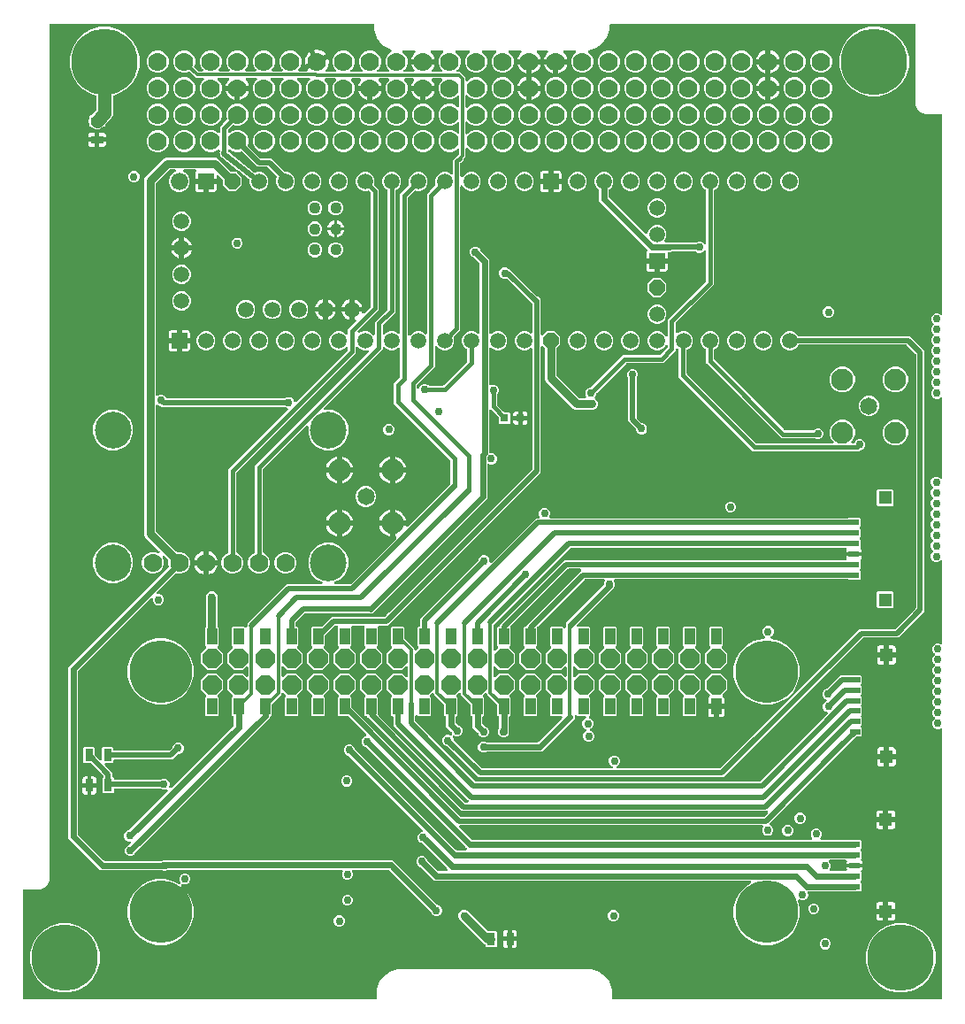
<source format=gbr>
G04 EAGLE Gerber RS-274X export*
G75*
%MOMM*%
%FSLAX34Y34*%
%LPD*%
%INTop Copper*%
%IPPOS*%
%AMOC8*
5,1,8,0,0,1.08239X$1,22.5*%
G01*
%ADD10C,6.350000*%
%ADD11C,1.778000*%
%ADD12R,1.200000X0.800000*%
%ADD13R,0.990600X0.558800*%
%ADD14R,1.270000X1.295400*%
%ADD15R,1.020000X1.524000*%
%ADD16R,0.800000X1.200000*%
%ADD17R,1.508000X1.508000*%
%ADD18C,1.676400*%
%ADD19P,1.632244X8X112.500000*%
%ADD20C,1.508000*%
%ADD21C,1.108000*%
%ADD22R,1.000000X0.550000*%
%ADD23R,1.300000X1.260000*%
%ADD24P,2.029481X8X22.500000*%
%ADD25R,0.800000X0.800000*%
%ADD26C,2.100000*%
%ADD27C,1.650000*%
%ADD28C,0.756400*%
%ADD29C,1.270000*%
%ADD30C,0.450000*%
%ADD31C,0.500000*%
%ADD32C,0.600000*%
%ADD33C,0.300000*%
%ADD34C,0.800000*%
%ADD35C,0.508000*%
%ADD36C,3.516000*%
%ADD37C,6.000000*%
%ADD38C,0.400000*%
%ADD39C,0.609600*%

G36*
X348733Y10811D02*
X348733Y10811D01*
X348852Y10818D01*
X348890Y10831D01*
X348931Y10836D01*
X349041Y10879D01*
X349154Y10916D01*
X349189Y10938D01*
X349226Y10953D01*
X349322Y11022D01*
X349423Y11086D01*
X349451Y11116D01*
X349484Y11139D01*
X349560Y11231D01*
X349641Y11318D01*
X349661Y11353D01*
X349686Y11384D01*
X349737Y11492D01*
X349795Y11596D01*
X349805Y11636D01*
X349822Y11672D01*
X349844Y11789D01*
X349874Y11904D01*
X349878Y11964D01*
X349882Y11984D01*
X349880Y12005D01*
X349884Y12065D01*
X349884Y20873D01*
X352110Y27722D01*
X356342Y33548D01*
X362168Y37780D01*
X369017Y40006D01*
X555543Y40006D01*
X562392Y37780D01*
X568218Y33548D01*
X572450Y27722D01*
X574676Y20873D01*
X574676Y12065D01*
X574691Y11947D01*
X574698Y11828D01*
X574711Y11790D01*
X574716Y11749D01*
X574759Y11639D01*
X574796Y11526D01*
X574818Y11491D01*
X574833Y11454D01*
X574902Y11358D01*
X574966Y11257D01*
X574996Y11229D01*
X575019Y11196D01*
X575111Y11120D01*
X575198Y11039D01*
X575233Y11019D01*
X575264Y10994D01*
X575372Y10943D01*
X575476Y10885D01*
X575516Y10875D01*
X575552Y10858D01*
X575669Y10836D01*
X575784Y10806D01*
X575844Y10802D01*
X575864Y10798D01*
X575885Y10800D01*
X575945Y10796D01*
X889635Y10796D01*
X889753Y10811D01*
X889872Y10818D01*
X889910Y10831D01*
X889951Y10836D01*
X890061Y10879D01*
X890174Y10916D01*
X890209Y10938D01*
X890246Y10953D01*
X890342Y11022D01*
X890443Y11086D01*
X890471Y11116D01*
X890504Y11139D01*
X890580Y11231D01*
X890661Y11318D01*
X890681Y11353D01*
X890706Y11384D01*
X890757Y11492D01*
X890815Y11596D01*
X890825Y11636D01*
X890842Y11672D01*
X890864Y11789D01*
X890894Y11904D01*
X890898Y11964D01*
X890902Y11984D01*
X890900Y12005D01*
X890904Y12065D01*
X890904Y269077D01*
X890898Y269127D01*
X890900Y269176D01*
X890878Y269284D01*
X890864Y269393D01*
X890846Y269439D01*
X890836Y269488D01*
X890788Y269587D01*
X890747Y269689D01*
X890718Y269729D01*
X890696Y269774D01*
X890625Y269857D01*
X890561Y269946D01*
X890522Y269978D01*
X890490Y270016D01*
X890400Y270079D01*
X890316Y270149D01*
X890271Y270170D01*
X890230Y270199D01*
X890127Y270238D01*
X890028Y270284D01*
X889979Y270294D01*
X889933Y270311D01*
X889823Y270324D01*
X889716Y270344D01*
X889666Y270341D01*
X889617Y270347D01*
X889508Y270331D01*
X889398Y270324D01*
X889351Y270309D01*
X889302Y270302D01*
X889149Y270250D01*
X887646Y269627D01*
X885534Y269627D01*
X883584Y270435D01*
X882091Y271928D01*
X881283Y273878D01*
X881283Y275990D01*
X882091Y277940D01*
X883268Y279116D01*
X883341Y279211D01*
X883419Y279300D01*
X883438Y279336D01*
X883463Y279368D01*
X883510Y279477D01*
X883564Y279583D01*
X883573Y279622D01*
X883589Y279660D01*
X883608Y279777D01*
X883634Y279893D01*
X883632Y279934D01*
X883639Y279974D01*
X883628Y280092D01*
X883624Y280211D01*
X883613Y280250D01*
X883609Y280290D01*
X883569Y280403D01*
X883536Y280517D01*
X883515Y280551D01*
X883501Y280590D01*
X883435Y280688D01*
X883374Y280791D01*
X883334Y280836D01*
X883323Y280853D01*
X883308Y280866D01*
X883268Y280911D01*
X882091Y282088D01*
X881283Y284038D01*
X881283Y286150D01*
X882091Y288100D01*
X883268Y289277D01*
X883341Y289371D01*
X883419Y289460D01*
X883438Y289496D01*
X883463Y289528D01*
X883510Y289637D01*
X883564Y289743D01*
X883573Y289782D01*
X883589Y289820D01*
X883608Y289937D01*
X883634Y290053D01*
X883632Y290094D01*
X883639Y290134D01*
X883628Y290252D01*
X883624Y290371D01*
X883613Y290410D01*
X883609Y290450D01*
X883569Y290562D01*
X883536Y290677D01*
X883515Y290712D01*
X883501Y290750D01*
X883434Y290848D01*
X883374Y290951D01*
X883334Y290996D01*
X883323Y291013D01*
X883308Y291026D01*
X883268Y291072D01*
X882091Y292248D01*
X881283Y294198D01*
X881283Y296310D01*
X882091Y298260D01*
X883268Y299436D01*
X883341Y299531D01*
X883419Y299620D01*
X883438Y299656D01*
X883463Y299688D01*
X883510Y299797D01*
X883564Y299903D01*
X883573Y299942D01*
X883589Y299980D01*
X883608Y300097D01*
X883634Y300213D01*
X883632Y300254D01*
X883639Y300294D01*
X883628Y300412D01*
X883624Y300531D01*
X883613Y300570D01*
X883609Y300610D01*
X883569Y300723D01*
X883536Y300837D01*
X883515Y300871D01*
X883501Y300910D01*
X883435Y301008D01*
X883374Y301111D01*
X883334Y301156D01*
X883323Y301173D01*
X883308Y301186D01*
X883268Y301231D01*
X882091Y302408D01*
X881283Y304358D01*
X881283Y306470D01*
X882091Y308420D01*
X883268Y309596D01*
X883341Y309691D01*
X883419Y309780D01*
X883438Y309816D01*
X883463Y309848D01*
X883510Y309957D01*
X883564Y310063D01*
X883573Y310102D01*
X883589Y310140D01*
X883608Y310257D01*
X883634Y310373D01*
X883632Y310414D01*
X883639Y310454D01*
X883628Y310572D01*
X883624Y310691D01*
X883613Y310730D01*
X883609Y310770D01*
X883569Y310883D01*
X883536Y310997D01*
X883515Y311031D01*
X883501Y311070D01*
X883435Y311168D01*
X883374Y311271D01*
X883334Y311316D01*
X883323Y311333D01*
X883308Y311346D01*
X883268Y311391D01*
X882091Y312568D01*
X881283Y314518D01*
X881283Y316630D01*
X882091Y318580D01*
X883268Y319756D01*
X883341Y319851D01*
X883419Y319940D01*
X883438Y319976D01*
X883463Y320008D01*
X883510Y320117D01*
X883564Y320223D01*
X883573Y320262D01*
X883589Y320300D01*
X883608Y320417D01*
X883634Y320533D01*
X883632Y320574D01*
X883639Y320614D01*
X883628Y320732D01*
X883624Y320851D01*
X883613Y320890D01*
X883609Y320930D01*
X883569Y321043D01*
X883536Y321157D01*
X883515Y321191D01*
X883501Y321230D01*
X883435Y321328D01*
X883374Y321431D01*
X883334Y321476D01*
X883323Y321493D01*
X883308Y321506D01*
X883268Y321551D01*
X882091Y322728D01*
X881283Y324678D01*
X881283Y326790D01*
X882091Y328740D01*
X883268Y329916D01*
X883341Y330011D01*
X883419Y330100D01*
X883438Y330136D01*
X883463Y330168D01*
X883510Y330277D01*
X883564Y330383D01*
X883573Y330422D01*
X883589Y330460D01*
X883608Y330577D01*
X883634Y330693D01*
X883632Y330734D01*
X883639Y330774D01*
X883628Y330892D01*
X883624Y331011D01*
X883613Y331050D01*
X883609Y331090D01*
X883569Y331203D01*
X883536Y331317D01*
X883515Y331351D01*
X883501Y331390D01*
X883435Y331488D01*
X883374Y331591D01*
X883334Y331636D01*
X883323Y331653D01*
X883308Y331666D01*
X883268Y331711D01*
X882091Y332888D01*
X881283Y334838D01*
X881283Y336950D01*
X882091Y338900D01*
X883268Y340076D01*
X883341Y340171D01*
X883419Y340260D01*
X883438Y340296D01*
X883463Y340328D01*
X883510Y340437D01*
X883564Y340543D01*
X883573Y340582D01*
X883589Y340620D01*
X883608Y340737D01*
X883634Y340853D01*
X883632Y340894D01*
X883639Y340934D01*
X883628Y341052D01*
X883624Y341171D01*
X883613Y341210D01*
X883609Y341250D01*
X883569Y341363D01*
X883536Y341477D01*
X883515Y341511D01*
X883501Y341550D01*
X883435Y341648D01*
X883374Y341751D01*
X883334Y341796D01*
X883323Y341813D01*
X883308Y341826D01*
X883268Y341871D01*
X882091Y343048D01*
X881283Y344998D01*
X881283Y347110D01*
X882091Y349060D01*
X883584Y350553D01*
X885534Y351361D01*
X887646Y351361D01*
X889149Y350738D01*
X889197Y350725D01*
X889242Y350704D01*
X889350Y350683D01*
X889456Y350654D01*
X889506Y350653D01*
X889555Y350644D01*
X889664Y350651D01*
X889774Y350649D01*
X889822Y350660D01*
X889872Y350664D01*
X889976Y350697D01*
X890083Y350723D01*
X890127Y350746D01*
X890174Y350762D01*
X890267Y350820D01*
X890364Y350872D01*
X890401Y350905D01*
X890443Y350932D01*
X890518Y351012D01*
X890600Y351086D01*
X890627Y351127D01*
X890661Y351163D01*
X890714Y351260D01*
X890774Y351351D01*
X890791Y351398D01*
X890815Y351442D01*
X890842Y351548D01*
X890878Y351652D01*
X890882Y351702D01*
X890894Y351750D01*
X890904Y351911D01*
X890904Y429779D01*
X890887Y429917D01*
X890874Y430056D01*
X890867Y430075D01*
X890864Y430095D01*
X890813Y430224D01*
X890766Y430355D01*
X890755Y430372D01*
X890747Y430390D01*
X890666Y430503D01*
X890588Y430618D01*
X890572Y430631D01*
X890561Y430648D01*
X890453Y430737D01*
X890349Y430828D01*
X890331Y430838D01*
X890316Y430851D01*
X890190Y430910D01*
X890066Y430973D01*
X890046Y430977D01*
X890028Y430986D01*
X889891Y431012D01*
X889756Y431043D01*
X889735Y431042D01*
X889716Y431046D01*
X889577Y431037D01*
X889438Y431033D01*
X889418Y431027D01*
X889398Y431026D01*
X889266Y430983D01*
X889132Y430945D01*
X889115Y430934D01*
X889096Y430928D01*
X888978Y430854D01*
X888858Y430783D01*
X888837Y430764D01*
X888827Y430758D01*
X888813Y430743D01*
X888738Y430677D01*
X888196Y430135D01*
X886246Y429327D01*
X884134Y429327D01*
X882184Y430135D01*
X880691Y431628D01*
X879883Y433578D01*
X879883Y435690D01*
X880691Y437640D01*
X881868Y438816D01*
X881941Y438911D01*
X882019Y439000D01*
X882038Y439036D01*
X882063Y439068D01*
X882110Y439177D01*
X882164Y439283D01*
X882173Y439322D01*
X882189Y439360D01*
X882208Y439477D01*
X882234Y439593D01*
X882232Y439634D01*
X882239Y439674D01*
X882228Y439792D01*
X882224Y439911D01*
X882213Y439950D01*
X882209Y439990D01*
X882169Y440103D01*
X882136Y440217D01*
X882115Y440251D01*
X882101Y440290D01*
X882035Y440388D01*
X881974Y440491D01*
X881934Y440536D01*
X881923Y440553D01*
X881908Y440566D01*
X881868Y440611D01*
X880691Y441788D01*
X879883Y443738D01*
X879883Y445850D01*
X880691Y447800D01*
X881868Y448977D01*
X881941Y449071D01*
X882019Y449160D01*
X882038Y449196D01*
X882063Y449228D01*
X882110Y449337D01*
X882164Y449443D01*
X882173Y449482D01*
X882189Y449520D01*
X882208Y449637D01*
X882234Y449753D01*
X882232Y449794D01*
X882239Y449834D01*
X882228Y449952D01*
X882224Y450071D01*
X882213Y450110D01*
X882209Y450150D01*
X882169Y450262D01*
X882136Y450377D01*
X882115Y450412D01*
X882101Y450450D01*
X882034Y450548D01*
X881974Y450651D01*
X881934Y450696D01*
X881923Y450713D01*
X881908Y450726D01*
X881868Y450772D01*
X880691Y451948D01*
X879883Y453898D01*
X879883Y456010D01*
X880691Y457960D01*
X881868Y459136D01*
X881941Y459231D01*
X882019Y459320D01*
X882038Y459356D01*
X882063Y459388D01*
X882110Y459497D01*
X882164Y459603D01*
X882173Y459642D01*
X882189Y459680D01*
X882208Y459797D01*
X882234Y459913D01*
X882232Y459954D01*
X882239Y459994D01*
X882228Y460112D01*
X882224Y460231D01*
X882213Y460270D01*
X882209Y460310D01*
X882169Y460423D01*
X882136Y460537D01*
X882115Y460571D01*
X882101Y460610D01*
X882035Y460708D01*
X881974Y460811D01*
X881934Y460856D01*
X881923Y460873D01*
X881908Y460886D01*
X881868Y460931D01*
X880691Y462108D01*
X879883Y464058D01*
X879883Y466170D01*
X880691Y468120D01*
X881868Y469296D01*
X881941Y469391D01*
X882019Y469480D01*
X882038Y469516D01*
X882063Y469548D01*
X882110Y469657D01*
X882164Y469763D01*
X882173Y469802D01*
X882189Y469840D01*
X882208Y469957D01*
X882234Y470073D01*
X882232Y470114D01*
X882239Y470154D01*
X882228Y470272D01*
X882224Y470391D01*
X882213Y470430D01*
X882209Y470470D01*
X882169Y470583D01*
X882136Y470697D01*
X882115Y470731D01*
X882101Y470770D01*
X882035Y470868D01*
X881974Y470971D01*
X881934Y471016D01*
X881923Y471033D01*
X881908Y471046D01*
X881868Y471091D01*
X880691Y472268D01*
X879883Y474218D01*
X879883Y476330D01*
X880691Y478280D01*
X881868Y479456D01*
X881941Y479551D01*
X882019Y479640D01*
X882038Y479676D01*
X882063Y479708D01*
X882110Y479817D01*
X882164Y479923D01*
X882173Y479962D01*
X882189Y480000D01*
X882208Y480117D01*
X882234Y480233D01*
X882232Y480274D01*
X882239Y480314D01*
X882228Y480432D01*
X882224Y480551D01*
X882213Y480590D01*
X882209Y480630D01*
X882169Y480743D01*
X882136Y480857D01*
X882115Y480891D01*
X882101Y480930D01*
X882035Y481028D01*
X881974Y481131D01*
X881934Y481176D01*
X881923Y481193D01*
X881908Y481206D01*
X881868Y481251D01*
X880691Y482428D01*
X879883Y484378D01*
X879883Y486490D01*
X880691Y488440D01*
X881868Y489616D01*
X881941Y489711D01*
X882019Y489800D01*
X882038Y489836D01*
X882063Y489868D01*
X882110Y489977D01*
X882164Y490083D01*
X882173Y490122D01*
X882189Y490160D01*
X882208Y490277D01*
X882234Y490393D01*
X882232Y490434D01*
X882239Y490474D01*
X882228Y490592D01*
X882224Y490711D01*
X882213Y490750D01*
X882209Y490790D01*
X882169Y490903D01*
X882136Y491017D01*
X882115Y491051D01*
X882101Y491090D01*
X882035Y491188D01*
X881974Y491291D01*
X881934Y491336D01*
X881923Y491353D01*
X881908Y491366D01*
X881868Y491411D01*
X880691Y492588D01*
X879883Y494538D01*
X879883Y496650D01*
X880691Y498600D01*
X881868Y499776D01*
X881941Y499871D01*
X882019Y499960D01*
X882038Y499996D01*
X882063Y500028D01*
X882110Y500137D01*
X882164Y500243D01*
X882173Y500282D01*
X882189Y500320D01*
X882208Y500437D01*
X882234Y500553D01*
X882232Y500594D01*
X882239Y500634D01*
X882228Y500752D01*
X882224Y500871D01*
X882213Y500910D01*
X882209Y500950D01*
X882169Y501063D01*
X882136Y501177D01*
X882115Y501211D01*
X882101Y501250D01*
X882035Y501348D01*
X881974Y501451D01*
X881934Y501496D01*
X881923Y501513D01*
X881908Y501526D01*
X881868Y501571D01*
X880691Y502748D01*
X879883Y504698D01*
X879883Y506810D01*
X880691Y508760D01*
X882184Y510253D01*
X884134Y511061D01*
X886246Y511061D01*
X888196Y510253D01*
X888738Y509711D01*
X888847Y509626D01*
X888954Y509537D01*
X888973Y509529D01*
X888989Y509516D01*
X889117Y509461D01*
X889242Y509402D01*
X889262Y509398D01*
X889281Y509390D01*
X889419Y509368D01*
X889555Y509342D01*
X889575Y509343D01*
X889595Y509340D01*
X889734Y509353D01*
X889872Y509362D01*
X889891Y509368D01*
X889911Y509370D01*
X890042Y509417D01*
X890174Y509460D01*
X890192Y509471D01*
X890211Y509478D01*
X890325Y509556D01*
X890443Y509630D01*
X890457Y509645D01*
X890474Y509656D01*
X890566Y509760D01*
X890661Y509862D01*
X890671Y509879D01*
X890684Y509895D01*
X890747Y510018D01*
X890815Y510140D01*
X890820Y510160D01*
X890829Y510178D01*
X890859Y510314D01*
X890894Y510448D01*
X890896Y510476D01*
X890899Y510488D01*
X890898Y510509D01*
X890904Y510609D01*
X890904Y585679D01*
X890887Y585817D01*
X890874Y585956D01*
X890867Y585975D01*
X890864Y585995D01*
X890813Y586124D01*
X890766Y586255D01*
X890755Y586272D01*
X890747Y586290D01*
X890666Y586402D01*
X890588Y586518D01*
X890572Y586531D01*
X890561Y586548D01*
X890454Y586636D01*
X890349Y586728D01*
X890331Y586738D01*
X890316Y586751D01*
X890190Y586810D01*
X890066Y586873D01*
X890046Y586878D01*
X890028Y586886D01*
X889892Y586912D01*
X889756Y586943D01*
X889735Y586942D01*
X889716Y586946D01*
X889577Y586937D01*
X889438Y586933D01*
X889418Y586927D01*
X889398Y586926D01*
X889266Y586883D01*
X889132Y586845D01*
X889115Y586834D01*
X889096Y586828D01*
X888978Y586754D01*
X888858Y586683D01*
X888837Y586664D01*
X888827Y586658D01*
X888813Y586643D01*
X888737Y586577D01*
X888496Y586335D01*
X886546Y585527D01*
X884434Y585527D01*
X882484Y586335D01*
X880991Y587828D01*
X880183Y589778D01*
X880183Y591890D01*
X880991Y593840D01*
X882168Y595017D01*
X882241Y595111D01*
X882319Y595200D01*
X882338Y595236D01*
X882363Y595268D01*
X882410Y595377D01*
X882464Y595483D01*
X882473Y595522D01*
X882489Y595560D01*
X882508Y595677D01*
X882534Y595793D01*
X882532Y595834D01*
X882539Y595874D01*
X882528Y595992D01*
X882524Y596111D01*
X882513Y596150D01*
X882509Y596190D01*
X882469Y596302D01*
X882436Y596417D01*
X882416Y596450D01*
X882413Y596459D01*
X882411Y596462D01*
X882401Y596490D01*
X882334Y596588D01*
X882274Y596691D01*
X882248Y596721D01*
X882243Y596728D01*
X882234Y596737D01*
X882223Y596753D01*
X882208Y596766D01*
X882168Y596812D01*
X880991Y597988D01*
X880183Y599938D01*
X880183Y602050D01*
X880991Y604000D01*
X882168Y605176D01*
X882241Y605271D01*
X882319Y605360D01*
X882329Y605378D01*
X882342Y605393D01*
X882350Y605412D01*
X882363Y605428D01*
X882410Y605537D01*
X882464Y605643D01*
X882468Y605663D01*
X882477Y605681D01*
X882481Y605701D01*
X882489Y605720D01*
X882508Y605837D01*
X882534Y605953D01*
X882533Y605974D01*
X882537Y605993D01*
X882536Y606014D01*
X882539Y606034D01*
X882528Y606152D01*
X882524Y606271D01*
X882518Y606291D01*
X882517Y606311D01*
X882511Y606330D01*
X882509Y606350D01*
X882469Y606463D01*
X882436Y606577D01*
X882425Y606594D01*
X882419Y606613D01*
X882408Y606631D01*
X882401Y606650D01*
X882335Y606748D01*
X882274Y606851D01*
X882255Y606872D01*
X882249Y606882D01*
X882234Y606896D01*
X882223Y606913D01*
X882208Y606926D01*
X882168Y606971D01*
X880991Y608148D01*
X880183Y610098D01*
X880183Y612210D01*
X880991Y614160D01*
X882168Y615336D01*
X882241Y615431D01*
X882319Y615520D01*
X882330Y615541D01*
X882336Y615547D01*
X882342Y615561D01*
X882363Y615588D01*
X882410Y615697D01*
X882464Y615803D01*
X882473Y615842D01*
X882489Y615880D01*
X882508Y615997D01*
X882534Y616113D01*
X882532Y616154D01*
X882539Y616194D01*
X882528Y616312D01*
X882524Y616431D01*
X882513Y616470D01*
X882509Y616510D01*
X882469Y616623D01*
X882436Y616737D01*
X882415Y616771D01*
X882401Y616810D01*
X882335Y616908D01*
X882274Y617011D01*
X882234Y617056D01*
X882223Y617073D01*
X882208Y617086D01*
X882168Y617131D01*
X880991Y618308D01*
X880183Y620258D01*
X880183Y622370D01*
X880991Y624320D01*
X882168Y625497D01*
X882241Y625591D01*
X882319Y625680D01*
X882338Y625716D01*
X882363Y625748D01*
X882410Y625857D01*
X882464Y625963D01*
X882473Y626002D01*
X882489Y626040D01*
X882508Y626157D01*
X882534Y626273D01*
X882532Y626314D01*
X882539Y626354D01*
X882528Y626472D01*
X882524Y626591D01*
X882513Y626630D01*
X882509Y626670D01*
X882469Y626782D01*
X882436Y626897D01*
X882415Y626932D01*
X882401Y626970D01*
X882334Y627068D01*
X882274Y627171D01*
X882234Y627216D01*
X882223Y627233D01*
X882208Y627246D01*
X882168Y627292D01*
X880991Y628468D01*
X880183Y630418D01*
X880183Y632530D01*
X880991Y634480D01*
X882168Y635656D01*
X882241Y635751D01*
X882319Y635840D01*
X882338Y635876D01*
X882363Y635908D01*
X882410Y636017D01*
X882464Y636123D01*
X882473Y636162D01*
X882489Y636200D01*
X882508Y636317D01*
X882534Y636433D01*
X882532Y636474D01*
X882539Y636514D01*
X882528Y636632D01*
X882524Y636751D01*
X882513Y636790D01*
X882509Y636830D01*
X882469Y636943D01*
X882436Y637057D01*
X882415Y637091D01*
X882401Y637130D01*
X882335Y637228D01*
X882274Y637331D01*
X882234Y637376D01*
X882223Y637393D01*
X882208Y637406D01*
X882168Y637451D01*
X880991Y638628D01*
X880183Y640578D01*
X880183Y642690D01*
X880991Y644640D01*
X882168Y645816D01*
X882241Y645911D01*
X882319Y646000D01*
X882338Y646036D01*
X882363Y646068D01*
X882410Y646177D01*
X882464Y646283D01*
X882473Y646322D01*
X882489Y646360D01*
X882508Y646477D01*
X882534Y646593D01*
X882532Y646634D01*
X882539Y646674D01*
X882528Y646792D01*
X882524Y646911D01*
X882513Y646950D01*
X882509Y646990D01*
X882469Y647103D01*
X882436Y647217D01*
X882415Y647251D01*
X882401Y647290D01*
X882335Y647388D01*
X882274Y647491D01*
X882234Y647536D01*
X882223Y647553D01*
X882208Y647566D01*
X882168Y647611D01*
X880991Y648788D01*
X880183Y650738D01*
X880183Y652850D01*
X880991Y654800D01*
X882168Y655976D01*
X882241Y656071D01*
X882319Y656160D01*
X882338Y656196D01*
X882363Y656228D01*
X882410Y656337D01*
X882464Y656443D01*
X882473Y656482D01*
X882489Y656520D01*
X882508Y656637D01*
X882534Y656753D01*
X882532Y656794D01*
X882539Y656834D01*
X882528Y656952D01*
X882524Y657071D01*
X882513Y657110D01*
X882509Y657150D01*
X882469Y657263D01*
X882436Y657377D01*
X882415Y657411D01*
X882401Y657450D01*
X882335Y657548D01*
X882274Y657651D01*
X882234Y657696D01*
X882223Y657713D01*
X882208Y657726D01*
X882168Y657771D01*
X880991Y658948D01*
X880183Y660898D01*
X880183Y663010D01*
X880991Y664960D01*
X882484Y666453D01*
X884434Y667261D01*
X886546Y667261D01*
X888496Y666453D01*
X888737Y666211D01*
X888847Y666126D01*
X888954Y666037D01*
X888973Y666029D01*
X888989Y666016D01*
X889116Y665961D01*
X889242Y665902D01*
X889262Y665898D01*
X889281Y665890D01*
X889418Y665868D01*
X889555Y665842D01*
X889575Y665843D01*
X889595Y665840D01*
X889734Y665853D01*
X889872Y665862D01*
X889891Y665868D01*
X889911Y665870D01*
X890043Y665917D01*
X890174Y665960D01*
X890191Y665971D01*
X890211Y665978D01*
X890326Y666056D01*
X890443Y666130D01*
X890457Y666145D01*
X890474Y666156D01*
X890566Y666260D01*
X890661Y666362D01*
X890671Y666379D01*
X890684Y666395D01*
X890748Y666519D01*
X890815Y666640D01*
X890820Y666660D01*
X890829Y666678D01*
X890859Y666814D01*
X890894Y666948D01*
X890896Y666976D01*
X890899Y666988D01*
X890898Y667009D01*
X890904Y667109D01*
X890904Y856615D01*
X890889Y856733D01*
X890882Y856852D01*
X890869Y856890D01*
X890864Y856931D01*
X890821Y857041D01*
X890784Y857154D01*
X890762Y857189D01*
X890747Y857226D01*
X890678Y857322D01*
X890614Y857423D01*
X890584Y857451D01*
X890561Y857484D01*
X890469Y857560D01*
X890382Y857641D01*
X890347Y857661D01*
X890316Y857686D01*
X890208Y857737D01*
X890104Y857795D01*
X890064Y857805D01*
X890028Y857822D01*
X889911Y857844D01*
X889796Y857874D01*
X889736Y857878D01*
X889716Y857882D01*
X889695Y857880D01*
X889635Y857884D01*
X874153Y857884D01*
X870185Y859528D01*
X867148Y862565D01*
X865504Y866533D01*
X865504Y942975D01*
X865489Y943093D01*
X865482Y943212D01*
X865469Y943250D01*
X865464Y943291D01*
X865421Y943401D01*
X865384Y943514D01*
X865362Y943549D01*
X865347Y943586D01*
X865278Y943682D01*
X865214Y943783D01*
X865184Y943811D01*
X865161Y943844D01*
X865069Y943920D01*
X864982Y944001D01*
X864947Y944021D01*
X864916Y944046D01*
X864808Y944097D01*
X864704Y944155D01*
X864664Y944165D01*
X864628Y944182D01*
X864511Y944204D01*
X864396Y944234D01*
X864336Y944238D01*
X864316Y944242D01*
X864295Y944240D01*
X864235Y944244D01*
X574040Y944244D01*
X574018Y944242D01*
X573941Y944240D01*
X573841Y944233D01*
X573773Y944219D01*
X573704Y944214D01*
X573548Y944174D01*
X573359Y944113D01*
X573252Y944062D01*
X573142Y944019D01*
X573090Y943986D01*
X573072Y943977D01*
X573056Y943965D01*
X573006Y943933D01*
X572845Y943816D01*
X572759Y943735D01*
X572667Y943659D01*
X572628Y943612D01*
X572613Y943598D01*
X572602Y943581D01*
X572564Y943535D01*
X572447Y943374D01*
X572390Y943270D01*
X572326Y943170D01*
X572304Y943114D01*
X572294Y943096D01*
X572289Y943076D01*
X572267Y943021D01*
X572206Y942832D01*
X572193Y942764D01*
X572170Y942698D01*
X572147Y942539D01*
X572140Y942440D01*
X572141Y942418D01*
X572136Y942340D01*
X572136Y938619D01*
X569836Y931540D01*
X565461Y925519D01*
X559440Y921144D01*
X552575Y918914D01*
X552485Y918871D01*
X552391Y918838D01*
X552342Y918804D01*
X552287Y918778D01*
X552211Y918715D01*
X552128Y918659D01*
X552088Y918614D01*
X552042Y918576D01*
X551984Y918495D01*
X551918Y918421D01*
X551890Y918367D01*
X551855Y918318D01*
X551818Y918226D01*
X551773Y918137D01*
X551760Y918079D01*
X551738Y918023D01*
X551725Y917924D01*
X551704Y917827D01*
X551705Y917767D01*
X551698Y917707D01*
X551710Y917609D01*
X551713Y917509D01*
X551730Y917451D01*
X551738Y917392D01*
X551774Y917299D01*
X551802Y917204D01*
X551832Y917152D01*
X551854Y917096D01*
X551913Y917015D01*
X551963Y916930D01*
X552029Y916855D01*
X552041Y916838D01*
X552051Y916831D01*
X552070Y916809D01*
X554929Y913949D01*
X556515Y910122D01*
X556515Y905978D01*
X554929Y902151D01*
X551999Y899221D01*
X548172Y897635D01*
X544028Y897635D01*
X540201Y899221D01*
X537271Y902151D01*
X535685Y905978D01*
X535685Y910122D01*
X537271Y913949D01*
X539999Y916678D01*
X540084Y916787D01*
X540173Y916894D01*
X540181Y916913D01*
X540194Y916929D01*
X540249Y917057D01*
X540308Y917182D01*
X540312Y917202D01*
X540320Y917221D01*
X540342Y917359D01*
X540368Y917495D01*
X540367Y917515D01*
X540370Y917535D01*
X540357Y917673D01*
X540348Y917812D01*
X540342Y917831D01*
X540340Y917851D01*
X540293Y917983D01*
X540250Y918114D01*
X540239Y918132D01*
X540233Y918151D01*
X540155Y918266D01*
X540080Y918383D01*
X540065Y918397D01*
X540054Y918414D01*
X539950Y918506D01*
X539849Y918601D01*
X539831Y918611D01*
X539816Y918624D01*
X539691Y918688D01*
X539570Y918755D01*
X539550Y918760D01*
X539532Y918769D01*
X539397Y918799D01*
X539262Y918834D01*
X539234Y918836D01*
X539222Y918839D01*
X539202Y918838D01*
X539101Y918844D01*
X529135Y918844D01*
X528997Y918827D01*
X528859Y918814D01*
X528840Y918807D01*
X528820Y918804D01*
X528691Y918753D01*
X528560Y918706D01*
X528543Y918695D01*
X528524Y918687D01*
X528412Y918606D01*
X528297Y918528D01*
X528283Y918512D01*
X528267Y918501D01*
X528178Y918393D01*
X528086Y918289D01*
X528077Y918271D01*
X528064Y918256D01*
X528005Y918130D01*
X527942Y918006D01*
X527937Y917986D01*
X527929Y917968D01*
X527902Y917831D01*
X527872Y917696D01*
X527873Y917675D01*
X527869Y917656D01*
X527877Y917517D01*
X527882Y917378D01*
X527887Y917358D01*
X527889Y917338D01*
X527931Y917206D01*
X527970Y917072D01*
X527980Y917055D01*
X527987Y917036D01*
X528061Y916918D01*
X528132Y916798D01*
X528150Y916777D01*
X528157Y916767D01*
X528172Y916753D01*
X528238Y916678D01*
X529419Y915497D01*
X530477Y914041D01*
X531293Y912438D01*
X531849Y910727D01*
X531871Y910589D01*
X521970Y910589D01*
X521852Y910574D01*
X521733Y910567D01*
X521695Y910554D01*
X521655Y910549D01*
X521544Y910506D01*
X521431Y910469D01*
X521397Y910447D01*
X521359Y910432D01*
X521263Y910362D01*
X521162Y910299D01*
X521134Y910269D01*
X521102Y910245D01*
X521026Y910154D01*
X520944Y910067D01*
X520925Y910032D01*
X520899Y910001D01*
X520848Y909893D01*
X520791Y909789D01*
X520780Y909749D01*
X520763Y909713D01*
X520741Y909596D01*
X520711Y909481D01*
X520707Y909420D01*
X520703Y909400D01*
X520705Y909380D01*
X520701Y909320D01*
X520701Y908049D01*
X520699Y908049D01*
X520699Y909320D01*
X520684Y909438D01*
X520677Y909557D01*
X520664Y909595D01*
X520659Y909635D01*
X520615Y909746D01*
X520579Y909859D01*
X520557Y909894D01*
X520542Y909931D01*
X520472Y910027D01*
X520409Y910128D01*
X520379Y910156D01*
X520355Y910189D01*
X520264Y910264D01*
X520177Y910346D01*
X520142Y910366D01*
X520110Y910391D01*
X520003Y910442D01*
X519898Y910500D01*
X519859Y910510D01*
X519823Y910527D01*
X519706Y910549D01*
X519591Y910579D01*
X519530Y910583D01*
X519510Y910587D01*
X519490Y910585D01*
X519430Y910589D01*
X509529Y910589D01*
X509551Y910727D01*
X510107Y912438D01*
X510923Y914041D01*
X511981Y915497D01*
X513162Y916678D01*
X513247Y916787D01*
X513336Y916894D01*
X513345Y916913D01*
X513357Y916929D01*
X513412Y917056D01*
X513471Y917182D01*
X513475Y917202D01*
X513483Y917221D01*
X513505Y917359D01*
X513531Y917495D01*
X513530Y917515D01*
X513533Y917535D01*
X513520Y917673D01*
X513511Y917812D01*
X513505Y917831D01*
X513503Y917851D01*
X513456Y917983D01*
X513413Y918114D01*
X513403Y918132D01*
X513396Y918151D01*
X513318Y918266D01*
X513243Y918383D01*
X513229Y918397D01*
X513217Y918414D01*
X513113Y918506D01*
X513012Y918601D01*
X512994Y918611D01*
X512979Y918624D01*
X512855Y918687D01*
X512733Y918755D01*
X512714Y918760D01*
X512696Y918769D01*
X512560Y918799D01*
X512425Y918834D01*
X512397Y918836D01*
X512385Y918839D01*
X512365Y918838D01*
X512265Y918844D01*
X503735Y918844D01*
X503597Y918827D01*
X503459Y918814D01*
X503440Y918807D01*
X503420Y918804D01*
X503291Y918753D01*
X503160Y918706D01*
X503143Y918695D01*
X503124Y918687D01*
X503012Y918606D01*
X502897Y918528D01*
X502883Y918512D01*
X502867Y918501D01*
X502778Y918393D01*
X502686Y918289D01*
X502677Y918271D01*
X502664Y918256D01*
X502605Y918130D01*
X502542Y918006D01*
X502537Y917986D01*
X502529Y917968D01*
X502502Y917831D01*
X502472Y917696D01*
X502473Y917675D01*
X502469Y917656D01*
X502477Y917517D01*
X502482Y917378D01*
X502487Y917358D01*
X502489Y917338D01*
X502531Y917206D01*
X502570Y917072D01*
X502580Y917055D01*
X502587Y917036D01*
X502661Y916918D01*
X502732Y916798D01*
X502750Y916777D01*
X502757Y916767D01*
X502772Y916753D01*
X502838Y916678D01*
X504019Y915497D01*
X505077Y914041D01*
X505893Y912438D01*
X506449Y910727D01*
X506471Y910589D01*
X496570Y910589D01*
X496452Y910574D01*
X496333Y910567D01*
X496295Y910554D01*
X496255Y910549D01*
X496144Y910506D01*
X496031Y910469D01*
X495997Y910447D01*
X495959Y910432D01*
X495863Y910362D01*
X495762Y910299D01*
X495734Y910269D01*
X495702Y910245D01*
X495626Y910154D01*
X495544Y910067D01*
X495525Y910032D01*
X495499Y910001D01*
X495448Y909893D01*
X495391Y909789D01*
X495380Y909749D01*
X495363Y909713D01*
X495341Y909596D01*
X495311Y909481D01*
X495307Y909420D01*
X495303Y909400D01*
X495305Y909380D01*
X495301Y909320D01*
X495301Y908049D01*
X495299Y908049D01*
X495299Y909320D01*
X495284Y909438D01*
X495277Y909557D01*
X495264Y909595D01*
X495259Y909635D01*
X495215Y909746D01*
X495179Y909859D01*
X495157Y909894D01*
X495142Y909931D01*
X495072Y910027D01*
X495009Y910128D01*
X494979Y910156D01*
X494955Y910189D01*
X494864Y910264D01*
X494777Y910346D01*
X494742Y910366D01*
X494710Y910391D01*
X494603Y910442D01*
X494498Y910500D01*
X494459Y910510D01*
X494423Y910527D01*
X494306Y910549D01*
X494191Y910579D01*
X494130Y910583D01*
X494110Y910587D01*
X494090Y910585D01*
X494030Y910589D01*
X484129Y910589D01*
X484151Y910727D01*
X484707Y912438D01*
X485523Y914041D01*
X486581Y915497D01*
X487762Y916678D01*
X487847Y916787D01*
X487936Y916894D01*
X487945Y916913D01*
X487957Y916929D01*
X488012Y917056D01*
X488071Y917182D01*
X488075Y917202D01*
X488083Y917221D01*
X488105Y917359D01*
X488131Y917495D01*
X488130Y917515D01*
X488133Y917535D01*
X488120Y917673D01*
X488111Y917812D01*
X488105Y917831D01*
X488103Y917851D01*
X488056Y917983D01*
X488013Y918114D01*
X488003Y918132D01*
X487996Y918151D01*
X487918Y918266D01*
X487843Y918383D01*
X487829Y918397D01*
X487817Y918414D01*
X487713Y918506D01*
X487612Y918601D01*
X487594Y918611D01*
X487579Y918624D01*
X487455Y918687D01*
X487333Y918755D01*
X487314Y918760D01*
X487296Y918769D01*
X487160Y918799D01*
X487025Y918834D01*
X486997Y918836D01*
X486985Y918839D01*
X486965Y918838D01*
X486865Y918844D01*
X476899Y918844D01*
X476761Y918827D01*
X476622Y918814D01*
X476603Y918807D01*
X476583Y918804D01*
X476454Y918753D01*
X476323Y918706D01*
X476306Y918695D01*
X476287Y918687D01*
X476175Y918606D01*
X476060Y918528D01*
X476046Y918512D01*
X476030Y918501D01*
X475941Y918393D01*
X475849Y918289D01*
X475840Y918271D01*
X475827Y918256D01*
X475768Y918130D01*
X475705Y918006D01*
X475700Y917986D01*
X475692Y917968D01*
X475666Y917832D01*
X475635Y917696D01*
X475636Y917675D01*
X475632Y917656D01*
X475641Y917517D01*
X475645Y917378D01*
X475650Y917358D01*
X475652Y917338D01*
X475694Y917206D01*
X475733Y917072D01*
X475743Y917055D01*
X475750Y917036D01*
X475824Y916918D01*
X475895Y916798D01*
X475913Y916777D01*
X475920Y916767D01*
X475935Y916753D01*
X476001Y916678D01*
X478729Y913949D01*
X480315Y910122D01*
X480315Y905978D01*
X478729Y902151D01*
X475799Y899221D01*
X471972Y897635D01*
X467828Y897635D01*
X464001Y899221D01*
X461071Y902151D01*
X459485Y905978D01*
X459485Y910122D01*
X461071Y913949D01*
X463799Y916678D01*
X463884Y916787D01*
X463973Y916894D01*
X463981Y916913D01*
X463994Y916929D01*
X464049Y917057D01*
X464108Y917182D01*
X464112Y917202D01*
X464120Y917221D01*
X464142Y917359D01*
X464168Y917495D01*
X464167Y917515D01*
X464170Y917535D01*
X464157Y917673D01*
X464148Y917812D01*
X464142Y917831D01*
X464140Y917851D01*
X464093Y917983D01*
X464050Y918114D01*
X464039Y918132D01*
X464033Y918151D01*
X463955Y918266D01*
X463880Y918383D01*
X463865Y918397D01*
X463854Y918414D01*
X463750Y918506D01*
X463649Y918601D01*
X463631Y918611D01*
X463616Y918624D01*
X463491Y918688D01*
X463370Y918755D01*
X463350Y918760D01*
X463332Y918769D01*
X463197Y918799D01*
X463062Y918834D01*
X463034Y918836D01*
X463022Y918839D01*
X463002Y918838D01*
X462901Y918844D01*
X451499Y918844D01*
X451361Y918827D01*
X451222Y918814D01*
X451203Y918807D01*
X451183Y918804D01*
X451054Y918753D01*
X450923Y918706D01*
X450906Y918695D01*
X450887Y918687D01*
X450775Y918606D01*
X450660Y918528D01*
X450646Y918512D01*
X450630Y918501D01*
X450541Y918393D01*
X450449Y918289D01*
X450440Y918271D01*
X450427Y918256D01*
X450368Y918130D01*
X450305Y918006D01*
X450300Y917986D01*
X450292Y917968D01*
X450266Y917832D01*
X450235Y917696D01*
X450236Y917675D01*
X450232Y917656D01*
X450241Y917517D01*
X450245Y917378D01*
X450250Y917358D01*
X450252Y917338D01*
X450294Y917206D01*
X450333Y917072D01*
X450343Y917055D01*
X450350Y917036D01*
X450424Y916918D01*
X450495Y916798D01*
X450513Y916777D01*
X450520Y916767D01*
X450535Y916753D01*
X450601Y916678D01*
X453329Y913949D01*
X454915Y910122D01*
X454915Y905978D01*
X453329Y902151D01*
X450399Y899221D01*
X446572Y897635D01*
X442428Y897635D01*
X438601Y899221D01*
X435671Y902151D01*
X434085Y905978D01*
X434085Y910122D01*
X435671Y913949D01*
X438399Y916678D01*
X438484Y916787D01*
X438573Y916894D01*
X438581Y916913D01*
X438594Y916929D01*
X438649Y917057D01*
X438708Y917182D01*
X438712Y917202D01*
X438720Y917221D01*
X438742Y917359D01*
X438768Y917495D01*
X438767Y917515D01*
X438770Y917535D01*
X438757Y917673D01*
X438748Y917812D01*
X438742Y917831D01*
X438740Y917851D01*
X438693Y917983D01*
X438650Y918114D01*
X438639Y918132D01*
X438633Y918151D01*
X438555Y918266D01*
X438480Y918383D01*
X438465Y918397D01*
X438454Y918414D01*
X438350Y918506D01*
X438249Y918601D01*
X438231Y918611D01*
X438216Y918624D01*
X438091Y918688D01*
X437970Y918755D01*
X437950Y918760D01*
X437932Y918769D01*
X437797Y918799D01*
X437662Y918834D01*
X437634Y918836D01*
X437622Y918839D01*
X437602Y918838D01*
X437501Y918844D01*
X426099Y918844D01*
X425961Y918827D01*
X425822Y918814D01*
X425803Y918807D01*
X425783Y918804D01*
X425654Y918753D01*
X425523Y918706D01*
X425506Y918695D01*
X425487Y918687D01*
X425375Y918606D01*
X425260Y918528D01*
X425246Y918512D01*
X425230Y918501D01*
X425141Y918393D01*
X425049Y918289D01*
X425040Y918271D01*
X425027Y918256D01*
X424968Y918130D01*
X424905Y918006D01*
X424900Y917986D01*
X424892Y917968D01*
X424866Y917832D01*
X424835Y917696D01*
X424836Y917675D01*
X424832Y917656D01*
X424841Y917517D01*
X424845Y917378D01*
X424850Y917358D01*
X424852Y917338D01*
X424894Y917206D01*
X424933Y917072D01*
X424943Y917055D01*
X424950Y917036D01*
X425024Y916918D01*
X425095Y916798D01*
X425113Y916777D01*
X425120Y916767D01*
X425135Y916753D01*
X425201Y916678D01*
X427929Y913949D01*
X429515Y910122D01*
X429515Y905978D01*
X427929Y902151D01*
X426156Y900377D01*
X426071Y900267D01*
X425982Y900160D01*
X425973Y900142D01*
X425961Y900126D01*
X425906Y899998D01*
X425846Y899873D01*
X425843Y899853D01*
X425835Y899834D01*
X425813Y899696D01*
X425787Y899560D01*
X425788Y899540D01*
X425785Y899520D01*
X425798Y899381D01*
X425806Y899243D01*
X425813Y899224D01*
X425815Y899203D01*
X425862Y899072D01*
X425904Y898940D01*
X425915Y898923D01*
X425922Y898904D01*
X426000Y898789D01*
X426075Y898672D01*
X426089Y898658D01*
X426101Y898641D01*
X426205Y898549D01*
X426306Y898454D01*
X426324Y898444D01*
X426339Y898431D01*
X426463Y898367D01*
X426585Y898300D01*
X426604Y898295D01*
X426622Y898286D01*
X426758Y898255D01*
X426893Y898221D01*
X426921Y898219D01*
X426933Y898216D01*
X426953Y898217D01*
X427053Y898211D01*
X429267Y898211D01*
X434425Y893053D01*
X434425Y890368D01*
X434442Y890232D01*
X434447Y890149D01*
X434451Y890137D01*
X434455Y890091D01*
X434462Y890072D01*
X434465Y890052D01*
X434516Y889923D01*
X434563Y889792D01*
X434574Y889775D01*
X434582Y889756D01*
X434663Y889644D01*
X434741Y889529D01*
X434757Y889515D01*
X434768Y889499D01*
X434876Y889410D01*
X434980Y889318D01*
X434998Y889309D01*
X435013Y889296D01*
X435139Y889237D01*
X435263Y889174D01*
X435283Y889169D01*
X435301Y889161D01*
X435437Y889135D01*
X435573Y889104D01*
X435594Y889105D01*
X435613Y889101D01*
X435752Y889110D01*
X435891Y889114D01*
X435911Y889119D01*
X435931Y889121D01*
X436063Y889163D01*
X436197Y889202D01*
X436214Y889212D01*
X436233Y889219D01*
X436314Y889270D01*
X436324Y889274D01*
X436347Y889291D01*
X436351Y889293D01*
X436471Y889364D01*
X436492Y889382D01*
X436502Y889389D01*
X436516Y889404D01*
X436579Y889459D01*
X436581Y889460D01*
X436582Y889462D01*
X436591Y889470D01*
X438601Y891479D01*
X442428Y893065D01*
X446572Y893065D01*
X450399Y891479D01*
X453329Y888549D01*
X454915Y884722D01*
X454915Y880578D01*
X453329Y876751D01*
X450399Y873821D01*
X446572Y872235D01*
X442428Y872235D01*
X438601Y873821D01*
X436591Y875830D01*
X436482Y875915D01*
X436375Y876004D01*
X436356Y876012D01*
X436340Y876025D01*
X436212Y876080D01*
X436087Y876139D01*
X436067Y876143D01*
X436048Y876151D01*
X435910Y876173D01*
X435774Y876199D01*
X435754Y876198D01*
X435734Y876201D01*
X435595Y876188D01*
X435457Y876179D01*
X435438Y876173D01*
X435418Y876171D01*
X435286Y876124D01*
X435155Y876081D01*
X435137Y876070D01*
X435118Y876064D01*
X435003Y875986D01*
X434886Y875911D01*
X434872Y875896D01*
X434855Y875885D01*
X434763Y875781D01*
X434668Y875680D01*
X434658Y875662D01*
X434645Y875647D01*
X434581Y875522D01*
X434514Y875401D01*
X434509Y875381D01*
X434500Y875363D01*
X434470Y875228D01*
X434435Y875093D01*
X434433Y875065D01*
X434430Y875053D01*
X434431Y875033D01*
X434425Y874932D01*
X434425Y864968D01*
X434442Y864830D01*
X434445Y864804D01*
X434447Y864764D01*
X434449Y864759D01*
X434455Y864691D01*
X434462Y864672D01*
X434465Y864652D01*
X434516Y864523D01*
X434563Y864392D01*
X434574Y864375D01*
X434582Y864356D01*
X434663Y864244D01*
X434741Y864129D01*
X434757Y864115D01*
X434768Y864099D01*
X434876Y864010D01*
X434980Y863918D01*
X434998Y863909D01*
X435013Y863896D01*
X435139Y863837D01*
X435263Y863774D01*
X435283Y863769D01*
X435301Y863761D01*
X435437Y863735D01*
X435573Y863704D01*
X435594Y863705D01*
X435613Y863701D01*
X435752Y863710D01*
X435891Y863714D01*
X435911Y863719D01*
X435931Y863721D01*
X436063Y863763D01*
X436197Y863802D01*
X436214Y863812D01*
X436233Y863819D01*
X436351Y863893D01*
X436471Y863964D01*
X436492Y863982D01*
X436502Y863989D01*
X436516Y864004D01*
X436591Y864070D01*
X438601Y866079D01*
X442428Y867665D01*
X446572Y867665D01*
X450399Y866079D01*
X453329Y863149D01*
X454915Y859322D01*
X454915Y855178D01*
X453329Y851351D01*
X450399Y848421D01*
X446572Y846835D01*
X442428Y846835D01*
X438601Y848421D01*
X436591Y850430D01*
X436482Y850515D01*
X436375Y850604D01*
X436356Y850612D01*
X436340Y850625D01*
X436212Y850680D01*
X436087Y850739D01*
X436067Y850743D01*
X436048Y850751D01*
X435910Y850773D01*
X435774Y850799D01*
X435754Y850798D01*
X435734Y850801D01*
X435595Y850788D01*
X435457Y850779D01*
X435438Y850773D01*
X435418Y850771D01*
X435286Y850724D01*
X435155Y850681D01*
X435137Y850670D01*
X435118Y850664D01*
X435003Y850586D01*
X434886Y850511D01*
X434872Y850496D01*
X434855Y850485D01*
X434763Y850381D01*
X434668Y850280D01*
X434658Y850262D01*
X434645Y850247D01*
X434581Y850122D01*
X434514Y850001D01*
X434509Y849981D01*
X434500Y849963D01*
X434470Y849828D01*
X434435Y849693D01*
X434433Y849665D01*
X434430Y849653D01*
X434431Y849633D01*
X434425Y849532D01*
X434425Y839949D01*
X434442Y839811D01*
X434455Y839672D01*
X434462Y839653D01*
X434465Y839633D01*
X434516Y839504D01*
X434563Y839373D01*
X434574Y839356D01*
X434582Y839337D01*
X434663Y839225D01*
X434741Y839110D01*
X434757Y839096D01*
X434768Y839080D01*
X434876Y838991D01*
X434980Y838899D01*
X434998Y838890D01*
X435013Y838877D01*
X435139Y838818D01*
X435263Y838755D01*
X435283Y838750D01*
X435301Y838742D01*
X435437Y838716D01*
X435573Y838685D01*
X435594Y838686D01*
X435613Y838682D01*
X435752Y838691D01*
X435891Y838695D01*
X435911Y838700D01*
X435931Y838702D01*
X436063Y838744D01*
X436197Y838783D01*
X436214Y838793D01*
X436233Y838800D01*
X436351Y838874D01*
X436471Y838945D01*
X436492Y838963D01*
X436502Y838970D01*
X436516Y838985D01*
X436591Y839051D01*
X438601Y841060D01*
X442428Y842646D01*
X446572Y842646D01*
X450399Y841060D01*
X453329Y838130D01*
X454915Y834303D01*
X454915Y830159D01*
X453329Y826332D01*
X450399Y823402D01*
X446572Y821816D01*
X442428Y821816D01*
X438601Y823402D01*
X436591Y825411D01*
X436482Y825496D01*
X436375Y825585D01*
X436356Y825593D01*
X436340Y825606D01*
X436212Y825661D01*
X436087Y825720D01*
X436067Y825724D01*
X436048Y825732D01*
X435910Y825754D01*
X435774Y825780D01*
X435754Y825779D01*
X435734Y825782D01*
X435595Y825769D01*
X435457Y825760D01*
X435438Y825754D01*
X435418Y825752D01*
X435286Y825705D01*
X435155Y825662D01*
X435137Y825651D01*
X435118Y825645D01*
X435003Y825567D01*
X434886Y825492D01*
X434872Y825477D01*
X434855Y825466D01*
X434763Y825362D01*
X434668Y825261D01*
X434658Y825243D01*
X434645Y825228D01*
X434581Y825103D01*
X434514Y824982D01*
X434509Y824962D01*
X434500Y824944D01*
X434470Y824809D01*
X434435Y824674D01*
X434433Y824646D01*
X434430Y824634D01*
X434431Y824614D01*
X434425Y824513D01*
X434425Y816847D01*
X432696Y815119D01*
X432636Y815041D01*
X432568Y814968D01*
X432545Y814927D01*
X432532Y814912D01*
X432527Y814900D01*
X432502Y814868D01*
X432462Y814777D01*
X432414Y814690D01*
X432399Y814631D01*
X432375Y814576D01*
X432360Y814478D01*
X432335Y814382D01*
X432329Y814282D01*
X432325Y814262D01*
X432327Y814249D01*
X432325Y814221D01*
X432325Y814040D01*
X429796Y811512D01*
X429736Y811433D01*
X429668Y811361D01*
X429639Y811308D01*
X429602Y811260D01*
X429562Y811170D01*
X429514Y811083D01*
X429499Y811024D01*
X429475Y810969D01*
X429460Y810871D01*
X429435Y810775D01*
X429429Y810675D01*
X429425Y810655D01*
X429427Y810642D01*
X429425Y810614D01*
X429425Y798520D01*
X429433Y798451D01*
X429432Y798381D01*
X429453Y798294D01*
X429465Y798205D01*
X429490Y798140D01*
X429507Y798072D01*
X429549Y797992D01*
X429582Y797909D01*
X429623Y797852D01*
X429655Y797791D01*
X429716Y797724D01*
X429768Y797652D01*
X429822Y797607D01*
X429869Y797555D01*
X429944Y797506D01*
X430013Y797449D01*
X430077Y797419D01*
X430135Y797381D01*
X430220Y797351D01*
X430301Y797313D01*
X430370Y797300D01*
X430436Y797277D01*
X430525Y797270D01*
X430613Y797253D01*
X430683Y797258D01*
X430753Y797252D01*
X430841Y797268D01*
X430931Y797273D01*
X430997Y797295D01*
X431066Y797307D01*
X431148Y797343D01*
X431233Y797371D01*
X431292Y797408D01*
X431356Y797437D01*
X431426Y797493D01*
X431502Y797541D01*
X431550Y797592D01*
X431604Y797636D01*
X431658Y797707D01*
X431720Y797773D01*
X431754Y797834D01*
X431796Y797890D01*
X431867Y798034D01*
X432115Y798635D01*
X434665Y801185D01*
X437997Y802565D01*
X441603Y802565D01*
X444935Y801185D01*
X447485Y798635D01*
X448865Y795303D01*
X448865Y791697D01*
X447485Y788365D01*
X444935Y785815D01*
X441603Y784435D01*
X437997Y784435D01*
X434665Y785815D01*
X432115Y788365D01*
X431867Y788966D01*
X431832Y789026D01*
X431806Y789091D01*
X431754Y789164D01*
X431709Y789242D01*
X431661Y789292D01*
X431620Y789348D01*
X431550Y789406D01*
X431488Y789470D01*
X431428Y789507D01*
X431375Y789551D01*
X431293Y789590D01*
X431217Y789637D01*
X431150Y789657D01*
X431087Y789687D01*
X430999Y789704D01*
X430913Y789730D01*
X430843Y789734D01*
X430774Y789747D01*
X430685Y789741D01*
X430595Y789745D01*
X430527Y789731D01*
X430457Y789727D01*
X430372Y789699D01*
X430284Y789681D01*
X430221Y789650D01*
X430155Y789629D01*
X430079Y789581D01*
X429998Y789541D01*
X429945Y789496D01*
X429886Y789459D01*
X429824Y789393D01*
X429756Y789335D01*
X429716Y789278D01*
X429668Y789227D01*
X429625Y789148D01*
X429573Y789075D01*
X429548Y789010D01*
X429514Y788949D01*
X429492Y788862D01*
X429460Y788778D01*
X429452Y788708D01*
X429435Y788641D01*
X429425Y788480D01*
X429425Y651140D01*
X426988Y648704D01*
X423398Y645113D01*
X423379Y645089D01*
X423357Y645070D01*
X423282Y644964D01*
X423203Y644862D01*
X423191Y644834D01*
X423174Y644810D01*
X423128Y644689D01*
X423076Y644570D01*
X423072Y644541D01*
X423061Y644513D01*
X423047Y644384D01*
X423026Y644256D01*
X423029Y644226D01*
X423026Y644197D01*
X423044Y644068D01*
X423056Y643939D01*
X423066Y643911D01*
X423070Y643882D01*
X423122Y643730D01*
X423465Y642903D01*
X423465Y639297D01*
X422085Y635965D01*
X419535Y633415D01*
X416203Y632035D01*
X412597Y632035D01*
X409265Y633415D01*
X407141Y635539D01*
X407032Y635624D01*
X406925Y635713D01*
X406906Y635722D01*
X406890Y635734D01*
X406762Y635789D01*
X406637Y635848D01*
X406617Y635852D01*
X406598Y635860D01*
X406460Y635882D01*
X406324Y635908D01*
X406304Y635907D01*
X406284Y635910D01*
X406145Y635897D01*
X406007Y635889D01*
X405988Y635882D01*
X405968Y635880D01*
X405836Y635833D01*
X405705Y635790D01*
X405687Y635780D01*
X405668Y635773D01*
X405553Y635695D01*
X405436Y635620D01*
X405422Y635606D01*
X405405Y635594D01*
X405313Y635490D01*
X405218Y635389D01*
X405208Y635371D01*
X405195Y635356D01*
X405131Y635232D01*
X405064Y635110D01*
X405059Y635091D01*
X405050Y635073D01*
X405020Y634937D01*
X404985Y634802D01*
X404983Y634774D01*
X404980Y634762D01*
X404981Y634742D01*
X404975Y634642D01*
X404975Y615936D01*
X387946Y598908D01*
X387886Y598830D01*
X387818Y598758D01*
X387789Y598705D01*
X387752Y598657D01*
X387712Y598566D01*
X387664Y598479D01*
X387649Y598421D01*
X387625Y598365D01*
X387610Y598267D01*
X387585Y598171D01*
X387579Y598071D01*
X387575Y598051D01*
X387577Y598039D01*
X387575Y598011D01*
X387575Y596339D01*
X387583Y596270D01*
X387582Y596200D01*
X387603Y596113D01*
X387615Y596024D01*
X387640Y595959D01*
X387657Y595891D01*
X387699Y595811D01*
X387732Y595728D01*
X387773Y595671D01*
X387805Y595610D01*
X387866Y595543D01*
X387918Y595470D01*
X387972Y595426D01*
X388019Y595374D01*
X388094Y595325D01*
X388163Y595268D01*
X388227Y595238D01*
X388285Y595200D01*
X388370Y595170D01*
X388451Y595132D01*
X388520Y595119D01*
X388586Y595096D01*
X388675Y595089D01*
X388763Y595072D01*
X388833Y595077D01*
X388903Y595071D01*
X388991Y595087D01*
X389081Y595092D01*
X389147Y595114D01*
X389216Y595126D01*
X389298Y595162D01*
X389383Y595190D01*
X389442Y595227D01*
X389506Y595256D01*
X389576Y595312D01*
X389652Y595360D01*
X389700Y595411D01*
X389754Y595455D01*
X389809Y595527D01*
X389870Y595592D01*
X389904Y595653D01*
X389946Y595709D01*
X390017Y595853D01*
X390701Y597506D01*
X392194Y598999D01*
X394144Y599807D01*
X396256Y599807D01*
X398206Y598999D01*
X398558Y598646D01*
X398637Y598586D01*
X398709Y598518D01*
X398762Y598489D01*
X398810Y598452D01*
X398901Y598412D01*
X398987Y598364D01*
X399046Y598349D01*
X399102Y598325D01*
X399199Y598310D01*
X399295Y598285D01*
X399395Y598279D01*
X399416Y598275D01*
X399428Y598277D01*
X399456Y598275D01*
X412511Y598275D01*
X412609Y598287D01*
X412708Y598290D01*
X412766Y598307D01*
X412826Y598315D01*
X412918Y598351D01*
X413013Y598379D01*
X413066Y598409D01*
X413122Y598432D01*
X413202Y598490D01*
X413287Y598540D01*
X413363Y598606D01*
X413379Y598618D01*
X413387Y598628D01*
X413408Y598646D01*
X435654Y620892D01*
X435714Y620970D01*
X435782Y621042D01*
X435811Y621095D01*
X435848Y621143D01*
X435888Y621234D01*
X435936Y621321D01*
X435951Y621379D01*
X435975Y621435D01*
X435990Y621533D01*
X436015Y621629D01*
X436021Y621729D01*
X436025Y621749D01*
X436023Y621761D01*
X436025Y621789D01*
X436025Y632004D01*
X436022Y632033D01*
X436024Y632063D01*
X436002Y632191D01*
X435985Y632319D01*
X435975Y632347D01*
X435970Y632376D01*
X435916Y632494D01*
X435868Y632615D01*
X435851Y632639D01*
X435839Y632666D01*
X435758Y632767D01*
X435682Y632872D01*
X435659Y632891D01*
X435640Y632914D01*
X435537Y632992D01*
X435437Y633075D01*
X435410Y633088D01*
X435386Y633106D01*
X435242Y633176D01*
X434665Y633415D01*
X432115Y635965D01*
X430735Y639297D01*
X430735Y642903D01*
X432115Y646235D01*
X434665Y648785D01*
X437997Y650165D01*
X441603Y650165D01*
X444935Y648785D01*
X445661Y648059D01*
X445770Y647974D01*
X445877Y647885D01*
X445896Y647876D01*
X445912Y647864D01*
X446040Y647809D01*
X446165Y647750D01*
X446185Y647746D01*
X446204Y647738D01*
X446342Y647716D01*
X446478Y647690D01*
X446498Y647691D01*
X446518Y647688D01*
X446657Y647701D01*
X446795Y647709D01*
X446814Y647716D01*
X446834Y647718D01*
X446966Y647765D01*
X447097Y647808D01*
X447115Y647818D01*
X447134Y647825D01*
X447249Y647903D01*
X447366Y647978D01*
X447380Y647992D01*
X447397Y648004D01*
X447489Y648108D01*
X447584Y648209D01*
X447594Y648227D01*
X447607Y648242D01*
X447670Y648366D01*
X447738Y648488D01*
X447743Y648507D01*
X447752Y648525D01*
X447782Y648661D01*
X447817Y648796D01*
X447819Y648824D01*
X447822Y648836D01*
X447821Y648856D01*
X447827Y648956D01*
X447827Y714680D01*
X447815Y714778D01*
X447812Y714877D01*
X447795Y714936D01*
X447787Y714996D01*
X447751Y715088D01*
X447723Y715183D01*
X447693Y715235D01*
X447670Y715291D01*
X447612Y715371D01*
X447562Y715457D01*
X447496Y715532D01*
X447484Y715549D01*
X447474Y715557D01*
X447456Y715578D01*
X442645Y720389D01*
X442637Y720394D01*
X442631Y720402D01*
X442512Y720492D01*
X442393Y720584D01*
X442385Y720587D01*
X442377Y720593D01*
X442233Y720664D01*
X440694Y721301D01*
X439201Y722794D01*
X438393Y724744D01*
X438393Y726856D01*
X439201Y728806D01*
X440694Y730299D01*
X442644Y731107D01*
X444756Y731107D01*
X446706Y730299D01*
X448199Y728806D01*
X448836Y727267D01*
X448841Y727259D01*
X448843Y727250D01*
X448920Y727121D01*
X448994Y726991D01*
X449000Y726984D01*
X449005Y726976D01*
X449111Y726855D01*
X456973Y718994D01*
X456973Y648756D01*
X456990Y648618D01*
X457003Y648480D01*
X457010Y648461D01*
X457013Y648441D01*
X457064Y648311D01*
X457111Y648181D01*
X457122Y648164D01*
X457130Y648145D01*
X457211Y648033D01*
X457289Y647918D01*
X457305Y647904D01*
X457316Y647888D01*
X457424Y647799D01*
X457528Y647707D01*
X457546Y647698D01*
X457561Y647685D01*
X457687Y647626D01*
X457811Y647563D01*
X457831Y647558D01*
X457849Y647550D01*
X457986Y647523D01*
X458121Y647493D01*
X458142Y647494D01*
X458161Y647490D01*
X458300Y647498D01*
X458439Y647503D01*
X458459Y647508D01*
X458479Y647509D01*
X458611Y647552D01*
X458745Y647591D01*
X458762Y647601D01*
X458781Y647608D01*
X458899Y647682D01*
X459019Y647753D01*
X459040Y647771D01*
X459050Y647778D01*
X459064Y647793D01*
X459139Y647859D01*
X460065Y648785D01*
X463397Y650165D01*
X467003Y650165D01*
X470335Y648785D01*
X472885Y646235D01*
X474265Y642903D01*
X474265Y639297D01*
X472885Y635965D01*
X470335Y633415D01*
X467003Y632035D01*
X463397Y632035D01*
X460065Y633415D01*
X459139Y634341D01*
X459030Y634426D01*
X458923Y634515D01*
X458904Y634524D01*
X458888Y634536D01*
X458761Y634591D01*
X458635Y634650D01*
X458615Y634654D01*
X458596Y634662D01*
X458458Y634684D01*
X458322Y634710D01*
X458302Y634709D01*
X458282Y634712D01*
X458143Y634699D01*
X458005Y634691D01*
X457986Y634684D01*
X457966Y634682D01*
X457834Y634635D01*
X457703Y634592D01*
X457685Y634582D01*
X457666Y634575D01*
X457551Y634497D01*
X457434Y634422D01*
X457420Y634408D01*
X457403Y634396D01*
X457311Y634292D01*
X457216Y634191D01*
X457206Y634173D01*
X457193Y634158D01*
X457129Y634034D01*
X457062Y633912D01*
X457057Y633893D01*
X457048Y633875D01*
X457018Y633739D01*
X456983Y633604D01*
X456981Y633576D01*
X456978Y633564D01*
X456979Y633544D01*
X456973Y633444D01*
X456973Y599817D01*
X456979Y599767D01*
X456977Y599718D01*
X456999Y599610D01*
X457013Y599501D01*
X457031Y599455D01*
X457041Y599406D01*
X457089Y599308D01*
X457130Y599206D01*
X457159Y599165D01*
X457181Y599121D01*
X457252Y599037D01*
X457316Y598948D01*
X457355Y598917D01*
X457387Y598879D01*
X457477Y598816D01*
X457561Y598745D01*
X457606Y598724D01*
X457647Y598696D01*
X457750Y598657D01*
X457849Y598610D01*
X457898Y598601D01*
X457944Y598583D01*
X458054Y598571D01*
X458161Y598550D01*
X458211Y598553D01*
X458260Y598548D01*
X458369Y598563D01*
X458479Y598570D01*
X458526Y598585D01*
X458575Y598592D01*
X458728Y598644D01*
X459844Y599107D01*
X461956Y599107D01*
X463906Y598299D01*
X465399Y596806D01*
X466207Y594856D01*
X466207Y592744D01*
X465399Y590794D01*
X464797Y590192D01*
X464736Y590114D01*
X464668Y590041D01*
X464639Y589988D01*
X464602Y589940D01*
X464562Y589849D01*
X464514Y589763D01*
X464499Y589704D01*
X464475Y589649D01*
X464460Y589551D01*
X464435Y589455D01*
X464429Y589355D01*
X464425Y589334D01*
X464427Y589322D01*
X464425Y589294D01*
X464425Y580086D01*
X464437Y579988D01*
X464440Y579889D01*
X464457Y579830D01*
X464465Y579770D01*
X464501Y579678D01*
X464529Y579583D01*
X464559Y579531D01*
X464582Y579475D01*
X464640Y579394D01*
X464690Y579309D01*
X464756Y579234D01*
X464768Y579217D01*
X464778Y579209D01*
X464796Y579188D01*
X470888Y573096D01*
X470966Y573036D01*
X471039Y572968D01*
X471092Y572939D01*
X471139Y572902D01*
X471230Y572862D01*
X471317Y572814D01*
X471376Y572799D01*
X471431Y572775D01*
X471529Y572760D01*
X471625Y572735D01*
X471725Y572729D01*
X471745Y572725D01*
X471758Y572727D01*
X471786Y572725D01*
X476432Y572725D01*
X477325Y571832D01*
X477325Y562568D01*
X476432Y561675D01*
X467168Y561675D01*
X466275Y562568D01*
X466275Y567214D01*
X466263Y567312D01*
X466260Y567412D01*
X466243Y567470D01*
X466235Y567530D01*
X466199Y567622D01*
X466171Y567717D01*
X466141Y567769D01*
X466118Y567826D01*
X466060Y567906D01*
X466010Y567991D01*
X465944Y568066D01*
X465932Y568083D01*
X465922Y568091D01*
X465904Y568112D01*
X459812Y574203D01*
X459140Y574876D01*
X459030Y574961D01*
X458923Y575050D01*
X458904Y575058D01*
X458888Y575071D01*
X458760Y575126D01*
X458635Y575185D01*
X458615Y575189D01*
X458596Y575197D01*
X458458Y575219D01*
X458322Y575245D01*
X458302Y575244D01*
X458282Y575247D01*
X458143Y575234D01*
X458005Y575225D01*
X457986Y575219D01*
X457966Y575217D01*
X457835Y575170D01*
X457703Y575127D01*
X457685Y575116D01*
X457666Y575110D01*
X457552Y575032D01*
X457434Y574957D01*
X457420Y574942D01*
X457403Y574931D01*
X457311Y574827D01*
X457216Y574725D01*
X457206Y574708D01*
X457193Y574693D01*
X457129Y574568D01*
X457062Y574447D01*
X457057Y574427D01*
X457048Y574409D01*
X457018Y574273D01*
X456983Y574139D01*
X456981Y574111D01*
X456978Y574099D01*
X456979Y574079D01*
X456973Y573978D01*
X456973Y534676D01*
X456988Y534558D01*
X456995Y534439D01*
X457008Y534401D01*
X457013Y534360D01*
X457056Y534250D01*
X457093Y534137D01*
X457115Y534102D01*
X457130Y534065D01*
X457200Y533968D01*
X457263Y533868D01*
X457293Y533840D01*
X457316Y533807D01*
X457408Y533731D01*
X457495Y533650D01*
X457530Y533630D01*
X457561Y533605D01*
X457669Y533554D01*
X457773Y533496D01*
X457813Y533486D01*
X457849Y533469D01*
X457966Y533447D01*
X458081Y533417D01*
X458141Y533413D01*
X458161Y533409D01*
X458182Y533411D01*
X458242Y533407D01*
X460056Y533407D01*
X462006Y532599D01*
X463499Y531106D01*
X464307Y529156D01*
X464307Y527044D01*
X463499Y525094D01*
X462006Y523601D01*
X460056Y522793D01*
X457944Y522793D01*
X456974Y523195D01*
X456926Y523209D01*
X456881Y523230D01*
X456773Y523250D01*
X456667Y523279D01*
X456617Y523280D01*
X456568Y523289D01*
X456459Y523283D01*
X456349Y523284D01*
X456301Y523273D01*
X456251Y523270D01*
X456147Y523236D01*
X456040Y523210D01*
X455996Y523187D01*
X455949Y523172D01*
X455856Y523113D01*
X455759Y523061D01*
X455722Y523028D01*
X455680Y523001D01*
X455605Y522921D01*
X455523Y522848D01*
X455496Y522806D01*
X455462Y522770D01*
X455409Y522674D01*
X455349Y522582D01*
X455332Y522535D01*
X455308Y522491D01*
X455281Y522385D01*
X455245Y522281D01*
X455241Y522231D01*
X455229Y522183D01*
X455219Y522023D01*
X455219Y489752D01*
X345394Y379927D01*
X341606Y379927D01*
X341430Y380104D01*
X341351Y380164D01*
X341279Y380232D01*
X341226Y380261D01*
X341178Y380298D01*
X341087Y380338D01*
X341001Y380386D01*
X340942Y380401D01*
X340887Y380425D01*
X340789Y380440D01*
X340693Y380465D01*
X340593Y380471D01*
X340572Y380475D01*
X340560Y380473D01*
X340532Y380475D01*
X281193Y380475D01*
X281095Y380463D01*
X280996Y380460D01*
X280937Y380443D01*
X280877Y380435D01*
X280785Y380399D01*
X280690Y380371D01*
X280638Y380341D01*
X280582Y380318D01*
X280502Y380260D01*
X280416Y380210D01*
X280341Y380144D01*
X280324Y380132D01*
X280317Y380122D01*
X280295Y380104D01*
X272196Y372005D01*
X272136Y371926D01*
X272068Y371854D01*
X272039Y371801D01*
X272002Y371753D01*
X271962Y371662D01*
X271914Y371576D01*
X271899Y371517D01*
X271875Y371462D01*
X271860Y371364D01*
X271835Y371268D01*
X271829Y371168D01*
X271825Y371147D01*
X271827Y371135D01*
X271825Y371107D01*
X271825Y368554D01*
X271840Y368436D01*
X271847Y368317D01*
X271860Y368279D01*
X271865Y368238D01*
X271908Y368128D01*
X271945Y368015D01*
X271967Y367980D01*
X271982Y367943D01*
X272051Y367847D01*
X272115Y367746D01*
X272145Y367718D01*
X272168Y367685D01*
X272260Y367609D01*
X272347Y367528D01*
X272382Y367508D01*
X272413Y367483D01*
X272521Y367432D01*
X272625Y367374D01*
X272665Y367364D01*
X272701Y367347D01*
X272818Y367325D01*
X272933Y367295D01*
X272993Y367291D01*
X273013Y367287D01*
X273034Y367289D01*
X273094Y367285D01*
X273532Y367285D01*
X274425Y366392D01*
X274425Y349888D01*
X273423Y348887D01*
X273350Y348793D01*
X273271Y348703D01*
X273253Y348667D01*
X273228Y348635D01*
X273181Y348526D01*
X273127Y348420D01*
X273118Y348381D01*
X273102Y348343D01*
X273083Y348226D01*
X273057Y348110D01*
X273058Y348069D01*
X273052Y348029D01*
X273063Y347911D01*
X273067Y347792D01*
X273078Y347753D01*
X273082Y347713D01*
X273122Y347601D01*
X273155Y347486D01*
X273175Y347452D01*
X273189Y347413D01*
X273256Y347315D01*
X273317Y347212D01*
X273356Y347167D01*
X273368Y347150D01*
X273383Y347137D01*
X273423Y347092D01*
X278700Y341815D01*
X278700Y332785D01*
X272315Y326400D01*
X263285Y326400D01*
X260291Y329394D01*
X260182Y329479D01*
X260075Y329568D01*
X260056Y329577D01*
X260040Y329589D01*
X259912Y329644D01*
X259787Y329703D01*
X259767Y329707D01*
X259748Y329715D01*
X259610Y329737D01*
X259474Y329763D01*
X259454Y329762D01*
X259434Y329765D01*
X259295Y329752D01*
X259157Y329743D01*
X259138Y329737D01*
X259118Y329735D01*
X258986Y329688D01*
X258855Y329645D01*
X258837Y329635D01*
X258818Y329628D01*
X258703Y329550D01*
X258586Y329475D01*
X258572Y329460D01*
X258555Y329449D01*
X258463Y329345D01*
X258368Y329244D01*
X258358Y329226D01*
X258345Y329211D01*
X258281Y329087D01*
X258214Y328965D01*
X258209Y328946D01*
X258200Y328927D01*
X258170Y328792D01*
X258135Y328657D01*
X258133Y328629D01*
X258130Y328617D01*
X258131Y328597D01*
X258125Y328497D01*
X258125Y320703D01*
X258142Y320566D01*
X258155Y320427D01*
X258162Y320408D01*
X258165Y320388D01*
X258216Y320259D01*
X258263Y320128D01*
X258274Y320111D01*
X258282Y320092D01*
X258363Y319980D01*
X258441Y319865D01*
X258457Y319851D01*
X258468Y319835D01*
X258576Y319746D01*
X258680Y319654D01*
X258698Y319645D01*
X258713Y319632D01*
X258839Y319573D01*
X258963Y319510D01*
X258983Y319505D01*
X259001Y319497D01*
X259137Y319470D01*
X259273Y319440D01*
X259294Y319441D01*
X259313Y319437D01*
X259452Y319445D01*
X259591Y319450D01*
X259611Y319455D01*
X259631Y319457D01*
X259763Y319499D01*
X259897Y319538D01*
X259914Y319548D01*
X259933Y319555D01*
X260051Y319629D01*
X260171Y319700D01*
X260192Y319718D01*
X260202Y319725D01*
X260216Y319740D01*
X260291Y319806D01*
X263285Y322800D01*
X272315Y322800D01*
X278700Y316415D01*
X278700Y307385D01*
X273423Y302108D01*
X273350Y302014D01*
X273271Y301925D01*
X273253Y301889D01*
X273228Y301857D01*
X273181Y301748D01*
X273127Y301642D01*
X273118Y301602D01*
X273102Y301565D01*
X273083Y301447D01*
X273057Y301332D01*
X273058Y301291D01*
X273052Y301251D01*
X273063Y301133D01*
X273067Y301014D01*
X273078Y300975D01*
X273082Y300935D01*
X273122Y300823D01*
X273155Y300708D01*
X273175Y300673D01*
X273189Y300635D01*
X273256Y300537D01*
X273317Y300434D01*
X273356Y300389D01*
X273368Y300372D01*
X273383Y300359D01*
X273423Y300313D01*
X274425Y299312D01*
X274425Y282808D01*
X273532Y281915D01*
X262068Y281915D01*
X261175Y282808D01*
X261175Y299312D01*
X262177Y300313D01*
X262250Y300407D01*
X262329Y300497D01*
X262347Y300533D01*
X262372Y300565D01*
X262419Y300674D01*
X262473Y300780D01*
X262482Y300819D01*
X262498Y300857D01*
X262517Y300974D01*
X262543Y301090D01*
X262542Y301131D01*
X262548Y301171D01*
X262537Y301289D01*
X262533Y301408D01*
X262522Y301447D01*
X262518Y301487D01*
X262478Y301599D01*
X262445Y301714D01*
X262425Y301748D01*
X262411Y301787D01*
X262344Y301885D01*
X262284Y301988D01*
X262244Y302033D01*
X262232Y302050D01*
X262217Y302063D01*
X262177Y302108D01*
X260291Y303994D01*
X260182Y304079D01*
X260075Y304168D01*
X260056Y304177D01*
X260040Y304189D01*
X259912Y304244D01*
X259787Y304303D01*
X259767Y304307D01*
X259748Y304315D01*
X259610Y304337D01*
X259474Y304363D01*
X259454Y304362D01*
X259434Y304365D01*
X259295Y304352D01*
X259157Y304343D01*
X259138Y304337D01*
X259118Y304335D01*
X258986Y304288D01*
X258855Y304245D01*
X258837Y304235D01*
X258818Y304228D01*
X258703Y304150D01*
X258586Y304075D01*
X258572Y304060D01*
X258555Y304049D01*
X258463Y303945D01*
X258368Y303844D01*
X258358Y303826D01*
X258345Y303811D01*
X258281Y303687D01*
X258214Y303565D01*
X258209Y303546D01*
X258200Y303527D01*
X258170Y303392D01*
X258135Y303257D01*
X258133Y303229D01*
X258130Y303217D01*
X258131Y303197D01*
X258125Y303097D01*
X258125Y302507D01*
X249396Y293779D01*
X249336Y293701D01*
X249268Y293628D01*
X249239Y293575D01*
X249202Y293528D01*
X249162Y293437D01*
X249114Y293350D01*
X249099Y293291D01*
X249075Y293236D01*
X249060Y293138D01*
X249035Y293042D01*
X249029Y292942D01*
X249025Y292922D01*
X249027Y292909D01*
X249025Y292881D01*
X249025Y282808D01*
X248123Y281906D01*
X248076Y281900D01*
X247957Y281893D01*
X247919Y281880D01*
X247878Y281875D01*
X247768Y281832D01*
X247655Y281795D01*
X247620Y281773D01*
X247583Y281758D01*
X247487Y281689D01*
X247386Y281625D01*
X247358Y281595D01*
X247325Y281572D01*
X247249Y281480D01*
X247168Y281393D01*
X247148Y281358D01*
X247123Y281327D01*
X247072Y281219D01*
X247014Y281115D01*
X247004Y281075D01*
X246987Y281039D01*
X246965Y280922D01*
X246935Y280807D01*
X246931Y280747D01*
X246927Y280727D01*
X246929Y280706D01*
X246925Y280646D01*
X246925Y280426D01*
X118859Y152360D01*
X118854Y152353D01*
X118846Y152347D01*
X118756Y152228D01*
X118664Y152109D01*
X118661Y152101D01*
X118655Y152093D01*
X118584Y151949D01*
X117899Y150294D01*
X116406Y148801D01*
X114456Y147993D01*
X112344Y147993D01*
X110394Y148801D01*
X108901Y150294D01*
X108093Y152244D01*
X108093Y154356D01*
X108901Y156306D01*
X110394Y157799D01*
X112049Y158484D01*
X112057Y158489D01*
X112066Y158491D01*
X112195Y158568D01*
X112325Y158642D01*
X112332Y158648D01*
X112340Y158653D01*
X112460Y158759D01*
X113628Y159927D01*
X113712Y160036D01*
X113801Y160143D01*
X113810Y160162D01*
X113823Y160178D01*
X113878Y160305D01*
X113937Y160431D01*
X113941Y160451D01*
X113949Y160470D01*
X113971Y160608D01*
X113997Y160744D01*
X113996Y160764D01*
X113999Y160784D01*
X113986Y160923D01*
X113977Y161061D01*
X113971Y161080D01*
X113969Y161100D01*
X113922Y161232D01*
X113879Y161363D01*
X113868Y161381D01*
X113861Y161400D01*
X113783Y161515D01*
X113709Y161632D01*
X113694Y161646D01*
X113683Y161663D01*
X113579Y161755D01*
X113477Y161850D01*
X113459Y161860D01*
X113444Y161873D01*
X113321Y161936D01*
X113199Y162004D01*
X113179Y162009D01*
X113161Y162018D01*
X113025Y162048D01*
X112891Y162083D01*
X112863Y162085D01*
X112851Y162088D01*
X112830Y162087D01*
X112730Y162093D01*
X111944Y162093D01*
X109994Y162901D01*
X108501Y164394D01*
X107693Y166344D01*
X107693Y168456D01*
X108501Y170406D01*
X109994Y171899D01*
X111649Y172584D01*
X111657Y172589D01*
X111666Y172591D01*
X111794Y172667D01*
X111925Y172742D01*
X111932Y172748D01*
X111940Y172753D01*
X112060Y172859D01*
X148967Y209766D01*
X149010Y209822D01*
X149060Y209870D01*
X149107Y209947D01*
X149162Y210018D01*
X149190Y210082D01*
X149227Y210141D01*
X149253Y210227D01*
X149289Y210310D01*
X149300Y210379D01*
X149320Y210445D01*
X149324Y210535D01*
X149339Y210624D01*
X149332Y210693D01*
X149335Y210763D01*
X149317Y210851D01*
X149309Y210940D01*
X149285Y211006D01*
X149271Y211074D01*
X149232Y211155D01*
X149201Y211240D01*
X149162Y211297D01*
X149131Y211360D01*
X149073Y211428D01*
X149023Y211503D01*
X148970Y211549D01*
X148925Y211602D01*
X148852Y211654D01*
X148784Y211713D01*
X148722Y211745D01*
X148665Y211785D01*
X148581Y211817D01*
X148501Y211858D01*
X148433Y211873D01*
X148368Y211898D01*
X148278Y211908D01*
X148191Y211927D01*
X148121Y211925D01*
X148052Y211933D01*
X147963Y211920D01*
X147873Y211918D01*
X147806Y211898D01*
X147737Y211889D01*
X147584Y211837D01*
X146756Y211493D01*
X144644Y211493D01*
X142694Y212301D01*
X142592Y212404D01*
X142513Y212464D01*
X142441Y212532D01*
X142388Y212561D01*
X142340Y212598D01*
X142249Y212638D01*
X142163Y212686D01*
X142104Y212701D01*
X142048Y212725D01*
X141951Y212740D01*
X141855Y212765D01*
X141755Y212771D01*
X141734Y212775D01*
X141722Y212773D01*
X141694Y212775D01*
X99194Y212775D01*
X99076Y212760D01*
X98957Y212753D01*
X98919Y212740D01*
X98878Y212735D01*
X98768Y212692D01*
X98655Y212655D01*
X98620Y212633D01*
X98583Y212618D01*
X98487Y212549D01*
X98386Y212485D01*
X98358Y212455D01*
X98325Y212432D01*
X98249Y212340D01*
X98168Y212253D01*
X98148Y212218D01*
X98123Y212187D01*
X98072Y212079D01*
X98014Y211975D01*
X98004Y211935D01*
X97987Y211899D01*
X97965Y211782D01*
X97935Y211667D01*
X97931Y211607D01*
X97927Y211587D01*
X97929Y211566D01*
X97925Y211506D01*
X97925Y209068D01*
X97032Y208175D01*
X87768Y208175D01*
X86875Y209068D01*
X86875Y222332D01*
X87878Y223335D01*
X87951Y223429D01*
X88030Y223518D01*
X88049Y223554D01*
X88073Y223586D01*
X88121Y223695D01*
X88175Y223801D01*
X88184Y223841D01*
X88200Y223878D01*
X88218Y223996D01*
X88244Y224112D01*
X88243Y224152D01*
X88250Y224192D01*
X88238Y224311D01*
X88235Y224429D01*
X88224Y224468D01*
X88220Y224509D01*
X88179Y224621D01*
X88146Y224735D01*
X88126Y224770D01*
X88112Y224808D01*
X88045Y224906D01*
X87985Y225009D01*
X87945Y225054D01*
X87934Y225071D01*
X87918Y225084D01*
X87878Y225130D01*
X76205Y236804D01*
X76126Y236864D01*
X76054Y236932D01*
X76001Y236961D01*
X75953Y236998D01*
X75862Y237038D01*
X75776Y237086D01*
X75717Y237101D01*
X75662Y237125D01*
X75564Y237140D01*
X75468Y237165D01*
X75368Y237171D01*
X75347Y237175D01*
X75335Y237173D01*
X75307Y237175D01*
X69268Y237175D01*
X68375Y238068D01*
X68375Y251332D01*
X69268Y252225D01*
X78532Y252225D01*
X79425Y251332D01*
X79425Y245493D01*
X79437Y245395D01*
X79440Y245296D01*
X79457Y245237D01*
X79465Y245177D01*
X79501Y245085D01*
X79529Y244990D01*
X79559Y244938D01*
X79582Y244882D01*
X79640Y244802D01*
X79690Y244716D01*
X79756Y244641D01*
X79768Y244624D01*
X79778Y244616D01*
X79796Y244595D01*
X84209Y240183D01*
X84318Y240098D01*
X84425Y240009D01*
X84444Y240001D01*
X84460Y239988D01*
X84588Y239933D01*
X84713Y239874D01*
X84733Y239870D01*
X84752Y239862D01*
X84890Y239840D01*
X85026Y239814D01*
X85046Y239815D01*
X85066Y239812D01*
X85205Y239825D01*
X85343Y239834D01*
X85362Y239840D01*
X85382Y239842D01*
X85514Y239889D01*
X85645Y239932D01*
X85663Y239943D01*
X85682Y239950D01*
X85797Y240028D01*
X85914Y240102D01*
X85928Y240117D01*
X85945Y240128D01*
X86037Y240232D01*
X86132Y240334D01*
X86142Y240351D01*
X86155Y240367D01*
X86218Y240490D01*
X86286Y240612D01*
X86291Y240632D01*
X86300Y240650D01*
X86330Y240786D01*
X86365Y240920D01*
X86367Y240948D01*
X86370Y240960D01*
X86369Y240981D01*
X86375Y241081D01*
X86375Y251332D01*
X87268Y252225D01*
X96532Y252225D01*
X97425Y251332D01*
X97425Y249994D01*
X97440Y249876D01*
X97447Y249757D01*
X97460Y249719D01*
X97465Y249678D01*
X97508Y249568D01*
X97545Y249455D01*
X97567Y249420D01*
X97582Y249383D01*
X97651Y249287D01*
X97715Y249186D01*
X97745Y249158D01*
X97768Y249125D01*
X97860Y249049D01*
X97947Y248968D01*
X97982Y248948D01*
X98013Y248923D01*
X98121Y248872D01*
X98225Y248814D01*
X98265Y248804D01*
X98301Y248787D01*
X98418Y248765D01*
X98533Y248735D01*
X98593Y248731D01*
X98613Y248727D01*
X98634Y248729D01*
X98694Y248725D01*
X150407Y248725D01*
X150505Y248737D01*
X150604Y248740D01*
X150663Y248757D01*
X150723Y248765D01*
X150815Y248801D01*
X150910Y248829D01*
X150962Y248859D01*
X151018Y248882D01*
X151098Y248940D01*
X151184Y248990D01*
X151259Y249056D01*
X151276Y249068D01*
X151283Y249078D01*
X151305Y249096D01*
X153522Y251313D01*
X153582Y251392D01*
X153650Y251464D01*
X153679Y251517D01*
X153716Y251565D01*
X153756Y251656D01*
X153804Y251742D01*
X153819Y251801D01*
X153843Y251856D01*
X153858Y251954D01*
X153883Y252050D01*
X153889Y252150D01*
X153893Y252171D01*
X153891Y252183D01*
X153893Y252211D01*
X153893Y252356D01*
X154701Y254306D01*
X156194Y255799D01*
X158144Y256607D01*
X160256Y256607D01*
X162206Y255799D01*
X163699Y254306D01*
X164507Y252356D01*
X164507Y250244D01*
X163699Y248294D01*
X162206Y246801D01*
X160256Y245993D01*
X160111Y245993D01*
X160013Y245981D01*
X159914Y245978D01*
X159855Y245961D01*
X159795Y245953D01*
X159703Y245917D01*
X159608Y245889D01*
X159556Y245859D01*
X159500Y245836D01*
X159420Y245778D01*
X159334Y245728D01*
X159259Y245662D01*
X159242Y245650D01*
X159235Y245640D01*
X159213Y245622D01*
X154267Y240675D01*
X98694Y240675D01*
X98576Y240660D01*
X98457Y240653D01*
X98419Y240640D01*
X98378Y240635D01*
X98268Y240592D01*
X98155Y240555D01*
X98120Y240533D01*
X98083Y240518D01*
X97987Y240449D01*
X97886Y240385D01*
X97858Y240355D01*
X97825Y240332D01*
X97749Y240240D01*
X97668Y240153D01*
X97648Y240118D01*
X97623Y240087D01*
X97572Y239979D01*
X97514Y239875D01*
X97504Y239835D01*
X97487Y239799D01*
X97465Y239682D01*
X97435Y239567D01*
X97431Y239507D01*
X97427Y239487D01*
X97429Y239466D01*
X97425Y239406D01*
X97425Y238068D01*
X96532Y237175D01*
X90281Y237175D01*
X90143Y237158D01*
X90004Y237145D01*
X89985Y237138D01*
X89965Y237135D01*
X89836Y237084D01*
X89705Y237037D01*
X89688Y237026D01*
X89670Y237018D01*
X89557Y236937D01*
X89442Y236859D01*
X89429Y236843D01*
X89412Y236832D01*
X89324Y236724D01*
X89232Y236620D01*
X89222Y236602D01*
X89209Y236587D01*
X89150Y236461D01*
X89087Y236337D01*
X89083Y236317D01*
X89074Y236299D01*
X89048Y236163D01*
X89017Y236027D01*
X89018Y236006D01*
X89014Y235987D01*
X89023Y235848D01*
X89027Y235709D01*
X89033Y235689D01*
X89034Y235669D01*
X89077Y235537D01*
X89115Y235403D01*
X89126Y235386D01*
X89132Y235367D01*
X89206Y235249D01*
X89277Y235129D01*
X89295Y235108D01*
X89302Y235098D01*
X89317Y235084D01*
X89383Y235009D01*
X96425Y227967D01*
X96425Y224357D01*
X96437Y224259D01*
X96440Y224160D01*
X96457Y224102D01*
X96465Y224042D01*
X96501Y223950D01*
X96529Y223855D01*
X96559Y223802D01*
X96582Y223746D01*
X96640Y223666D01*
X96690Y223581D01*
X96756Y223505D01*
X96768Y223489D01*
X96778Y223481D01*
X96796Y223460D01*
X97925Y222332D01*
X97925Y222094D01*
X97940Y221976D01*
X97947Y221857D01*
X97960Y221819D01*
X97965Y221778D01*
X98008Y221668D01*
X98045Y221555D01*
X98067Y221520D01*
X98082Y221483D01*
X98151Y221387D01*
X98215Y221286D01*
X98245Y221258D01*
X98268Y221225D01*
X98360Y221149D01*
X98447Y221068D01*
X98482Y221048D01*
X98513Y221023D01*
X98621Y220972D01*
X98725Y220914D01*
X98765Y220904D01*
X98801Y220887D01*
X98918Y220865D01*
X99033Y220835D01*
X99093Y220831D01*
X99113Y220827D01*
X99134Y220829D01*
X99194Y220825D01*
X141694Y220825D01*
X141792Y220837D01*
X141891Y220840D01*
X141950Y220857D01*
X142010Y220865D01*
X142102Y220901D01*
X142197Y220929D01*
X142249Y220959D01*
X142305Y220982D01*
X142385Y221040D01*
X142471Y221090D01*
X142546Y221156D01*
X142563Y221168D01*
X142570Y221178D01*
X142592Y221196D01*
X142694Y221299D01*
X144644Y222107D01*
X146756Y222107D01*
X148706Y221299D01*
X150199Y219806D01*
X151007Y217856D01*
X151007Y215744D01*
X150663Y214916D01*
X150645Y214849D01*
X150617Y214784D01*
X150603Y214696D01*
X150580Y214609D01*
X150578Y214539D01*
X150567Y214470D01*
X150576Y214381D01*
X150574Y214291D01*
X150591Y214223D01*
X150597Y214154D01*
X150628Y214069D01*
X150649Y213982D01*
X150681Y213920D01*
X150705Y213854D01*
X150755Y213780D01*
X150797Y213701D01*
X150844Y213649D01*
X150883Y213591D01*
X150951Y213532D01*
X151011Y213465D01*
X151070Y213427D01*
X151122Y213381D01*
X151202Y213340D01*
X151277Y213291D01*
X151343Y213268D01*
X151405Y213236D01*
X151493Y213216D01*
X151578Y213187D01*
X151647Y213182D01*
X151715Y213167D01*
X151805Y213169D01*
X151895Y213162D01*
X151964Y213174D01*
X152033Y213176D01*
X152120Y213201D01*
X152208Y213217D01*
X152272Y213245D01*
X152339Y213265D01*
X152416Y213310D01*
X152498Y213347D01*
X152553Y213391D01*
X152613Y213426D01*
X152734Y213533D01*
X212104Y272902D01*
X212164Y272981D01*
X212232Y273053D01*
X212261Y273106D01*
X212298Y273154D01*
X212338Y273245D01*
X212386Y273331D01*
X212401Y273390D01*
X212425Y273446D01*
X212440Y273544D01*
X212465Y273639D01*
X212471Y273739D01*
X212475Y273760D01*
X212473Y273772D01*
X212475Y273800D01*
X212475Y280646D01*
X212460Y280764D01*
X212453Y280883D01*
X212440Y280921D01*
X212435Y280962D01*
X212392Y281072D01*
X212355Y281185D01*
X212333Y281220D01*
X212318Y281257D01*
X212249Y281353D01*
X212185Y281454D01*
X212155Y281482D01*
X212132Y281515D01*
X212040Y281591D01*
X211953Y281672D01*
X211918Y281692D01*
X211887Y281717D01*
X211779Y281768D01*
X211675Y281826D01*
X211635Y281836D01*
X211599Y281853D01*
X211482Y281875D01*
X211367Y281905D01*
X211307Y281909D01*
X211287Y281913D01*
X211272Y281912D01*
X210375Y282808D01*
X210375Y299312D01*
X211377Y300313D01*
X211450Y300407D01*
X211529Y300497D01*
X211547Y300533D01*
X211572Y300565D01*
X211619Y300674D01*
X211673Y300780D01*
X211682Y300819D01*
X211698Y300857D01*
X211717Y300974D01*
X211743Y301090D01*
X211742Y301131D01*
X211748Y301171D01*
X211737Y301289D01*
X211733Y301408D01*
X211722Y301447D01*
X211718Y301487D01*
X211678Y301599D01*
X211645Y301714D01*
X211625Y301748D01*
X211611Y301787D01*
X211544Y301885D01*
X211483Y301988D01*
X211444Y302033D01*
X211432Y302050D01*
X211417Y302063D01*
X211377Y302108D01*
X206100Y307385D01*
X206100Y316415D01*
X212485Y322800D01*
X221515Y322800D01*
X224309Y320006D01*
X224418Y319921D01*
X224525Y319832D01*
X224544Y319823D01*
X224560Y319811D01*
X224688Y319756D01*
X224813Y319697D01*
X224833Y319693D01*
X224852Y319685D01*
X224990Y319663D01*
X225126Y319637D01*
X225146Y319638D01*
X225166Y319635D01*
X225305Y319648D01*
X225443Y319657D01*
X225462Y319663D01*
X225482Y319665D01*
X225614Y319712D01*
X225745Y319755D01*
X225763Y319765D01*
X225782Y319772D01*
X225897Y319850D01*
X226014Y319925D01*
X226028Y319940D01*
X226045Y319951D01*
X226137Y320055D01*
X226232Y320156D01*
X226242Y320174D01*
X226255Y320189D01*
X226319Y320313D01*
X226386Y320435D01*
X226391Y320454D01*
X226400Y320473D01*
X226430Y320608D01*
X226465Y320743D01*
X226467Y320771D01*
X226470Y320783D01*
X226469Y320803D01*
X226475Y320903D01*
X226475Y328297D01*
X226458Y328434D01*
X226445Y328573D01*
X226438Y328592D01*
X226435Y328612D01*
X226384Y328741D01*
X226337Y328872D01*
X226326Y328889D01*
X226318Y328908D01*
X226237Y329020D01*
X226159Y329135D01*
X226143Y329149D01*
X226132Y329165D01*
X226024Y329254D01*
X225920Y329346D01*
X225902Y329355D01*
X225887Y329368D01*
X225761Y329427D01*
X225637Y329490D01*
X225617Y329495D01*
X225599Y329503D01*
X225463Y329530D01*
X225327Y329560D01*
X225306Y329559D01*
X225287Y329563D01*
X225148Y329555D01*
X225009Y329550D01*
X224989Y329545D01*
X224969Y329543D01*
X224837Y329501D01*
X224703Y329462D01*
X224686Y329452D01*
X224667Y329445D01*
X224549Y329371D01*
X224429Y329300D01*
X224408Y329282D01*
X224398Y329275D01*
X224384Y329260D01*
X224309Y329194D01*
X221515Y326400D01*
X212485Y326400D01*
X206100Y332785D01*
X206100Y341815D01*
X211377Y347092D01*
X211450Y347186D01*
X211529Y347275D01*
X211547Y347311D01*
X211572Y347343D01*
X211619Y347452D01*
X211673Y347558D01*
X211682Y347598D01*
X211698Y347635D01*
X211717Y347753D01*
X211743Y347868D01*
X211742Y347909D01*
X211748Y347949D01*
X211737Y348067D01*
X211733Y348186D01*
X211722Y348225D01*
X211718Y348265D01*
X211678Y348377D01*
X211645Y348492D01*
X211625Y348527D01*
X211611Y348565D01*
X211544Y348663D01*
X211483Y348766D01*
X211444Y348811D01*
X211432Y348828D01*
X211417Y348841D01*
X211377Y348887D01*
X210375Y349888D01*
X210375Y366392D01*
X211268Y367285D01*
X222732Y367285D01*
X223309Y366708D01*
X223418Y366623D01*
X223525Y366534D01*
X223544Y366525D01*
X223560Y366513D01*
X223688Y366458D01*
X223813Y366398D01*
X223833Y366395D01*
X223852Y366386D01*
X223990Y366365D01*
X224126Y366339D01*
X224146Y366340D01*
X224166Y366337D01*
X224305Y366350D01*
X224443Y366358D01*
X224462Y366365D01*
X224482Y366366D01*
X224614Y366414D01*
X224745Y366456D01*
X224763Y366467D01*
X224782Y366474D01*
X224897Y366552D01*
X225014Y366627D01*
X225028Y366641D01*
X225045Y366653D01*
X225137Y366757D01*
X225232Y366858D01*
X225242Y366876D01*
X225255Y366891D01*
X225318Y367015D01*
X225386Y367137D01*
X225391Y367156D01*
X225400Y367174D01*
X225430Y367310D01*
X225465Y367445D01*
X225467Y367473D01*
X225470Y367485D01*
X225469Y367505D01*
X225475Y367605D01*
X225475Y370267D01*
X263333Y408125D01*
X296197Y408125D01*
X296267Y408133D01*
X296336Y408132D01*
X296424Y408153D01*
X296513Y408165D01*
X296578Y408190D01*
X296646Y408207D01*
X296725Y408249D01*
X296809Y408282D01*
X296865Y408323D01*
X296927Y408355D01*
X296993Y408416D01*
X297066Y408468D01*
X297110Y408522D01*
X297162Y408569D01*
X297211Y408644D01*
X297269Y408713D01*
X297298Y408777D01*
X297337Y408835D01*
X297366Y408920D01*
X297404Y409001D01*
X297417Y409070D01*
X297440Y409136D01*
X297447Y409225D01*
X297464Y409313D01*
X297460Y409383D01*
X297465Y409453D01*
X297450Y409541D01*
X297444Y409631D01*
X297423Y409697D01*
X297411Y409766D01*
X297374Y409848D01*
X297346Y409933D01*
X297309Y409992D01*
X297280Y410056D01*
X297224Y410126D01*
X297176Y410202D01*
X297125Y410250D01*
X297082Y410304D01*
X297010Y410359D01*
X296944Y410420D01*
X296883Y410454D01*
X296828Y410496D01*
X296683Y410567D01*
X292238Y412408D01*
X286864Y417782D01*
X283955Y424804D01*
X283955Y432404D01*
X286864Y439426D01*
X292238Y444800D01*
X299260Y447709D01*
X306860Y447709D01*
X313882Y444800D01*
X319256Y439426D01*
X322165Y432404D01*
X322165Y424804D01*
X319256Y417782D01*
X313882Y412408D01*
X309437Y410567D01*
X309376Y410532D01*
X309311Y410506D01*
X309239Y410454D01*
X309161Y410409D01*
X309111Y410361D01*
X309054Y410320D01*
X308997Y410250D01*
X308932Y410188D01*
X308896Y410128D01*
X308851Y410075D01*
X308813Y409993D01*
X308766Y409917D01*
X308745Y409850D01*
X308716Y409787D01*
X308699Y409699D01*
X308672Y409613D01*
X308669Y409543D01*
X308656Y409474D01*
X308662Y409385D01*
X308657Y409295D01*
X308671Y409227D01*
X308676Y409157D01*
X308703Y409072D01*
X308722Y408984D01*
X308752Y408921D01*
X308774Y408855D01*
X308822Y408779D01*
X308861Y408698D01*
X308907Y408645D01*
X308944Y408586D01*
X309009Y408524D01*
X309068Y408456D01*
X309125Y408416D01*
X309176Y408368D01*
X309254Y408325D01*
X309328Y408273D01*
X309393Y408248D01*
X309454Y408214D01*
X309541Y408192D01*
X309625Y408160D01*
X309695Y408152D01*
X309762Y408135D01*
X309923Y408125D01*
X323707Y408125D01*
X323805Y408137D01*
X323904Y408140D01*
X323963Y408157D01*
X324023Y408165D01*
X324115Y408201D01*
X324210Y408229D01*
X324262Y408259D01*
X324318Y408282D01*
X324398Y408340D01*
X324484Y408390D01*
X324559Y408456D01*
X324576Y408468D01*
X324583Y408478D01*
X324605Y408496D01*
X367822Y451714D01*
X367871Y451777D01*
X367927Y451833D01*
X367968Y451902D01*
X368017Y451965D01*
X368049Y452038D01*
X368089Y452107D01*
X368112Y452184D01*
X368143Y452257D01*
X368156Y452336D01*
X368178Y452412D01*
X368181Y452492D01*
X368193Y452571D01*
X368186Y452651D01*
X368188Y452730D01*
X368171Y452808D01*
X368163Y452888D01*
X368137Y452963D01*
X368119Y453041D01*
X368083Y453112D01*
X368056Y453187D01*
X368011Y453253D01*
X367975Y453324D01*
X367922Y453384D01*
X367877Y453450D01*
X367818Y453503D01*
X367765Y453563D01*
X367699Y453608D01*
X367639Y453661D01*
X367568Y453697D01*
X367502Y453742D01*
X367427Y453769D01*
X367356Y453805D01*
X367278Y453823D01*
X367203Y453850D01*
X367123Y453858D01*
X367045Y453875D01*
X366966Y453873D01*
X366939Y453875D01*
X366939Y464161D01*
X377225Y464161D01*
X377227Y464136D01*
X377225Y464056D01*
X377242Y463978D01*
X377250Y463899D01*
X377277Y463824D01*
X377294Y463746D01*
X377330Y463675D01*
X377357Y463600D01*
X377402Y463533D01*
X377438Y463462D01*
X377491Y463403D01*
X377536Y463337D01*
X377596Y463284D01*
X377649Y463224D01*
X377715Y463179D01*
X377774Y463126D01*
X377846Y463090D01*
X377912Y463045D01*
X377986Y463018D01*
X378058Y462981D01*
X378136Y462964D01*
X378211Y462937D01*
X378290Y462929D01*
X378368Y462912D01*
X378448Y462914D01*
X378527Y462907D01*
X378606Y462919D01*
X378686Y462921D01*
X378763Y462944D01*
X378842Y462956D01*
X378915Y462988D01*
X378991Y463010D01*
X379060Y463051D01*
X379134Y463082D01*
X379196Y463131D01*
X379265Y463171D01*
X379384Y463276D01*
X379385Y463277D01*
X379386Y463278D01*
X419554Y503445D01*
X419614Y503524D01*
X419682Y503596D01*
X419711Y503649D01*
X419748Y503697D01*
X419788Y503788D01*
X419836Y503874D01*
X419851Y503933D01*
X419875Y503988D01*
X419890Y504086D01*
X419915Y504182D01*
X419921Y504282D01*
X419925Y504303D01*
X419923Y504315D01*
X419925Y504343D01*
X419925Y526211D01*
X419913Y526309D01*
X419910Y526408D01*
X419893Y526466D01*
X419885Y526526D01*
X419849Y526618D01*
X419821Y526713D01*
X419791Y526766D01*
X419768Y526822D01*
X419710Y526902D01*
X419660Y526987D01*
X419594Y527063D01*
X419582Y527079D01*
X419572Y527087D01*
X419554Y527108D01*
X365625Y581036D01*
X365625Y600064D01*
X371154Y605592D01*
X371214Y605670D01*
X371282Y605742D01*
X371311Y605795D01*
X371348Y605843D01*
X371388Y605934D01*
X371436Y606021D01*
X371451Y606079D01*
X371475Y606135D01*
X371490Y606233D01*
X371515Y606329D01*
X371521Y606429D01*
X371525Y606449D01*
X371523Y606461D01*
X371525Y606489D01*
X371525Y633142D01*
X371508Y633280D01*
X371495Y633418D01*
X371488Y633437D01*
X371485Y633457D01*
X371434Y633586D01*
X371387Y633717D01*
X371376Y633734D01*
X371368Y633753D01*
X371287Y633865D01*
X371209Y633980D01*
X371193Y633994D01*
X371182Y634010D01*
X371074Y634099D01*
X370970Y634191D01*
X370952Y634200D01*
X370937Y634213D01*
X370811Y634272D01*
X370687Y634335D01*
X370667Y634340D01*
X370649Y634348D01*
X370512Y634375D01*
X370377Y634405D01*
X370356Y634404D01*
X370337Y634408D01*
X370198Y634400D01*
X370059Y634395D01*
X370039Y634390D01*
X370019Y634389D01*
X369887Y634346D01*
X369753Y634307D01*
X369736Y634297D01*
X369717Y634290D01*
X369599Y634216D01*
X369479Y634145D01*
X369458Y634127D01*
X369448Y634120D01*
X369434Y634105D01*
X369359Y634039D01*
X368735Y633415D01*
X365403Y632035D01*
X361797Y632035D01*
X358465Y633415D01*
X357241Y634639D01*
X357132Y634724D01*
X357025Y634813D01*
X357006Y634822D01*
X356990Y634834D01*
X356863Y634889D01*
X356737Y634948D01*
X356717Y634952D01*
X356698Y634960D01*
X356560Y634982D01*
X356424Y635008D01*
X356404Y635007D01*
X356384Y635010D01*
X356245Y634997D01*
X356107Y634989D01*
X356088Y634982D01*
X356068Y634980D01*
X355936Y634933D01*
X355805Y634890D01*
X355787Y634880D01*
X355768Y634873D01*
X355653Y634795D01*
X355536Y634720D01*
X355522Y634706D01*
X355505Y634694D01*
X355413Y634590D01*
X355318Y634489D01*
X355308Y634471D01*
X355295Y634456D01*
X355231Y634332D01*
X355164Y634210D01*
X355159Y634191D01*
X355150Y634173D01*
X355120Y634037D01*
X355085Y633902D01*
X355083Y633874D01*
X355080Y633862D01*
X355081Y633842D01*
X355075Y633742D01*
X355075Y632936D01*
X299010Y576871D01*
X298924Y576762D01*
X298836Y576655D01*
X298827Y576636D01*
X298815Y576620D01*
X298759Y576492D01*
X298700Y576367D01*
X298697Y576347D01*
X298688Y576328D01*
X298667Y576190D01*
X298641Y576054D01*
X298642Y576034D01*
X298639Y576014D01*
X298652Y575875D01*
X298660Y575737D01*
X298667Y575718D01*
X298668Y575698D01*
X298716Y575566D01*
X298758Y575435D01*
X298769Y575417D01*
X298776Y575398D01*
X298854Y575283D01*
X298928Y575166D01*
X298943Y575152D01*
X298955Y575135D01*
X299059Y575043D01*
X299160Y574948D01*
X299178Y574938D01*
X299193Y574925D01*
X299317Y574861D01*
X299439Y574794D01*
X299458Y574789D01*
X299476Y574780D01*
X299612Y574750D01*
X299747Y574715D01*
X299775Y574713D01*
X299787Y574710D01*
X299807Y574711D01*
X299907Y574705D01*
X306860Y574705D01*
X313882Y571796D01*
X319256Y566422D01*
X322165Y559400D01*
X322165Y551800D01*
X319256Y544778D01*
X313882Y539404D01*
X306860Y536495D01*
X299260Y536495D01*
X292238Y539404D01*
X286864Y544778D01*
X283955Y551800D01*
X283955Y558753D01*
X283938Y558890D01*
X283925Y559029D01*
X283918Y559048D01*
X283915Y559068D01*
X283864Y559197D01*
X283817Y559328D01*
X283806Y559345D01*
X283798Y559364D01*
X283717Y559476D01*
X283639Y559592D01*
X283623Y559605D01*
X283612Y559621D01*
X283504Y559710D01*
X283400Y559802D01*
X283382Y559811D01*
X283367Y559824D01*
X283241Y559883D01*
X283117Y559947D01*
X283097Y559951D01*
X283079Y559960D01*
X282943Y559986D01*
X282807Y560016D01*
X282786Y560016D01*
X282767Y560019D01*
X282628Y560011D01*
X282489Y560007D01*
X282469Y560001D01*
X282449Y560000D01*
X282317Y559957D01*
X282183Y559918D01*
X282166Y559908D01*
X282147Y559902D01*
X282029Y559827D01*
X281909Y559757D01*
X281888Y559738D01*
X281878Y559732D01*
X281864Y559717D01*
X281789Y559650D01*
X240786Y518648D01*
X240726Y518570D01*
X240658Y518498D01*
X240629Y518445D01*
X240592Y518397D01*
X240552Y518306D01*
X240504Y518219D01*
X240489Y518161D01*
X240465Y518105D01*
X240450Y518007D01*
X240425Y517911D01*
X240419Y517811D01*
X240415Y517791D01*
X240417Y517779D01*
X240415Y517751D01*
X240415Y439161D01*
X240418Y439132D01*
X240416Y439103D01*
X240438Y438974D01*
X240455Y438846D01*
X240465Y438818D01*
X240470Y438789D01*
X240524Y438671D01*
X240572Y438550D01*
X240589Y438526D01*
X240601Y438499D01*
X240682Y438398D01*
X240758Y438293D01*
X240781Y438274D01*
X240800Y438251D01*
X240903Y438173D01*
X241003Y438090D01*
X241030Y438077D01*
X241054Y438060D01*
X241198Y437989D01*
X242539Y437433D01*
X245469Y434503D01*
X247055Y430676D01*
X247055Y426532D01*
X245469Y422705D01*
X242539Y419775D01*
X238712Y418189D01*
X234568Y418189D01*
X230741Y419775D01*
X227811Y422705D01*
X226225Y426532D01*
X226225Y430676D01*
X227811Y434503D01*
X230741Y437433D01*
X232082Y437989D01*
X232107Y438003D01*
X232135Y438012D01*
X232245Y438082D01*
X232358Y438146D01*
X232379Y438167D01*
X232404Y438183D01*
X232493Y438277D01*
X232586Y438368D01*
X232602Y438393D01*
X232622Y438414D01*
X232685Y438528D01*
X232753Y438639D01*
X232761Y438667D01*
X232776Y438693D01*
X232808Y438818D01*
X232846Y438943D01*
X232848Y438972D01*
X232855Y439001D01*
X232865Y439161D01*
X232865Y521404D01*
X341456Y629994D01*
X341498Y630049D01*
X341548Y630098D01*
X341595Y630174D01*
X341650Y630245D01*
X341678Y630309D01*
X341715Y630369D01*
X341741Y630454D01*
X341777Y630537D01*
X341788Y630606D01*
X341808Y630673D01*
X341813Y630762D01*
X341827Y630851D01*
X341820Y630921D01*
X341823Y630990D01*
X341805Y631078D01*
X341797Y631168D01*
X341773Y631233D01*
X341759Y631302D01*
X341720Y631382D01*
X341689Y631467D01*
X341650Y631525D01*
X341619Y631587D01*
X341561Y631656D01*
X341511Y631730D01*
X341458Y631776D01*
X341413Y631829D01*
X341340Y631881D01*
X341272Y631941D01*
X341210Y631972D01*
X341153Y632013D01*
X341069Y632044D01*
X340989Y632085D01*
X340921Y632100D01*
X340856Y632125D01*
X340766Y632135D01*
X340679Y632155D01*
X340609Y632153D01*
X340539Y632160D01*
X340451Y632148D01*
X340361Y632145D01*
X340294Y632126D01*
X340225Y632116D01*
X340072Y632064D01*
X340003Y632035D01*
X336397Y632035D01*
X333065Y633415D01*
X331441Y635039D01*
X331332Y635124D01*
X331225Y635213D01*
X331206Y635222D01*
X331190Y635234D01*
X331062Y635289D01*
X330937Y635348D01*
X330917Y635352D01*
X330898Y635360D01*
X330760Y635382D01*
X330624Y635408D01*
X330604Y635407D01*
X330584Y635410D01*
X330445Y635397D01*
X330307Y635389D01*
X330288Y635382D01*
X330268Y635380D01*
X330136Y635333D01*
X330005Y635290D01*
X329987Y635280D01*
X329968Y635273D01*
X329853Y635195D01*
X329736Y635120D01*
X329722Y635106D01*
X329705Y635094D01*
X329613Y634990D01*
X329518Y634889D01*
X329508Y634871D01*
X329495Y634856D01*
X329431Y634732D01*
X329364Y634610D01*
X329359Y634591D01*
X329350Y634573D01*
X329320Y634437D01*
X329285Y634302D01*
X329283Y634274D01*
X329280Y634262D01*
X329281Y634242D01*
X329275Y634142D01*
X329275Y628936D01*
X215386Y515048D01*
X215326Y514970D01*
X215258Y514898D01*
X215229Y514845D01*
X215192Y514797D01*
X215152Y514706D01*
X215104Y514619D01*
X215089Y514561D01*
X215065Y514505D01*
X215050Y514407D01*
X215025Y514311D01*
X215019Y514211D01*
X215015Y514191D01*
X215017Y514179D01*
X215015Y514151D01*
X215015Y439161D01*
X215018Y439132D01*
X215016Y439103D01*
X215038Y438974D01*
X215055Y438846D01*
X215065Y438818D01*
X215070Y438789D01*
X215124Y438671D01*
X215172Y438550D01*
X215189Y438526D01*
X215201Y438499D01*
X215282Y438398D01*
X215358Y438293D01*
X215381Y438274D01*
X215400Y438251D01*
X215503Y438173D01*
X215603Y438090D01*
X215630Y438077D01*
X215654Y438060D01*
X215798Y437989D01*
X217139Y437433D01*
X220069Y434503D01*
X221655Y430676D01*
X221655Y426532D01*
X220069Y422705D01*
X217139Y419775D01*
X213312Y418189D01*
X209168Y418189D01*
X205341Y419775D01*
X202411Y422705D01*
X200825Y426532D01*
X200825Y430676D01*
X202411Y434503D01*
X205341Y437433D01*
X206682Y437989D01*
X206707Y438003D01*
X206735Y438012D01*
X206845Y438082D01*
X206958Y438146D01*
X206979Y438167D01*
X207004Y438183D01*
X207093Y438277D01*
X207186Y438368D01*
X207202Y438393D01*
X207222Y438414D01*
X207285Y438528D01*
X207353Y438639D01*
X207361Y438667D01*
X207376Y438693D01*
X207408Y438818D01*
X207446Y438943D01*
X207448Y438972D01*
X207455Y439001D01*
X207465Y439161D01*
X207465Y517804D01*
X264306Y574644D01*
X264336Y574683D01*
X264373Y574717D01*
X264433Y574808D01*
X264501Y574895D01*
X264520Y574941D01*
X264548Y574982D01*
X264583Y575086D01*
X264627Y575187D01*
X264635Y575236D01*
X264651Y575283D01*
X264660Y575393D01*
X264677Y575501D01*
X264672Y575551D01*
X264676Y575600D01*
X264657Y575708D01*
X264647Y575818D01*
X264630Y575865D01*
X264622Y575914D01*
X264577Y576014D01*
X264539Y576117D01*
X264512Y576158D01*
X264491Y576204D01*
X264423Y576289D01*
X264361Y576380D01*
X264324Y576413D01*
X264293Y576452D01*
X264205Y576518D01*
X264122Y576591D01*
X264078Y576613D01*
X264039Y576643D01*
X263894Y576714D01*
X261994Y577501D01*
X261932Y577564D01*
X261853Y577624D01*
X261781Y577692D01*
X261728Y577721D01*
X261680Y577758D01*
X261589Y577798D01*
X261503Y577846D01*
X261444Y577861D01*
X261388Y577885D01*
X261291Y577900D01*
X261195Y577925D01*
X261095Y577931D01*
X261074Y577935D01*
X261062Y577933D01*
X261034Y577935D01*
X143316Y577935D01*
X142930Y578322D01*
X142852Y578382D01*
X142780Y578450D01*
X142727Y578479D01*
X142679Y578516D01*
X142588Y578556D01*
X142501Y578604D01*
X142443Y578619D01*
X142387Y578643D01*
X142289Y578658D01*
X142193Y578683D01*
X142093Y578689D01*
X142073Y578693D01*
X142061Y578691D01*
X142033Y578693D01*
X141944Y578693D01*
X139940Y579524D01*
X139875Y579578D01*
X139856Y579586D01*
X139840Y579598D01*
X139712Y579654D01*
X139587Y579713D01*
X139567Y579717D01*
X139549Y579725D01*
X139411Y579747D01*
X139274Y579773D01*
X139254Y579772D01*
X139234Y579775D01*
X139096Y579762D01*
X138957Y579753D01*
X138938Y579747D01*
X138918Y579745D01*
X138787Y579698D01*
X138655Y579655D01*
X138638Y579644D01*
X138619Y579637D01*
X138504Y579559D01*
X138386Y579485D01*
X138372Y579470D01*
X138355Y579459D01*
X138263Y579355D01*
X138168Y579253D01*
X138158Y579236D01*
X138145Y579221D01*
X138082Y579097D01*
X138014Y578975D01*
X138009Y578955D01*
X138000Y578937D01*
X137970Y578802D01*
X137935Y578667D01*
X137933Y578639D01*
X137931Y578627D01*
X137931Y578607D01*
X137925Y578506D01*
X137925Y459458D01*
X137937Y459360D01*
X137940Y459261D01*
X137957Y459203D01*
X137965Y459143D01*
X138001Y459051D01*
X138029Y458955D01*
X138059Y458903D01*
X138082Y458847D01*
X138140Y458767D01*
X138190Y458682D01*
X138256Y458606D01*
X138268Y458590D01*
X138278Y458582D01*
X138296Y458561D01*
X157467Y439390D01*
X157545Y439330D01*
X157617Y439262D01*
X157670Y439233D01*
X157718Y439196D01*
X157809Y439156D01*
X157896Y439108D01*
X157954Y439093D01*
X158010Y439069D01*
X158108Y439054D01*
X158203Y439029D01*
X158304Y439023D01*
X158324Y439019D01*
X158336Y439021D01*
X158364Y439019D01*
X162512Y439019D01*
X166339Y437433D01*
X169269Y434503D01*
X170855Y430676D01*
X170855Y426532D01*
X169269Y422705D01*
X166339Y419775D01*
X162512Y418189D01*
X158368Y418189D01*
X157777Y418434D01*
X157749Y418442D01*
X157722Y418455D01*
X157596Y418484D01*
X157470Y418518D01*
X157441Y418519D01*
X157412Y418525D01*
X157282Y418521D01*
X157152Y418523D01*
X157124Y418516D01*
X157094Y418515D01*
X156970Y418479D01*
X156843Y418449D01*
X156817Y418435D01*
X156789Y418427D01*
X156677Y418361D01*
X156562Y418300D01*
X156540Y418280D01*
X156515Y418265D01*
X156394Y418159D01*
X139008Y400773D01*
X138923Y400664D01*
X138835Y400557D01*
X138826Y400538D01*
X138813Y400522D01*
X138758Y400394D01*
X138699Y400269D01*
X138695Y400249D01*
X138687Y400230D01*
X138665Y400092D01*
X138639Y399956D01*
X138640Y399936D01*
X138637Y399916D01*
X138650Y399777D01*
X138659Y399639D01*
X138665Y399620D01*
X138667Y399600D01*
X138714Y399468D01*
X138757Y399337D01*
X138768Y399319D01*
X138775Y399300D01*
X138853Y399185D01*
X138927Y399068D01*
X138942Y399054D01*
X138953Y399037D01*
X139057Y398945D01*
X139159Y398850D01*
X139177Y398840D01*
X139192Y398827D01*
X139316Y398763D01*
X139437Y398696D01*
X139457Y398691D01*
X139475Y398682D01*
X139611Y398652D01*
X139745Y398617D01*
X139773Y398615D01*
X139785Y398612D01*
X139806Y398613D01*
X139906Y398607D01*
X141356Y398607D01*
X143306Y397799D01*
X144799Y396306D01*
X145607Y394356D01*
X145607Y392244D01*
X144799Y390294D01*
X143306Y388801D01*
X141356Y387993D01*
X139244Y387993D01*
X137294Y388801D01*
X135801Y390294D01*
X134993Y392244D01*
X134993Y393694D01*
X134976Y393832D01*
X134963Y393970D01*
X134956Y393990D01*
X134953Y394010D01*
X134902Y394139D01*
X134855Y394270D01*
X134844Y394287D01*
X134836Y394305D01*
X134755Y394418D01*
X134677Y394533D01*
X134661Y394546D01*
X134650Y394563D01*
X134542Y394652D01*
X134438Y394743D01*
X134420Y394753D01*
X134405Y394765D01*
X134279Y394825D01*
X134155Y394888D01*
X134135Y394892D01*
X134117Y394901D01*
X133981Y394927D01*
X133845Y394958D01*
X133824Y394957D01*
X133805Y394961D01*
X133666Y394952D01*
X133527Y394948D01*
X133507Y394942D01*
X133487Y394941D01*
X133355Y394898D01*
X133221Y394860D01*
X133204Y394849D01*
X133185Y394843D01*
X133067Y394769D01*
X132947Y394698D01*
X132926Y394679D01*
X132916Y394673D01*
X132902Y394658D01*
X132827Y394592D01*
X63596Y325362D01*
X63536Y325283D01*
X63468Y325211D01*
X63439Y325158D01*
X63402Y325110D01*
X63362Y325019D01*
X63314Y324933D01*
X63299Y324874D01*
X63275Y324818D01*
X63260Y324720D01*
X63235Y324625D01*
X63229Y324525D01*
X63225Y324504D01*
X63227Y324492D01*
X63225Y324464D01*
X63225Y169400D01*
X63237Y169302D01*
X63240Y169203D01*
X63257Y169145D01*
X63265Y169084D01*
X63301Y168992D01*
X63329Y168897D01*
X63359Y168845D01*
X63382Y168789D01*
X63440Y168709D01*
X63490Y168623D01*
X63556Y168548D01*
X63568Y168531D01*
X63578Y168524D01*
X63596Y168502D01*
X88202Y143896D01*
X88281Y143836D01*
X88353Y143768D01*
X88406Y143739D01*
X88454Y143702D01*
X88545Y143662D01*
X88631Y143614D01*
X88690Y143599D01*
X88746Y143575D01*
X88844Y143560D01*
X88939Y143535D01*
X89039Y143529D01*
X89060Y143525D01*
X89072Y143527D01*
X89100Y143525D01*
X142904Y143525D01*
X142913Y143526D01*
X142922Y143525D01*
X143071Y143546D01*
X143220Y143565D01*
X143228Y143568D01*
X143237Y143569D01*
X143390Y143621D01*
X145044Y144307D01*
X147156Y144307D01*
X147603Y144121D01*
X147612Y144119D01*
X147620Y144114D01*
X147765Y144077D01*
X147910Y144037D01*
X147919Y144037D01*
X147928Y144035D01*
X148089Y144025D01*
X364774Y144025D01*
X367796Y141002D01*
X407340Y101459D01*
X407347Y101454D01*
X407353Y101446D01*
X407472Y101356D01*
X407591Y101264D01*
X407599Y101261D01*
X407607Y101255D01*
X407751Y101184D01*
X409406Y100499D01*
X410899Y99006D01*
X411707Y97056D01*
X411707Y94944D01*
X410899Y92994D01*
X409406Y91501D01*
X407456Y90693D01*
X405344Y90693D01*
X403394Y91501D01*
X401901Y92994D01*
X401216Y94649D01*
X401211Y94657D01*
X401209Y94666D01*
X401132Y94795D01*
X401058Y94925D01*
X401052Y94932D01*
X401047Y94940D01*
X400941Y95060D01*
X361398Y134604D01*
X361319Y134664D01*
X361247Y134732D01*
X361194Y134761D01*
X361146Y134798D01*
X361055Y134838D01*
X360969Y134886D01*
X360910Y134901D01*
X360854Y134925D01*
X360756Y134940D01*
X360661Y134965D01*
X360561Y134971D01*
X360540Y134975D01*
X360528Y134973D01*
X360500Y134975D01*
X327148Y134975D01*
X327099Y134969D01*
X327049Y134971D01*
X326942Y134949D01*
X326833Y134935D01*
X326787Y134917D01*
X326738Y134907D01*
X326639Y134859D01*
X326537Y134818D01*
X326497Y134789D01*
X326452Y134767D01*
X326369Y134696D01*
X326280Y134632D01*
X326248Y134593D01*
X326210Y134561D01*
X326147Y134471D01*
X326077Y134387D01*
X326056Y134342D01*
X326027Y134301D01*
X325988Y134198D01*
X325941Y134099D01*
X325932Y134050D01*
X325915Y134004D01*
X325902Y133894D01*
X325882Y133787D01*
X325885Y133737D01*
X325879Y133688D01*
X325895Y133579D01*
X325901Y133469D01*
X325917Y133422D01*
X325924Y133373D01*
X325976Y133220D01*
X326707Y131456D01*
X326707Y129344D01*
X325899Y127394D01*
X324406Y125901D01*
X322456Y125093D01*
X320344Y125093D01*
X318394Y125901D01*
X316901Y127394D01*
X316093Y129344D01*
X316093Y131456D01*
X316824Y133220D01*
X316837Y133268D01*
X316859Y133313D01*
X316879Y133421D01*
X316908Y133527D01*
X316909Y133577D01*
X316918Y133626D01*
X316911Y133735D01*
X316913Y133845D01*
X316902Y133893D01*
X316899Y133943D01*
X316865Y134047D01*
X316839Y134154D01*
X316816Y134198D01*
X316801Y134245D01*
X316742Y134338D01*
X316690Y134435D01*
X316657Y134472D01*
X316630Y134514D01*
X316550Y134589D01*
X316476Y134671D01*
X316435Y134698D01*
X316399Y134732D01*
X316303Y134785D01*
X316211Y134845D01*
X316164Y134862D01*
X316120Y134886D01*
X316014Y134913D01*
X315910Y134949D01*
X315860Y134953D01*
X315812Y134965D01*
X315652Y134975D01*
X150106Y134975D01*
X150008Y134963D01*
X149909Y134960D01*
X149850Y134943D01*
X149790Y134935D01*
X149698Y134899D01*
X149603Y134871D01*
X149551Y134841D01*
X149495Y134818D01*
X149415Y134760D01*
X149329Y134710D01*
X149254Y134644D01*
X149237Y134632D01*
X149230Y134622D01*
X149208Y134604D01*
X149106Y134501D01*
X147156Y133693D01*
X145044Y133693D01*
X143390Y134379D01*
X143381Y134381D01*
X143373Y134386D01*
X143227Y134423D01*
X143083Y134463D01*
X143074Y134463D01*
X143065Y134465D01*
X142904Y134475D01*
X84826Y134475D01*
X54175Y165126D01*
X54175Y328738D01*
X149995Y424558D01*
X150013Y424581D01*
X150036Y424600D01*
X150110Y424706D01*
X150190Y424809D01*
X150202Y424836D01*
X150219Y424860D01*
X150265Y424982D01*
X150316Y425101D01*
X150321Y425130D01*
X150331Y425158D01*
X150346Y425287D01*
X150366Y425415D01*
X150363Y425445D01*
X150367Y425474D01*
X150349Y425602D01*
X150336Y425732D01*
X150326Y425760D01*
X150322Y425789D01*
X150270Y425941D01*
X150025Y426532D01*
X150025Y430680D01*
X150013Y430778D01*
X150010Y430877D01*
X149993Y430935D01*
X149985Y430995D01*
X149949Y431087D01*
X149921Y431183D01*
X149891Y431235D01*
X149868Y431291D01*
X149810Y431371D01*
X149760Y431456D01*
X149694Y431532D01*
X149682Y431548D01*
X149672Y431556D01*
X149654Y431577D01*
X146360Y434871D01*
X146305Y434914D01*
X146256Y434964D01*
X146180Y435011D01*
X146109Y435066D01*
X146045Y435093D01*
X145985Y435130D01*
X145900Y435156D01*
X145817Y435192D01*
X145748Y435203D01*
X145681Y435223D01*
X145592Y435228D01*
X145503Y435242D01*
X145433Y435235D01*
X145364Y435239D01*
X145276Y435220D01*
X145186Y435212D01*
X145121Y435188D01*
X145052Y435174D01*
X144971Y435135D01*
X144887Y435104D01*
X144829Y435065D01*
X144767Y435035D01*
X144698Y434976D01*
X144624Y434926D01*
X144578Y434874D01*
X144525Y434828D01*
X144473Y434755D01*
X144413Y434687D01*
X144382Y434625D01*
X144341Y434568D01*
X144310Y434484D01*
X144269Y434404D01*
X144254Y434336D01*
X144229Y434271D01*
X144219Y434181D01*
X144199Y434094D01*
X144201Y434024D01*
X144194Y433955D01*
X144206Y433866D01*
X144209Y433776D01*
X144228Y433709D01*
X144238Y433640D01*
X144290Y433488D01*
X145455Y430676D01*
X145455Y426532D01*
X143869Y422705D01*
X140939Y419775D01*
X137112Y418189D01*
X132968Y418189D01*
X129141Y419775D01*
X126211Y422705D01*
X124625Y426532D01*
X124625Y430676D01*
X126211Y434503D01*
X129141Y437433D01*
X132968Y439019D01*
X137112Y439019D01*
X139924Y437854D01*
X139991Y437836D01*
X140055Y437808D01*
X140144Y437794D01*
X140230Y437770D01*
X140300Y437769D01*
X140369Y437758D01*
X140458Y437766D01*
X140548Y437765D01*
X140616Y437781D01*
X140686Y437788D01*
X140770Y437818D01*
X140858Y437839D01*
X140919Y437872D01*
X140985Y437895D01*
X141059Y437946D01*
X141139Y437988D01*
X141190Y438035D01*
X141248Y438074D01*
X141308Y438141D01*
X141374Y438202D01*
X141412Y438260D01*
X141458Y438312D01*
X141499Y438392D01*
X141549Y438468D01*
X141571Y438534D01*
X141603Y438596D01*
X141623Y438683D01*
X141652Y438768D01*
X141657Y438838D01*
X141673Y438906D01*
X141670Y438996D01*
X141677Y439085D01*
X141665Y439154D01*
X141663Y439224D01*
X141638Y439310D01*
X141623Y439399D01*
X141594Y439462D01*
X141575Y439529D01*
X141529Y439607D01*
X141492Y439689D01*
X141449Y439743D01*
X141413Y439803D01*
X141307Y439924D01*
X127716Y453515D01*
X126875Y455545D01*
X126875Y795299D01*
X127716Y797329D01*
X145571Y815184D01*
X147601Y816025D01*
X195299Y816025D01*
X197329Y815184D01*
X209577Y802936D01*
X209655Y802876D01*
X209727Y802808D01*
X209780Y802779D01*
X209828Y802742D01*
X209919Y802702D01*
X210006Y802654D01*
X210064Y802639D01*
X210120Y802615D01*
X210218Y802600D01*
X210313Y802575D01*
X210414Y802569D01*
X210434Y802565D01*
X210446Y802567D01*
X210474Y802565D01*
X215171Y802565D01*
X215221Y802571D01*
X215272Y802569D01*
X215378Y802591D01*
X215440Y802599D01*
X215438Y802586D01*
X215451Y802499D01*
X215453Y802410D01*
X215473Y802342D01*
X215483Y802271D01*
X215517Y802190D01*
X215542Y802104D01*
X215578Y802043D01*
X215605Y801978D01*
X215658Y801907D01*
X215703Y801830D01*
X215788Y801735D01*
X215796Y801723D01*
X215803Y801717D01*
X215810Y801710D01*
X220265Y797255D01*
X220265Y789745D01*
X214955Y784435D01*
X207445Y784435D01*
X202135Y789745D01*
X202135Y794226D01*
X202123Y794324D01*
X202120Y794423D01*
X202103Y794481D01*
X202095Y794541D01*
X202059Y794633D01*
X202031Y794729D01*
X202001Y794781D01*
X201978Y794837D01*
X201920Y794917D01*
X201870Y795002D01*
X201804Y795078D01*
X201792Y795094D01*
X201782Y795102D01*
X201764Y795123D01*
X198047Y798839D01*
X197938Y798925D01*
X197831Y799013D01*
X197812Y799022D01*
X197796Y799034D01*
X197668Y799090D01*
X197543Y799149D01*
X197523Y799153D01*
X197504Y799161D01*
X197366Y799183D01*
X197230Y799209D01*
X197210Y799207D01*
X197190Y799211D01*
X197051Y799197D01*
X196913Y799189D01*
X196894Y799183D01*
X196874Y799181D01*
X196742Y799134D01*
X196611Y799091D01*
X196593Y799080D01*
X196574Y799073D01*
X196459Y798995D01*
X196342Y798921D01*
X196328Y798906D01*
X196311Y798895D01*
X196219Y798790D01*
X196124Y798689D01*
X196114Y798671D01*
X196101Y798656D01*
X196037Y798532D01*
X195970Y798411D01*
X195965Y798391D01*
X195956Y798373D01*
X195926Y798237D01*
X195891Y798103D01*
X195889Y798074D01*
X195886Y798063D01*
X195887Y798042D01*
X195881Y797942D01*
X195881Y795999D01*
X187030Y795999D01*
X186912Y795984D01*
X186793Y795977D01*
X186755Y795964D01*
X186715Y795959D01*
X186604Y795916D01*
X186491Y795879D01*
X186457Y795857D01*
X186419Y795842D01*
X186323Y795773D01*
X186222Y795709D01*
X186194Y795679D01*
X186162Y795656D01*
X186086Y795564D01*
X186004Y795477D01*
X185985Y795442D01*
X185959Y795411D01*
X185908Y795303D01*
X185851Y795199D01*
X185841Y795159D01*
X185823Y795123D01*
X185803Y795016D01*
X185799Y795046D01*
X185755Y795156D01*
X185719Y795269D01*
X185697Y795304D01*
X185682Y795341D01*
X185612Y795437D01*
X185549Y795538D01*
X185519Y795566D01*
X185495Y795599D01*
X185404Y795675D01*
X185317Y795756D01*
X185282Y795776D01*
X185250Y795801D01*
X185143Y795852D01*
X185038Y795910D01*
X184999Y795920D01*
X184963Y795937D01*
X184846Y795959D01*
X184730Y795989D01*
X184670Y795993D01*
X184650Y795997D01*
X184630Y795995D01*
X184570Y795999D01*
X175719Y795999D01*
X175719Y801374D01*
X175892Y802021D01*
X176227Y802600D01*
X176435Y802808D01*
X176520Y802918D01*
X176609Y803025D01*
X176618Y803044D01*
X176630Y803060D01*
X176686Y803188D01*
X176745Y803313D01*
X176749Y803333D01*
X176757Y803352D01*
X176778Y803488D01*
X176805Y803626D01*
X176803Y803646D01*
X176807Y803666D01*
X176794Y803804D01*
X176785Y803943D01*
X176779Y803962D01*
X176777Y803982D01*
X176730Y804113D01*
X176687Y804245D01*
X176676Y804263D01*
X176669Y804282D01*
X176591Y804397D01*
X176517Y804514D01*
X176502Y804528D01*
X176491Y804545D01*
X176386Y804637D01*
X176285Y804732D01*
X176267Y804742D01*
X176252Y804755D01*
X176128Y804818D01*
X176007Y804886D01*
X175987Y804891D01*
X175969Y804900D01*
X175833Y804930D01*
X175699Y804965D01*
X175671Y804967D01*
X175659Y804970D01*
X175638Y804969D01*
X175538Y804975D01*
X164965Y804975D01*
X164896Y804967D01*
X164826Y804968D01*
X164738Y804947D01*
X164649Y804935D01*
X164584Y804910D01*
X164516Y804893D01*
X164437Y804851D01*
X164353Y804818D01*
X164297Y804777D01*
X164235Y804745D01*
X164169Y804684D01*
X164096Y804632D01*
X164052Y804578D01*
X164000Y804531D01*
X163951Y804456D01*
X163893Y804387D01*
X163864Y804323D01*
X163825Y804265D01*
X163796Y804180D01*
X163758Y804099D01*
X163745Y804030D01*
X163722Y803964D01*
X163715Y803875D01*
X163698Y803787D01*
X163702Y803717D01*
X163697Y803647D01*
X163712Y803559D01*
X163718Y803469D01*
X163739Y803403D01*
X163751Y803334D01*
X163788Y803252D01*
X163816Y803167D01*
X163853Y803108D01*
X163882Y803044D01*
X163938Y802974D01*
X163986Y802898D01*
X164037Y802850D01*
X164080Y802796D01*
X164152Y802741D01*
X164218Y802680D01*
X164279Y802646D01*
X164334Y802604D01*
X164479Y802533D01*
X166012Y801899D01*
X168799Y799112D01*
X170307Y795471D01*
X170307Y791529D01*
X168799Y787888D01*
X166012Y785101D01*
X162371Y783593D01*
X158429Y783593D01*
X154788Y785101D01*
X152001Y787888D01*
X150493Y791529D01*
X150493Y795471D01*
X152001Y799112D01*
X154788Y801899D01*
X156321Y802533D01*
X156382Y802568D01*
X156447Y802594D01*
X156519Y802646D01*
X156597Y802691D01*
X156647Y802739D01*
X156704Y802780D01*
X156761Y802850D01*
X156826Y802912D01*
X156862Y802972D01*
X156907Y803025D01*
X156945Y803107D01*
X156992Y803183D01*
X157012Y803250D01*
X157042Y803313D01*
X157059Y803401D01*
X157086Y803487D01*
X157089Y803557D01*
X157102Y803626D01*
X157096Y803715D01*
X157101Y803805D01*
X157087Y803873D01*
X157082Y803943D01*
X157055Y804028D01*
X157036Y804116D01*
X157006Y804179D01*
X156984Y804245D01*
X156936Y804321D01*
X156897Y804402D01*
X156851Y804455D01*
X156814Y804514D01*
X156749Y804576D01*
X156690Y804644D01*
X156633Y804684D01*
X156582Y804732D01*
X156504Y804775D01*
X156430Y804827D01*
X156365Y804852D01*
X156304Y804886D01*
X156217Y804908D01*
X156133Y804940D01*
X156063Y804948D01*
X155996Y804965D01*
X155835Y804975D01*
X151514Y804975D01*
X151416Y804963D01*
X151317Y804960D01*
X151259Y804943D01*
X151199Y804935D01*
X151107Y804899D01*
X151011Y804871D01*
X150959Y804841D01*
X150903Y804818D01*
X150823Y804760D01*
X150738Y804710D01*
X150662Y804644D01*
X150646Y804632D01*
X150638Y804622D01*
X150617Y804604D01*
X138296Y792283D01*
X138236Y792205D01*
X138168Y792133D01*
X138146Y792094D01*
X138123Y792065D01*
X138116Y792050D01*
X138102Y792032D01*
X138062Y791941D01*
X138014Y791854D01*
X138004Y791812D01*
X137987Y791777D01*
X137984Y791760D01*
X137975Y791740D01*
X137960Y791642D01*
X137935Y791547D01*
X137931Y791484D01*
X137927Y791465D01*
X137928Y791446D01*
X137925Y791426D01*
X137927Y791414D01*
X137925Y791386D01*
X137925Y589494D01*
X137942Y589356D01*
X137955Y589217D01*
X137962Y589198D01*
X137965Y589178D01*
X138016Y589049D01*
X138063Y588918D01*
X138074Y588901D01*
X138082Y588883D01*
X138164Y588770D01*
X138242Y588655D01*
X138257Y588642D01*
X138268Y588625D01*
X138376Y588536D01*
X138480Y588444D01*
X138498Y588435D01*
X138513Y588422D01*
X138639Y588363D01*
X138763Y588300D01*
X138783Y588295D01*
X138801Y588287D01*
X138937Y588261D01*
X139074Y588230D01*
X139094Y588231D01*
X139113Y588227D01*
X139252Y588236D01*
X139391Y588240D01*
X139411Y588246D01*
X139431Y588247D01*
X139563Y588290D01*
X139697Y588328D01*
X139714Y588339D01*
X139733Y588345D01*
X139851Y588419D01*
X139966Y588487D01*
X141944Y589307D01*
X144056Y589307D01*
X146006Y588499D01*
X147499Y587006D01*
X147564Y586848D01*
X147579Y586823D01*
X147588Y586795D01*
X147657Y586685D01*
X147722Y586572D01*
X147742Y586551D01*
X147758Y586526D01*
X147853Y586437D01*
X147943Y586344D01*
X147968Y586328D01*
X147990Y586308D01*
X148104Y586245D01*
X148214Y586177D01*
X148242Y586169D01*
X148268Y586154D01*
X148394Y586122D01*
X148518Y586084D01*
X148548Y586082D01*
X148576Y586075D01*
X148737Y586065D01*
X261034Y586065D01*
X261132Y586077D01*
X261231Y586080D01*
X261290Y586097D01*
X261350Y586105D01*
X261442Y586141D01*
X261537Y586169D01*
X261589Y586199D01*
X261645Y586222D01*
X261725Y586280D01*
X261811Y586330D01*
X261886Y586396D01*
X261903Y586408D01*
X261910Y586418D01*
X261932Y586436D01*
X261994Y586499D01*
X263944Y587307D01*
X266056Y587307D01*
X268006Y586499D01*
X269499Y585006D01*
X270286Y583106D01*
X270310Y583063D01*
X270327Y583016D01*
X270389Y582925D01*
X270443Y582830D01*
X270478Y582794D01*
X270506Y582753D01*
X270588Y582680D01*
X270665Y582601D01*
X270707Y582575D01*
X270744Y582542D01*
X270842Y582492D01*
X270936Y582435D01*
X270983Y582420D01*
X271027Y582398D01*
X271135Y582374D01*
X271240Y582341D01*
X271289Y582339D01*
X271338Y582328D01*
X271448Y582332D01*
X271557Y582326D01*
X271606Y582336D01*
X271656Y582338D01*
X271761Y582368D01*
X271869Y582391D01*
X271913Y582412D01*
X271961Y582426D01*
X272056Y582482D01*
X272154Y582530D01*
X272192Y582563D01*
X272235Y582588D01*
X272356Y582694D01*
X321354Y631692D01*
X321414Y631770D01*
X321482Y631842D01*
X321511Y631895D01*
X321548Y631943D01*
X321588Y632034D01*
X321636Y632121D01*
X321651Y632179D01*
X321675Y632235D01*
X321690Y632333D01*
X321715Y632429D01*
X321721Y632529D01*
X321725Y632549D01*
X321723Y632561D01*
X321725Y632589D01*
X321725Y634142D01*
X321708Y634279D01*
X321695Y634418D01*
X321688Y634437D01*
X321685Y634457D01*
X321634Y634586D01*
X321587Y634717D01*
X321576Y634734D01*
X321568Y634753D01*
X321487Y634865D01*
X321409Y634980D01*
X321393Y634994D01*
X321382Y635010D01*
X321274Y635099D01*
X321170Y635191D01*
X321152Y635200D01*
X321137Y635213D01*
X321011Y635272D01*
X320887Y635335D01*
X320867Y635340D01*
X320849Y635348D01*
X320712Y635375D01*
X320577Y635405D01*
X320556Y635404D01*
X320537Y635408D01*
X320398Y635400D01*
X320259Y635395D01*
X320239Y635390D01*
X320219Y635389D01*
X320087Y635346D01*
X319953Y635307D01*
X319936Y635297D01*
X319917Y635290D01*
X319799Y635216D01*
X319679Y635145D01*
X319658Y635127D01*
X319648Y635120D01*
X319634Y635105D01*
X319559Y635039D01*
X317935Y633415D01*
X314603Y632035D01*
X310997Y632035D01*
X307665Y633415D01*
X305115Y635965D01*
X303735Y639297D01*
X303735Y642903D01*
X305115Y646235D01*
X307665Y648785D01*
X310997Y650165D01*
X314603Y650165D01*
X317935Y648785D01*
X319559Y647161D01*
X319668Y647076D01*
X319775Y646987D01*
X319794Y646978D01*
X319810Y646966D01*
X319938Y646911D01*
X320063Y646852D01*
X320083Y646848D01*
X320102Y646840D01*
X320240Y646818D01*
X320376Y646792D01*
X320396Y646793D01*
X320416Y646790D01*
X320555Y646803D01*
X320693Y646811D01*
X320712Y646818D01*
X320732Y646820D01*
X320864Y646867D01*
X320995Y646910D01*
X321013Y646920D01*
X321032Y646927D01*
X321147Y647005D01*
X321264Y647080D01*
X321278Y647094D01*
X321295Y647106D01*
X321387Y647210D01*
X321482Y647311D01*
X321492Y647329D01*
X321505Y647344D01*
X321569Y647468D01*
X321636Y647590D01*
X321641Y647609D01*
X321650Y647627D01*
X321680Y647763D01*
X321715Y647898D01*
X321717Y647926D01*
X321720Y647938D01*
X321719Y647958D01*
X321725Y648058D01*
X321725Y651664D01*
X329260Y659199D01*
X329273Y659214D01*
X329288Y659227D01*
X329370Y659340D01*
X329455Y659450D01*
X329463Y659468D01*
X329475Y659484D01*
X329526Y659613D01*
X329582Y659742D01*
X329585Y659762D01*
X329592Y659780D01*
X329610Y659918D01*
X329632Y660056D01*
X329630Y660076D01*
X329632Y660096D01*
X329615Y660234D01*
X329602Y660372D01*
X329595Y660391D01*
X329592Y660411D01*
X329541Y660541D01*
X329494Y660672D01*
X329483Y660688D01*
X329476Y660707D01*
X329394Y660819D01*
X329316Y660935D01*
X329301Y660948D01*
X329289Y660964D01*
X329182Y661053D01*
X329077Y661145D01*
X329059Y661155D01*
X329044Y661167D01*
X328918Y661227D01*
X328794Y661290D01*
X328774Y661294D01*
X328756Y661303D01*
X328619Y661329D01*
X328484Y661360D01*
X328464Y661359D01*
X328444Y661363D01*
X328305Y661354D01*
X328166Y661350D01*
X328146Y661344D01*
X328127Y661343D01*
X327999Y661311D01*
X327999Y668601D01*
X335289Y668601D01*
X335285Y668591D01*
X335263Y668453D01*
X335237Y668317D01*
X335238Y668297D01*
X335235Y668277D01*
X335248Y668138D01*
X335257Y668000D01*
X335263Y667981D01*
X335265Y667961D01*
X335312Y667829D01*
X335355Y667697D01*
X335366Y667680D01*
X335373Y667661D01*
X335451Y667546D01*
X335525Y667429D01*
X335540Y667415D01*
X335551Y667398D01*
X335656Y667306D01*
X335757Y667211D01*
X335775Y667201D01*
X335790Y667188D01*
X335913Y667125D01*
X336036Y667057D01*
X336055Y667052D01*
X336073Y667043D01*
X336209Y667013D01*
X336344Y666978D01*
X336364Y666978D01*
X336383Y666974D01*
X336523Y666978D01*
X336662Y666978D01*
X336681Y666983D01*
X336701Y666983D01*
X336835Y667022D01*
X336970Y667057D01*
X336987Y667066D01*
X337007Y667072D01*
X337126Y667142D01*
X337249Y667209D01*
X337263Y667223D01*
X337281Y667233D01*
X337401Y667340D01*
X343354Y673292D01*
X343414Y673370D01*
X343482Y673442D01*
X343511Y673495D01*
X343548Y673543D01*
X343588Y673634D01*
X343636Y673721D01*
X343651Y673779D01*
X343675Y673835D01*
X343690Y673933D01*
X343715Y674029D01*
X343721Y674129D01*
X343725Y674149D01*
X343723Y674161D01*
X343725Y674189D01*
X343725Y782111D01*
X343713Y782209D01*
X343710Y782308D01*
X343693Y782366D01*
X343685Y782426D01*
X343649Y782518D01*
X343621Y782613D01*
X343591Y782666D01*
X343568Y782722D01*
X343510Y782802D01*
X343460Y782887D01*
X343394Y782963D01*
X343382Y782979D01*
X343372Y782987D01*
X343354Y783008D01*
X341963Y784399D01*
X341939Y784417D01*
X341920Y784439D01*
X341814Y784514D01*
X341712Y784594D01*
X341684Y784606D01*
X341660Y784623D01*
X341539Y784669D01*
X341420Y784720D01*
X341390Y784725D01*
X341363Y784735D01*
X341234Y784750D01*
X341106Y784770D01*
X341076Y784767D01*
X341047Y784771D01*
X340918Y784752D01*
X340789Y784740D01*
X340761Y784730D01*
X340732Y784726D01*
X340580Y784674D01*
X340003Y784435D01*
X336397Y784435D01*
X333065Y785815D01*
X330515Y788365D01*
X329135Y791697D01*
X329135Y795303D01*
X330515Y798635D01*
X333065Y801185D01*
X336397Y802565D01*
X340003Y802565D01*
X343335Y801185D01*
X345885Y798635D01*
X347265Y795303D01*
X347265Y791697D01*
X347026Y791120D01*
X347018Y791092D01*
X347005Y791066D01*
X346976Y790939D01*
X346942Y790814D01*
X346942Y790784D01*
X346935Y790755D01*
X346939Y790626D01*
X346937Y790496D01*
X346944Y790467D01*
X346945Y790437D01*
X346981Y790313D01*
X347011Y790186D01*
X347025Y790160D01*
X347033Y790132D01*
X347099Y790020D01*
X347160Y789905D01*
X347180Y789884D01*
X347195Y789858D01*
X347301Y789737D01*
X351275Y785764D01*
X351275Y670536D01*
X348692Y667954D01*
X331530Y650792D01*
X331487Y650737D01*
X331437Y650688D01*
X331390Y650612D01*
X331335Y650541D01*
X331308Y650477D01*
X331271Y650417D01*
X331245Y650331D01*
X331209Y650249D01*
X331198Y650180D01*
X331177Y650113D01*
X331173Y650024D01*
X331159Y649935D01*
X331166Y649865D01*
X331162Y649796D01*
X331180Y649708D01*
X331189Y649618D01*
X331213Y649552D01*
X331227Y649484D01*
X331266Y649403D01*
X331296Y649319D01*
X331336Y649261D01*
X331366Y649198D01*
X331425Y649130D01*
X331475Y649056D01*
X331527Y649010D01*
X331573Y648956D01*
X331646Y648905D01*
X331714Y648845D01*
X331776Y648813D01*
X331833Y648773D01*
X331917Y648741D01*
X331997Y648701D01*
X332065Y648685D01*
X332130Y648661D01*
X332219Y648651D01*
X332307Y648631D01*
X332377Y648633D01*
X332446Y648625D01*
X332535Y648638D01*
X332625Y648641D01*
X332692Y648660D01*
X332761Y648670D01*
X332913Y648722D01*
X336397Y650165D01*
X340003Y650165D01*
X343335Y648785D01*
X345359Y646761D01*
X345468Y646676D01*
X345575Y646587D01*
X345594Y646578D01*
X345610Y646566D01*
X345738Y646511D01*
X345863Y646452D01*
X345883Y646448D01*
X345902Y646440D01*
X346040Y646418D01*
X346176Y646392D01*
X346196Y646393D01*
X346216Y646390D01*
X346355Y646403D01*
X346493Y646411D01*
X346512Y646418D01*
X346532Y646420D01*
X346664Y646467D01*
X346795Y646510D01*
X346813Y646520D01*
X346832Y646527D01*
X346947Y646605D01*
X347064Y646680D01*
X347078Y646694D01*
X347095Y646706D01*
X347187Y646810D01*
X347282Y646911D01*
X347292Y646929D01*
X347305Y646944D01*
X347369Y647068D01*
X347436Y647190D01*
X347441Y647209D01*
X347450Y647227D01*
X347480Y647363D01*
X347515Y647498D01*
X347517Y647526D01*
X347520Y647538D01*
X347519Y647558D01*
X347525Y647658D01*
X347525Y659164D01*
X359454Y671092D01*
X359514Y671170D01*
X359582Y671242D01*
X359611Y671295D01*
X359648Y671343D01*
X359688Y671434D01*
X359736Y671521D01*
X359751Y671579D01*
X359775Y671635D01*
X359790Y671733D01*
X359815Y671829D01*
X359821Y671929D01*
X359825Y671949D01*
X359823Y671961D01*
X359825Y671989D01*
X359825Y784404D01*
X359822Y784433D01*
X359824Y784463D01*
X359802Y784591D01*
X359785Y784719D01*
X359775Y784747D01*
X359770Y784776D01*
X359716Y784894D01*
X359668Y785015D01*
X359651Y785039D01*
X359639Y785066D01*
X359558Y785167D01*
X359482Y785272D01*
X359459Y785291D01*
X359440Y785314D01*
X359337Y785392D01*
X359237Y785475D01*
X359210Y785488D01*
X359186Y785506D01*
X359042Y785576D01*
X358465Y785815D01*
X355915Y788365D01*
X354535Y791697D01*
X354535Y795303D01*
X355915Y798635D01*
X358465Y801185D01*
X361797Y802565D01*
X365403Y802565D01*
X368735Y801185D01*
X371285Y798635D01*
X372665Y795303D01*
X372665Y791697D01*
X371285Y788365D01*
X368735Y785815D01*
X368158Y785576D01*
X368133Y785562D01*
X368105Y785553D01*
X367995Y785483D01*
X367882Y785419D01*
X367861Y785398D01*
X367836Y785383D01*
X367747Y785288D01*
X367654Y785198D01*
X367638Y785172D01*
X367618Y785151D01*
X367555Y785037D01*
X367487Y784927D01*
X367479Y784898D01*
X367464Y784872D01*
X367432Y784747D01*
X367394Y784623D01*
X367392Y784593D01*
X367385Y784565D01*
X367375Y784404D01*
X367375Y668336D01*
X355446Y656408D01*
X355386Y656330D01*
X355318Y656258D01*
X355289Y656205D01*
X355252Y656157D01*
X355212Y656066D01*
X355164Y655979D01*
X355149Y655921D01*
X355125Y655865D01*
X355110Y655767D01*
X355085Y655671D01*
X355079Y655571D01*
X355075Y655551D01*
X355077Y655539D01*
X355075Y655511D01*
X355075Y648458D01*
X355092Y648320D01*
X355105Y648182D01*
X355112Y648163D01*
X355115Y648143D01*
X355166Y648014D01*
X355213Y647883D01*
X355224Y647866D01*
X355232Y647847D01*
X355313Y647735D01*
X355391Y647620D01*
X355407Y647606D01*
X355418Y647590D01*
X355526Y647501D01*
X355630Y647409D01*
X355648Y647400D01*
X355663Y647387D01*
X355789Y647328D01*
X355913Y647265D01*
X355933Y647260D01*
X355951Y647252D01*
X356088Y647225D01*
X356223Y647195D01*
X356244Y647196D01*
X356263Y647192D01*
X356402Y647200D01*
X356541Y647205D01*
X356561Y647210D01*
X356581Y647211D01*
X356713Y647254D01*
X356847Y647293D01*
X356864Y647303D01*
X356883Y647310D01*
X357001Y647384D01*
X357121Y647455D01*
X357142Y647473D01*
X357152Y647480D01*
X357166Y647495D01*
X357241Y647561D01*
X358465Y648785D01*
X361797Y650165D01*
X365403Y650165D01*
X368735Y648785D01*
X369359Y648161D01*
X369468Y648076D01*
X369575Y647987D01*
X369594Y647978D01*
X369610Y647966D01*
X369738Y647911D01*
X369863Y647852D01*
X369883Y647848D01*
X369902Y647840D01*
X370040Y647818D01*
X370176Y647792D01*
X370196Y647793D01*
X370216Y647790D01*
X370355Y647803D01*
X370493Y647811D01*
X370512Y647818D01*
X370532Y647820D01*
X370663Y647867D01*
X370795Y647910D01*
X370813Y647920D01*
X370832Y647927D01*
X370946Y648005D01*
X371064Y648080D01*
X371078Y648094D01*
X371095Y648106D01*
X371187Y648210D01*
X371282Y648311D01*
X371292Y648329D01*
X371305Y648344D01*
X371368Y648468D01*
X371436Y648590D01*
X371441Y648609D01*
X371450Y648627D01*
X371480Y648763D01*
X371515Y648898D01*
X371517Y648926D01*
X371520Y648938D01*
X371519Y648958D01*
X371525Y649058D01*
X371525Y781364D01*
X379899Y789737D01*
X379917Y789761D01*
X379939Y789780D01*
X380014Y789886D01*
X380094Y789988D01*
X380106Y790016D01*
X380123Y790040D01*
X380169Y790161D01*
X380220Y790280D01*
X380225Y790310D01*
X380235Y790337D01*
X380250Y790466D01*
X380270Y790594D01*
X380267Y790624D01*
X380271Y790653D01*
X380252Y790782D01*
X380240Y790911D01*
X380230Y790939D01*
X380226Y790968D01*
X380174Y791120D01*
X379935Y791697D01*
X379935Y795303D01*
X381315Y798635D01*
X383865Y801185D01*
X387197Y802565D01*
X390803Y802565D01*
X394135Y801185D01*
X396685Y798635D01*
X398065Y795303D01*
X398065Y791697D01*
X396685Y788365D01*
X394135Y785815D01*
X390803Y784435D01*
X387197Y784435D01*
X386620Y784674D01*
X386592Y784682D01*
X386566Y784695D01*
X386439Y784724D01*
X386314Y784758D01*
X386284Y784758D01*
X386255Y784765D01*
X386126Y784761D01*
X385996Y784763D01*
X385967Y784756D01*
X385937Y784755D01*
X385813Y784719D01*
X385686Y784689D01*
X385660Y784675D01*
X385632Y784667D01*
X385520Y784601D01*
X385405Y784540D01*
X385384Y784520D01*
X385358Y784505D01*
X385237Y784399D01*
X379446Y778608D01*
X379386Y778530D01*
X379318Y778458D01*
X379289Y778405D01*
X379252Y778357D01*
X379212Y778266D01*
X379164Y778179D01*
X379149Y778121D01*
X379125Y778065D01*
X379110Y777967D01*
X379085Y777871D01*
X379079Y777771D01*
X379075Y777751D01*
X379077Y777739D01*
X379075Y777711D01*
X379075Y647058D01*
X379092Y646921D01*
X379105Y646782D01*
X379112Y646763D01*
X379115Y646743D01*
X379166Y646614D01*
X379213Y646483D01*
X379224Y646466D01*
X379232Y646447D01*
X379313Y646335D01*
X379391Y646220D01*
X379407Y646206D01*
X379418Y646190D01*
X379526Y646101D01*
X379630Y646009D01*
X379648Y646000D01*
X379663Y645987D01*
X379789Y645928D01*
X379913Y645865D01*
X379933Y645860D01*
X379951Y645852D01*
X380087Y645825D01*
X380223Y645795D01*
X380244Y645796D01*
X380263Y645792D01*
X380402Y645800D01*
X380541Y645805D01*
X380561Y645810D01*
X380581Y645811D01*
X380713Y645854D01*
X380847Y645893D01*
X380864Y645903D01*
X380883Y645910D01*
X381001Y645984D01*
X381121Y646055D01*
X381142Y646073D01*
X381152Y646080D01*
X381166Y646095D01*
X381241Y646161D01*
X383865Y648785D01*
X387197Y650165D01*
X390803Y650165D01*
X394135Y648785D01*
X395259Y647661D01*
X395368Y647576D01*
X395475Y647487D01*
X395494Y647478D01*
X395510Y647466D01*
X395637Y647411D01*
X395763Y647352D01*
X395783Y647348D01*
X395802Y647340D01*
X395940Y647318D01*
X396076Y647292D01*
X396096Y647293D01*
X396116Y647290D01*
X396255Y647303D01*
X396393Y647311D01*
X396412Y647318D01*
X396432Y647320D01*
X396564Y647367D01*
X396695Y647410D01*
X396713Y647420D01*
X396732Y647427D01*
X396847Y647505D01*
X396964Y647580D01*
X396978Y647594D01*
X396995Y647606D01*
X397087Y647710D01*
X397182Y647811D01*
X397192Y647829D01*
X397205Y647844D01*
X397268Y647968D01*
X397336Y648090D01*
X397341Y648109D01*
X397350Y648127D01*
X397380Y648263D01*
X397415Y648398D01*
X397417Y648426D01*
X397420Y648438D01*
X397419Y648458D01*
X397425Y648558D01*
X397425Y781864D01*
X400008Y784446D01*
X405299Y789737D01*
X405317Y789761D01*
X405340Y789780D01*
X405414Y789886D01*
X405494Y789988D01*
X405506Y790016D01*
X405523Y790040D01*
X405569Y790161D01*
X405620Y790280D01*
X405625Y790310D01*
X405635Y790337D01*
X405650Y790466D01*
X405670Y790594D01*
X405667Y790624D01*
X405671Y790653D01*
X405652Y790782D01*
X405640Y790911D01*
X405630Y790939D01*
X405626Y790968D01*
X405574Y791120D01*
X405335Y791697D01*
X405335Y795303D01*
X406715Y798635D01*
X409265Y801185D01*
X412597Y802565D01*
X416203Y802565D01*
X419535Y801185D01*
X420209Y800511D01*
X420318Y800426D01*
X420425Y800337D01*
X420444Y800328D01*
X420460Y800316D01*
X420588Y800261D01*
X420713Y800202D01*
X420733Y800198D01*
X420752Y800190D01*
X420890Y800168D01*
X421026Y800142D01*
X421046Y800143D01*
X421066Y800140D01*
X421205Y800153D01*
X421343Y800161D01*
X421362Y800168D01*
X421382Y800170D01*
X421513Y800217D01*
X421645Y800260D01*
X421663Y800270D01*
X421682Y800277D01*
X421796Y800355D01*
X421914Y800430D01*
X421928Y800444D01*
X421945Y800456D01*
X422037Y800560D01*
X422132Y800661D01*
X422142Y800679D01*
X422155Y800694D01*
X422218Y800818D01*
X422286Y800940D01*
X422291Y800959D01*
X422300Y800977D01*
X422330Y801113D01*
X422365Y801248D01*
X422367Y801276D01*
X422370Y801288D01*
X422369Y801308D01*
X422375Y801408D01*
X422375Y814060D01*
X427372Y819056D01*
X427381Y819060D01*
X427422Y819065D01*
X427532Y819108D01*
X427645Y819145D01*
X427680Y819167D01*
X427717Y819182D01*
X427813Y819251D01*
X427914Y819315D01*
X427942Y819345D01*
X427975Y819368D01*
X428051Y819460D01*
X428132Y819547D01*
X428152Y819582D01*
X428177Y819613D01*
X428228Y819721D01*
X428286Y819825D01*
X428296Y819865D01*
X428313Y819901D01*
X428335Y820018D01*
X428365Y820133D01*
X428369Y820193D01*
X428373Y820213D01*
X428371Y820234D01*
X428375Y820294D01*
X428375Y823713D01*
X428358Y823851D01*
X428345Y823990D01*
X428338Y824009D01*
X428335Y824029D01*
X428284Y824158D01*
X428237Y824289D01*
X428226Y824306D01*
X428218Y824325D01*
X428137Y824437D01*
X428059Y824552D01*
X428043Y824566D01*
X428032Y824582D01*
X427924Y824671D01*
X427820Y824763D01*
X427802Y824772D01*
X427787Y824785D01*
X427661Y824844D01*
X427537Y824907D01*
X427517Y824912D01*
X427499Y824920D01*
X427362Y824946D01*
X427227Y824977D01*
X427206Y824976D01*
X427187Y824980D01*
X427048Y824971D01*
X426909Y824967D01*
X426889Y824962D01*
X426869Y824960D01*
X426737Y824918D01*
X426603Y824879D01*
X426586Y824869D01*
X426567Y824862D01*
X426449Y824788D01*
X426329Y824717D01*
X426308Y824699D01*
X426298Y824692D01*
X426284Y824677D01*
X426209Y824611D01*
X424999Y823402D01*
X421172Y821816D01*
X417028Y821816D01*
X413201Y823402D01*
X410271Y826332D01*
X408685Y830159D01*
X408685Y834303D01*
X410271Y838130D01*
X413201Y841060D01*
X417028Y842646D01*
X421172Y842646D01*
X424999Y841060D01*
X426209Y839851D01*
X426318Y839766D01*
X426425Y839677D01*
X426444Y839669D01*
X426460Y839656D01*
X426587Y839601D01*
X426713Y839542D01*
X426733Y839538D01*
X426752Y839530D01*
X426890Y839508D01*
X427026Y839482D01*
X427046Y839483D01*
X427066Y839480D01*
X427205Y839493D01*
X427343Y839502D01*
X427362Y839508D01*
X427382Y839510D01*
X427514Y839557D01*
X427645Y839600D01*
X427663Y839611D01*
X427682Y839617D01*
X427797Y839695D01*
X427914Y839770D01*
X427928Y839785D01*
X427945Y839796D01*
X428037Y839900D01*
X428132Y840001D01*
X428142Y840019D01*
X428155Y840034D01*
X428219Y840159D01*
X428286Y840280D01*
X428291Y840300D01*
X428300Y840318D01*
X428330Y840453D01*
X428365Y840588D01*
X428367Y840616D01*
X428370Y840628D01*
X428369Y840648D01*
X428375Y840749D01*
X428375Y848732D01*
X428358Y848870D01*
X428345Y849009D01*
X428338Y849028D01*
X428335Y849048D01*
X428284Y849177D01*
X428237Y849308D01*
X428226Y849325D01*
X428218Y849344D01*
X428137Y849456D01*
X428059Y849571D01*
X428043Y849585D01*
X428032Y849601D01*
X427924Y849690D01*
X427820Y849782D01*
X427802Y849791D01*
X427787Y849804D01*
X427661Y849863D01*
X427537Y849926D01*
X427517Y849931D01*
X427499Y849939D01*
X427362Y849965D01*
X427227Y849996D01*
X427206Y849995D01*
X427187Y849999D01*
X427048Y849990D01*
X426909Y849986D01*
X426889Y849981D01*
X426869Y849979D01*
X426737Y849937D01*
X426603Y849898D01*
X426586Y849888D01*
X426567Y849881D01*
X426449Y849807D01*
X426329Y849736D01*
X426308Y849718D01*
X426298Y849711D01*
X426284Y849696D01*
X426209Y849630D01*
X424999Y848421D01*
X421172Y846835D01*
X417028Y846835D01*
X413201Y848421D01*
X410271Y851351D01*
X408685Y855178D01*
X408685Y859322D01*
X410271Y863149D01*
X413201Y866079D01*
X417028Y867665D01*
X421172Y867665D01*
X424999Y866079D01*
X426209Y864870D01*
X426318Y864785D01*
X426425Y864696D01*
X426444Y864688D01*
X426460Y864675D01*
X426587Y864620D01*
X426713Y864561D01*
X426733Y864557D01*
X426752Y864549D01*
X426890Y864527D01*
X427026Y864501D01*
X427046Y864502D01*
X427066Y864499D01*
X427205Y864512D01*
X427343Y864521D01*
X427362Y864527D01*
X427382Y864529D01*
X427514Y864576D01*
X427645Y864619D01*
X427663Y864630D01*
X427682Y864636D01*
X427797Y864714D01*
X427914Y864789D01*
X427928Y864804D01*
X427945Y864815D01*
X428037Y864919D01*
X428132Y865020D01*
X428142Y865038D01*
X428155Y865053D01*
X428219Y865178D01*
X428286Y865299D01*
X428291Y865319D01*
X428300Y865337D01*
X428330Y865472D01*
X428365Y865607D01*
X428367Y865635D01*
X428370Y865647D01*
X428369Y865667D01*
X428375Y865768D01*
X428375Y874132D01*
X428358Y874270D01*
X428345Y874409D01*
X428338Y874428D01*
X428335Y874448D01*
X428284Y874577D01*
X428237Y874708D01*
X428226Y874725D01*
X428218Y874744D01*
X428137Y874856D01*
X428059Y874971D01*
X428043Y874985D01*
X428032Y875001D01*
X427924Y875090D01*
X427820Y875182D01*
X427802Y875191D01*
X427787Y875204D01*
X427661Y875263D01*
X427537Y875326D01*
X427517Y875331D01*
X427499Y875339D01*
X427362Y875365D01*
X427227Y875396D01*
X427206Y875395D01*
X427187Y875399D01*
X427048Y875390D01*
X426909Y875386D01*
X426889Y875381D01*
X426869Y875379D01*
X426737Y875337D01*
X426603Y875298D01*
X426586Y875288D01*
X426567Y875281D01*
X426449Y875207D01*
X426329Y875136D01*
X426308Y875118D01*
X426298Y875111D01*
X426284Y875096D01*
X426209Y875030D01*
X424999Y873821D01*
X421172Y872235D01*
X417028Y872235D01*
X413201Y873821D01*
X410271Y876751D01*
X408685Y880578D01*
X408685Y884722D01*
X410271Y888549D01*
X411716Y889994D01*
X411801Y890104D01*
X411890Y890211D01*
X411898Y890230D01*
X411911Y890246D01*
X411966Y890374D01*
X412025Y890499D01*
X412029Y890519D01*
X412037Y890537D01*
X412059Y890675D01*
X412085Y890811D01*
X412084Y890831D01*
X412087Y890852D01*
X412074Y890991D01*
X412065Y891129D01*
X412059Y891148D01*
X412057Y891168D01*
X412010Y891299D01*
X411967Y891431D01*
X411956Y891448D01*
X411949Y891467D01*
X411871Y891582D01*
X411797Y891700D01*
X411782Y891714D01*
X411771Y891731D01*
X411667Y891823D01*
X411565Y891918D01*
X411548Y891928D01*
X411532Y891941D01*
X411408Y892004D01*
X411287Y892071D01*
X411267Y892076D01*
X411249Y892086D01*
X411113Y892116D01*
X410979Y892151D01*
X410951Y892153D01*
X410939Y892155D01*
X410918Y892155D01*
X410818Y892161D01*
X403410Y892161D01*
X403371Y892156D01*
X403331Y892159D01*
X403213Y892136D01*
X403094Y892121D01*
X403058Y892107D01*
X403018Y892099D01*
X402910Y892048D01*
X402799Y892004D01*
X402767Y891981D01*
X402731Y891964D01*
X402638Y891888D01*
X402541Y891817D01*
X402516Y891787D01*
X402485Y891761D01*
X402415Y891665D01*
X402339Y891572D01*
X402322Y891536D01*
X402298Y891504D01*
X402254Y891393D01*
X402203Y891285D01*
X402196Y891246D01*
X402181Y891209D01*
X402166Y891090D01*
X402143Y890972D01*
X402146Y890933D01*
X402141Y890893D01*
X402156Y890774D01*
X402163Y890655D01*
X402175Y890617D01*
X402180Y890578D01*
X402224Y890466D01*
X402261Y890352D01*
X402282Y890319D01*
X402297Y890282D01*
X402383Y890146D01*
X403477Y888641D01*
X404293Y887038D01*
X404849Y885327D01*
X404871Y885189D01*
X394970Y885189D01*
X394852Y885174D01*
X394733Y885167D01*
X394695Y885154D01*
X394655Y885149D01*
X394544Y885106D01*
X394431Y885069D01*
X394397Y885047D01*
X394359Y885032D01*
X394263Y884962D01*
X394162Y884899D01*
X394134Y884869D01*
X394102Y884845D01*
X394026Y884754D01*
X393944Y884667D01*
X393925Y884632D01*
X393899Y884601D01*
X393848Y884493D01*
X393791Y884389D01*
X393780Y884349D01*
X393763Y884313D01*
X393741Y884196D01*
X393711Y884081D01*
X393707Y884020D01*
X393703Y884000D01*
X393705Y883980D01*
X393701Y883920D01*
X393701Y882649D01*
X393699Y882649D01*
X393699Y883920D01*
X393684Y884038D01*
X393677Y884157D01*
X393664Y884195D01*
X393659Y884235D01*
X393615Y884346D01*
X393579Y884459D01*
X393557Y884494D01*
X393542Y884531D01*
X393472Y884627D01*
X393409Y884728D01*
X393379Y884756D01*
X393355Y884789D01*
X393264Y884864D01*
X393177Y884946D01*
X393142Y884966D01*
X393110Y884991D01*
X393003Y885042D01*
X392898Y885100D01*
X392859Y885110D01*
X392823Y885127D01*
X392706Y885149D01*
X392591Y885179D01*
X392530Y885183D01*
X392510Y885187D01*
X392490Y885185D01*
X392430Y885189D01*
X382529Y885189D01*
X382551Y885327D01*
X383107Y887038D01*
X383923Y888641D01*
X385017Y890146D01*
X385036Y890181D01*
X385061Y890211D01*
X385112Y890319D01*
X385170Y890424D01*
X385180Y890463D01*
X385197Y890499D01*
X385219Y890616D01*
X385249Y890732D01*
X385249Y890772D01*
X385257Y890811D01*
X385249Y890931D01*
X385249Y891050D01*
X385239Y891089D01*
X385237Y891129D01*
X385200Y891243D01*
X385170Y891359D01*
X385151Y891393D01*
X385139Y891431D01*
X385075Y891532D01*
X385017Y891637D01*
X384990Y891666D01*
X384969Y891700D01*
X384881Y891782D01*
X384800Y891869D01*
X384766Y891891D01*
X384737Y891918D01*
X384632Y891976D01*
X384531Y892040D01*
X384493Y892052D01*
X384459Y892071D01*
X384343Y892101D01*
X384229Y892138D01*
X384189Y892141D01*
X384151Y892151D01*
X383990Y892161D01*
X376582Y892161D01*
X376444Y892144D01*
X376305Y892131D01*
X376286Y892124D01*
X376266Y892121D01*
X376137Y892070D01*
X376006Y892023D01*
X375989Y892012D01*
X375971Y892004D01*
X375858Y891923D01*
X375743Y891844D01*
X375730Y891829D01*
X375713Y891817D01*
X375624Y891710D01*
X375533Y891606D01*
X375523Y891588D01*
X375510Y891572D01*
X375451Y891447D01*
X375388Y891323D01*
X375384Y891303D01*
X375375Y891285D01*
X375349Y891148D01*
X375318Y891012D01*
X375319Y890992D01*
X375315Y890972D01*
X375324Y890834D01*
X375328Y890695D01*
X375334Y890675D01*
X375335Y890655D01*
X375378Y890523D01*
X375416Y890389D01*
X375427Y890372D01*
X375433Y890352D01*
X375507Y890235D01*
X375578Y890115D01*
X375596Y890094D01*
X375603Y890084D01*
X375618Y890070D01*
X375684Y889994D01*
X377129Y888549D01*
X378715Y884722D01*
X378715Y880578D01*
X377129Y876751D01*
X374199Y873821D01*
X370372Y872235D01*
X366228Y872235D01*
X362401Y873821D01*
X359471Y876751D01*
X357885Y880578D01*
X357885Y884722D01*
X359471Y888549D01*
X360916Y889994D01*
X361001Y890104D01*
X361090Y890211D01*
X361098Y890230D01*
X361111Y890246D01*
X361166Y890374D01*
X361225Y890499D01*
X361229Y890519D01*
X361237Y890537D01*
X361259Y890675D01*
X361285Y890811D01*
X361284Y890831D01*
X361287Y890852D01*
X361274Y890991D01*
X361265Y891129D01*
X361259Y891148D01*
X361257Y891168D01*
X361210Y891299D01*
X361167Y891431D01*
X361156Y891448D01*
X361149Y891467D01*
X361071Y891582D01*
X360997Y891700D01*
X360982Y891714D01*
X360971Y891731D01*
X360867Y891823D01*
X360765Y891918D01*
X360748Y891928D01*
X360732Y891941D01*
X360608Y892004D01*
X360487Y892071D01*
X360467Y892076D01*
X360449Y892086D01*
X360313Y892116D01*
X360179Y892151D01*
X360151Y892153D01*
X360139Y892155D01*
X360118Y892155D01*
X360018Y892161D01*
X352610Y892161D01*
X352571Y892156D01*
X352531Y892159D01*
X352413Y892136D01*
X352294Y892121D01*
X352258Y892107D01*
X352218Y892099D01*
X352110Y892048D01*
X351999Y892004D01*
X351967Y891981D01*
X351931Y891964D01*
X351838Y891888D01*
X351741Y891817D01*
X351716Y891787D01*
X351685Y891761D01*
X351615Y891665D01*
X351539Y891572D01*
X351522Y891536D01*
X351498Y891504D01*
X351454Y891393D01*
X351403Y891285D01*
X351396Y891246D01*
X351381Y891209D01*
X351366Y891090D01*
X351343Y890972D01*
X351346Y890933D01*
X351341Y890893D01*
X351356Y890774D01*
X351363Y890655D01*
X351375Y890617D01*
X351380Y890578D01*
X351424Y890466D01*
X351461Y890352D01*
X351482Y890319D01*
X351497Y890282D01*
X351583Y890146D01*
X352677Y888641D01*
X353493Y887038D01*
X354049Y885327D01*
X354071Y885189D01*
X344170Y885189D01*
X344052Y885174D01*
X343933Y885167D01*
X343895Y885154D01*
X343855Y885149D01*
X343744Y885106D01*
X343631Y885069D01*
X343597Y885047D01*
X343559Y885032D01*
X343463Y884962D01*
X343362Y884899D01*
X343334Y884869D01*
X343302Y884845D01*
X343226Y884754D01*
X343144Y884667D01*
X343125Y884632D01*
X343099Y884601D01*
X343048Y884493D01*
X342991Y884389D01*
X342980Y884349D01*
X342963Y884313D01*
X342941Y884196D01*
X342911Y884081D01*
X342907Y884020D01*
X342903Y884000D01*
X342905Y883980D01*
X342901Y883920D01*
X342901Y882649D01*
X342899Y882649D01*
X342899Y883920D01*
X342884Y884038D01*
X342877Y884157D01*
X342864Y884195D01*
X342859Y884235D01*
X342815Y884346D01*
X342779Y884459D01*
X342757Y884494D01*
X342742Y884531D01*
X342672Y884627D01*
X342609Y884728D01*
X342579Y884756D01*
X342555Y884789D01*
X342464Y884864D01*
X342377Y884946D01*
X342342Y884966D01*
X342310Y884991D01*
X342203Y885042D01*
X342098Y885100D01*
X342059Y885110D01*
X342023Y885127D01*
X341906Y885149D01*
X341791Y885179D01*
X341730Y885183D01*
X341710Y885187D01*
X341690Y885185D01*
X341630Y885189D01*
X331729Y885189D01*
X331751Y885327D01*
X332307Y887038D01*
X333123Y888641D01*
X334217Y890146D01*
X334236Y890181D01*
X334261Y890211D01*
X334312Y890319D01*
X334370Y890424D01*
X334380Y890463D01*
X334397Y890499D01*
X334419Y890616D01*
X334449Y890732D01*
X334449Y890772D01*
X334457Y890811D01*
X334449Y890931D01*
X334449Y891050D01*
X334439Y891089D01*
X334437Y891129D01*
X334400Y891243D01*
X334370Y891359D01*
X334351Y891393D01*
X334339Y891431D01*
X334275Y891532D01*
X334217Y891637D01*
X334190Y891666D01*
X334169Y891700D01*
X334081Y891782D01*
X334000Y891869D01*
X333966Y891891D01*
X333937Y891918D01*
X333832Y891976D01*
X333731Y892040D01*
X333693Y892052D01*
X333659Y892071D01*
X333543Y892101D01*
X333429Y892138D01*
X333389Y892141D01*
X333351Y892151D01*
X333190Y892161D01*
X325782Y892161D01*
X325644Y892144D01*
X325505Y892131D01*
X325486Y892124D01*
X325466Y892121D01*
X325337Y892070D01*
X325206Y892023D01*
X325189Y892012D01*
X325171Y892004D01*
X325058Y891923D01*
X324943Y891844D01*
X324930Y891829D01*
X324913Y891817D01*
X324824Y891710D01*
X324733Y891606D01*
X324723Y891588D01*
X324710Y891572D01*
X324651Y891447D01*
X324588Y891323D01*
X324584Y891303D01*
X324575Y891285D01*
X324549Y891148D01*
X324518Y891012D01*
X324519Y890992D01*
X324515Y890972D01*
X324524Y890834D01*
X324528Y890695D01*
X324534Y890675D01*
X324535Y890655D01*
X324578Y890523D01*
X324616Y890389D01*
X324627Y890372D01*
X324633Y890352D01*
X324707Y890235D01*
X324778Y890115D01*
X324796Y890094D01*
X324803Y890084D01*
X324818Y890070D01*
X324884Y889994D01*
X326329Y888549D01*
X327915Y884722D01*
X327915Y880578D01*
X326329Y876751D01*
X323399Y873821D01*
X319572Y872235D01*
X315428Y872235D01*
X311601Y873821D01*
X308671Y876751D01*
X307085Y880578D01*
X307085Y884722D01*
X308671Y888549D01*
X310116Y889994D01*
X310201Y890104D01*
X310290Y890211D01*
X310298Y890230D01*
X310311Y890246D01*
X310366Y890374D01*
X310425Y890499D01*
X310429Y890519D01*
X310437Y890537D01*
X310459Y890675D01*
X310485Y890811D01*
X310484Y890831D01*
X310487Y890852D01*
X310474Y890991D01*
X310465Y891129D01*
X310459Y891148D01*
X310457Y891168D01*
X310410Y891299D01*
X310367Y891431D01*
X310356Y891448D01*
X310349Y891467D01*
X310271Y891582D01*
X310197Y891700D01*
X310182Y891714D01*
X310171Y891731D01*
X310067Y891823D01*
X309965Y891918D01*
X309948Y891928D01*
X309932Y891941D01*
X309808Y892004D01*
X309687Y892071D01*
X309667Y892076D01*
X309649Y892086D01*
X309513Y892116D01*
X309379Y892151D01*
X309351Y892153D01*
X309339Y892155D01*
X309318Y892155D01*
X309218Y892161D01*
X300382Y892161D01*
X300244Y892144D01*
X300105Y892131D01*
X300086Y892124D01*
X300066Y892121D01*
X299937Y892070D01*
X299806Y892023D01*
X299789Y892012D01*
X299771Y892004D01*
X299658Y891923D01*
X299543Y891844D01*
X299530Y891829D01*
X299513Y891817D01*
X299424Y891710D01*
X299333Y891606D01*
X299323Y891588D01*
X299310Y891572D01*
X299251Y891447D01*
X299188Y891323D01*
X299184Y891303D01*
X299175Y891285D01*
X299149Y891148D01*
X299118Y891012D01*
X299119Y890992D01*
X299115Y890972D01*
X299124Y890834D01*
X299128Y890695D01*
X299134Y890675D01*
X299135Y890655D01*
X299178Y890523D01*
X299216Y890389D01*
X299227Y890372D01*
X299233Y890352D01*
X299307Y890235D01*
X299378Y890115D01*
X299396Y890094D01*
X299403Y890084D01*
X299418Y890070D01*
X299484Y889994D01*
X300929Y888549D01*
X302515Y884722D01*
X302515Y880578D01*
X300929Y876751D01*
X297999Y873821D01*
X294172Y872235D01*
X290028Y872235D01*
X286201Y873821D01*
X283271Y876751D01*
X281685Y880578D01*
X281685Y884722D01*
X283271Y888549D01*
X285330Y890609D01*
X285415Y890718D01*
X285504Y890825D01*
X285512Y890844D01*
X285525Y890860D01*
X285580Y890988D01*
X285639Y891113D01*
X285643Y891133D01*
X285651Y891152D01*
X285673Y891290D01*
X285699Y891426D01*
X285698Y891446D01*
X285701Y891466D01*
X285688Y891605D01*
X285679Y891743D01*
X285673Y891762D01*
X285671Y891782D01*
X285624Y891914D01*
X285581Y892045D01*
X285570Y892063D01*
X285564Y892082D01*
X285486Y892197D01*
X285411Y892314D01*
X285396Y892328D01*
X285385Y892345D01*
X285281Y892437D01*
X285180Y892532D01*
X285162Y892542D01*
X285147Y892555D01*
X285022Y892619D01*
X284901Y892686D01*
X284881Y892691D01*
X284863Y892700D01*
X284728Y892730D01*
X284593Y892765D01*
X284565Y892767D01*
X284553Y892770D01*
X284533Y892769D01*
X284432Y892775D01*
X274368Y892775D01*
X274230Y892758D01*
X274091Y892745D01*
X274072Y892738D01*
X274052Y892735D01*
X273923Y892684D01*
X273792Y892637D01*
X273775Y892626D01*
X273756Y892618D01*
X273644Y892537D01*
X273529Y892459D01*
X273515Y892443D01*
X273499Y892432D01*
X273410Y892324D01*
X273318Y892220D01*
X273309Y892202D01*
X273296Y892187D01*
X273237Y892061D01*
X273174Y891937D01*
X273169Y891917D01*
X273161Y891899D01*
X273135Y891763D01*
X273104Y891627D01*
X273105Y891606D01*
X273101Y891587D01*
X273110Y891448D01*
X273114Y891309D01*
X273119Y891289D01*
X273121Y891269D01*
X273163Y891137D01*
X273202Y891003D01*
X273212Y890986D01*
X273219Y890967D01*
X273293Y890849D01*
X273364Y890729D01*
X273382Y890708D01*
X273389Y890698D01*
X273404Y890684D01*
X273470Y890609D01*
X275529Y888549D01*
X277115Y884722D01*
X277115Y880578D01*
X275529Y876751D01*
X272599Y873821D01*
X268772Y872235D01*
X264628Y872235D01*
X260801Y873821D01*
X257871Y876751D01*
X256285Y880578D01*
X256285Y884722D01*
X257871Y888549D01*
X259930Y890609D01*
X260015Y890718D01*
X260104Y890825D01*
X260112Y890844D01*
X260125Y890860D01*
X260180Y890988D01*
X260239Y891113D01*
X260243Y891133D01*
X260251Y891152D01*
X260273Y891290D01*
X260299Y891426D01*
X260298Y891446D01*
X260301Y891466D01*
X260288Y891605D01*
X260279Y891743D01*
X260273Y891762D01*
X260271Y891782D01*
X260224Y891914D01*
X260181Y892045D01*
X260170Y892063D01*
X260164Y892082D01*
X260086Y892197D01*
X260011Y892314D01*
X259996Y892328D01*
X259985Y892345D01*
X259881Y892437D01*
X259780Y892532D01*
X259762Y892542D01*
X259747Y892555D01*
X259622Y892619D01*
X259501Y892686D01*
X259481Y892691D01*
X259463Y892700D01*
X259328Y892730D01*
X259193Y892765D01*
X259165Y892767D01*
X259153Y892770D01*
X259133Y892769D01*
X259032Y892775D01*
X248968Y892775D01*
X248830Y892758D01*
X248691Y892745D01*
X248672Y892738D01*
X248652Y892735D01*
X248523Y892684D01*
X248392Y892637D01*
X248375Y892626D01*
X248356Y892618D01*
X248244Y892537D01*
X248129Y892459D01*
X248115Y892443D01*
X248099Y892432D01*
X248010Y892324D01*
X247918Y892220D01*
X247909Y892202D01*
X247896Y892187D01*
X247837Y892061D01*
X247774Y891937D01*
X247769Y891917D01*
X247761Y891899D01*
X247735Y891763D01*
X247704Y891627D01*
X247705Y891606D01*
X247701Y891587D01*
X247710Y891448D01*
X247714Y891309D01*
X247719Y891289D01*
X247721Y891269D01*
X247763Y891137D01*
X247802Y891003D01*
X247812Y890986D01*
X247819Y890967D01*
X247893Y890849D01*
X247964Y890729D01*
X247982Y890708D01*
X247989Y890698D01*
X248004Y890684D01*
X248070Y890609D01*
X250129Y888549D01*
X251715Y884722D01*
X251715Y880578D01*
X250129Y876751D01*
X247199Y873821D01*
X243372Y872235D01*
X239228Y872235D01*
X235401Y873821D01*
X232471Y876751D01*
X230885Y880578D01*
X230885Y884722D01*
X232471Y888549D01*
X234530Y890609D01*
X234615Y890718D01*
X234704Y890825D01*
X234712Y890844D01*
X234725Y890860D01*
X234780Y890988D01*
X234839Y891113D01*
X234843Y891133D01*
X234851Y891152D01*
X234873Y891290D01*
X234899Y891426D01*
X234898Y891446D01*
X234901Y891466D01*
X234888Y891605D01*
X234879Y891743D01*
X234873Y891762D01*
X234871Y891782D01*
X234824Y891914D01*
X234781Y892045D01*
X234770Y892063D01*
X234764Y892082D01*
X234686Y892197D01*
X234611Y892314D01*
X234596Y892328D01*
X234585Y892345D01*
X234481Y892437D01*
X234380Y892532D01*
X234362Y892542D01*
X234347Y892555D01*
X234222Y892619D01*
X234101Y892686D01*
X234081Y892691D01*
X234063Y892700D01*
X233928Y892730D01*
X233793Y892765D01*
X233765Y892767D01*
X233753Y892770D01*
X233733Y892769D01*
X233632Y892775D01*
X225004Y892775D01*
X224866Y892758D01*
X224728Y892745D01*
X224709Y892738D01*
X224689Y892735D01*
X224559Y892684D01*
X224429Y892637D01*
X224412Y892626D01*
X224393Y892618D01*
X224281Y892537D01*
X224166Y892459D01*
X224152Y892443D01*
X224136Y892432D01*
X224047Y892324D01*
X223955Y892220D01*
X223946Y892202D01*
X223933Y892187D01*
X223874Y892061D01*
X223811Y891937D01*
X223806Y891917D01*
X223798Y891899D01*
X223772Y891763D01*
X223741Y891627D01*
X223742Y891606D01*
X223738Y891587D01*
X223746Y891448D01*
X223751Y891309D01*
X223756Y891289D01*
X223758Y891269D01*
X223800Y891137D01*
X223839Y891003D01*
X223849Y890986D01*
X223856Y890967D01*
X223930Y890849D01*
X224001Y890729D01*
X224019Y890708D01*
X224026Y890698D01*
X224041Y890684D01*
X224107Y890608D01*
X224619Y890097D01*
X225677Y888641D01*
X226493Y887038D01*
X227049Y885327D01*
X227071Y885189D01*
X217170Y885189D01*
X217052Y885174D01*
X216933Y885167D01*
X216895Y885154D01*
X216855Y885149D01*
X216744Y885106D01*
X216631Y885069D01*
X216597Y885047D01*
X216559Y885032D01*
X216463Y884962D01*
X216362Y884899D01*
X216334Y884869D01*
X216302Y884845D01*
X216226Y884754D01*
X216144Y884667D01*
X216125Y884632D01*
X216099Y884601D01*
X216048Y884493D01*
X215991Y884389D01*
X215980Y884349D01*
X215963Y884313D01*
X215941Y884196D01*
X215911Y884081D01*
X215907Y884020D01*
X215903Y884000D01*
X215905Y883980D01*
X215901Y883920D01*
X215901Y882649D01*
X215899Y882649D01*
X215899Y883920D01*
X215884Y884038D01*
X215877Y884157D01*
X215864Y884195D01*
X215859Y884235D01*
X215815Y884346D01*
X215779Y884459D01*
X215757Y884494D01*
X215742Y884531D01*
X215672Y884627D01*
X215609Y884728D01*
X215579Y884756D01*
X215555Y884789D01*
X215464Y884864D01*
X215377Y884946D01*
X215342Y884966D01*
X215310Y884991D01*
X215203Y885042D01*
X215098Y885100D01*
X215059Y885110D01*
X215023Y885127D01*
X214906Y885149D01*
X214791Y885179D01*
X214730Y885183D01*
X214710Y885187D01*
X214690Y885185D01*
X214630Y885189D01*
X204729Y885189D01*
X204751Y885327D01*
X205307Y887038D01*
X206123Y888641D01*
X207181Y890097D01*
X207693Y890608D01*
X207778Y890718D01*
X207867Y890825D01*
X207876Y890844D01*
X207888Y890860D01*
X207943Y890988D01*
X208002Y891113D01*
X208006Y891133D01*
X208014Y891152D01*
X208036Y891290D01*
X208062Y891426D01*
X208061Y891446D01*
X208064Y891466D01*
X208051Y891605D01*
X208042Y891743D01*
X208036Y891762D01*
X208034Y891782D01*
X207987Y891913D01*
X207944Y892045D01*
X207934Y892063D01*
X207927Y892082D01*
X207849Y892196D01*
X207774Y892314D01*
X207760Y892328D01*
X207748Y892345D01*
X207644Y892437D01*
X207543Y892532D01*
X207525Y892542D01*
X207510Y892555D01*
X207386Y892618D01*
X207264Y892686D01*
X207245Y892691D01*
X207227Y892700D01*
X207090Y892730D01*
X206956Y892765D01*
X206928Y892767D01*
X206916Y892770D01*
X206896Y892769D01*
X206796Y892775D01*
X198168Y892775D01*
X198030Y892758D01*
X197891Y892745D01*
X197872Y892738D01*
X197852Y892735D01*
X197723Y892684D01*
X197592Y892637D01*
X197575Y892626D01*
X197556Y892618D01*
X197444Y892537D01*
X197329Y892459D01*
X197315Y892443D01*
X197299Y892432D01*
X197210Y892324D01*
X197118Y892220D01*
X197109Y892202D01*
X197096Y892187D01*
X197037Y892061D01*
X196974Y891937D01*
X196969Y891917D01*
X196961Y891899D01*
X196935Y891763D01*
X196904Y891627D01*
X196905Y891606D01*
X196901Y891587D01*
X196910Y891448D01*
X196914Y891309D01*
X196919Y891289D01*
X196921Y891269D01*
X196963Y891137D01*
X197002Y891003D01*
X197012Y890986D01*
X197019Y890967D01*
X197093Y890849D01*
X197164Y890729D01*
X197182Y890708D01*
X197189Y890698D01*
X197204Y890684D01*
X197270Y890609D01*
X199329Y888549D01*
X200915Y884722D01*
X200915Y880578D01*
X199329Y876751D01*
X196399Y873821D01*
X192572Y872235D01*
X188428Y872235D01*
X184601Y873821D01*
X181671Y876751D01*
X180085Y880578D01*
X180085Y884722D01*
X181671Y888549D01*
X183730Y890609D01*
X183815Y890718D01*
X183904Y890825D01*
X183912Y890844D01*
X183925Y890860D01*
X183980Y890988D01*
X184039Y891113D01*
X184043Y891133D01*
X184051Y891152D01*
X184073Y891290D01*
X184099Y891426D01*
X184098Y891446D01*
X184101Y891466D01*
X184088Y891605D01*
X184079Y891743D01*
X184073Y891762D01*
X184071Y891782D01*
X184024Y891914D01*
X183981Y892045D01*
X183970Y892063D01*
X183964Y892082D01*
X183886Y892197D01*
X183811Y892314D01*
X183796Y892328D01*
X183785Y892345D01*
X183681Y892437D01*
X183580Y892532D01*
X183562Y892542D01*
X183547Y892555D01*
X183422Y892619D01*
X183301Y892686D01*
X183281Y892691D01*
X183263Y892700D01*
X183128Y892730D01*
X182993Y892765D01*
X182965Y892767D01*
X182953Y892770D01*
X182933Y892769D01*
X182832Y892775D01*
X176097Y892775D01*
X173954Y894919D01*
X170646Y898226D01*
X170623Y898244D01*
X170604Y898267D01*
X170498Y898342D01*
X170395Y898421D01*
X170368Y898433D01*
X170344Y898450D01*
X170222Y898496D01*
X170103Y898548D01*
X170074Y898552D01*
X170046Y898563D01*
X169917Y898577D01*
X169789Y898597D01*
X169759Y898595D01*
X169730Y898598D01*
X169602Y898580D01*
X169472Y898568D01*
X169444Y898558D01*
X169415Y898554D01*
X169263Y898501D01*
X167172Y897635D01*
X163028Y897635D01*
X159201Y899221D01*
X156271Y902151D01*
X154685Y905978D01*
X154685Y910122D01*
X156271Y913949D01*
X159201Y916879D01*
X163028Y918465D01*
X167172Y918465D01*
X170999Y916879D01*
X173929Y913949D01*
X175515Y910122D01*
X175515Y905978D01*
X174649Y903887D01*
X174641Y903859D01*
X174627Y903832D01*
X174599Y903706D01*
X174565Y903580D01*
X174564Y903551D01*
X174558Y903522D01*
X174562Y903392D01*
X174560Y903262D01*
X174566Y903234D01*
X174567Y903204D01*
X174603Y903080D01*
X174634Y902953D01*
X174648Y902927D01*
X174656Y902899D01*
X174722Y902787D01*
X174782Y902672D01*
X174802Y902650D01*
X174817Y902625D01*
X174924Y902504D01*
X178231Y899196D01*
X178309Y899136D01*
X178382Y899068D01*
X178435Y899039D01*
X178482Y899002D01*
X178573Y898962D01*
X178660Y898914D01*
X178719Y898899D01*
X178774Y898875D01*
X178872Y898860D01*
X178968Y898835D01*
X179068Y898829D01*
X179088Y898825D01*
X179101Y898827D01*
X179129Y898825D01*
X181932Y898825D01*
X182070Y898842D01*
X182209Y898855D01*
X182228Y898862D01*
X182248Y898865D01*
X182377Y898916D01*
X182508Y898963D01*
X182525Y898974D01*
X182544Y898982D01*
X182656Y899063D01*
X182771Y899141D01*
X182785Y899157D01*
X182801Y899168D01*
X182890Y899276D01*
X182982Y899380D01*
X182991Y899398D01*
X183004Y899413D01*
X183063Y899539D01*
X183126Y899663D01*
X183131Y899683D01*
X183139Y899701D01*
X183165Y899838D01*
X183196Y899973D01*
X183195Y899994D01*
X183199Y900013D01*
X183190Y900152D01*
X183186Y900291D01*
X183181Y900311D01*
X183179Y900331D01*
X183137Y900463D01*
X183098Y900597D01*
X183088Y900614D01*
X183081Y900633D01*
X183007Y900751D01*
X182936Y900871D01*
X182918Y900892D01*
X182911Y900902D01*
X182896Y900916D01*
X182830Y900991D01*
X181671Y902151D01*
X180085Y905978D01*
X180085Y910122D01*
X181671Y913949D01*
X184601Y916879D01*
X188428Y918465D01*
X192572Y918465D01*
X196399Y916879D01*
X199329Y913949D01*
X200915Y910122D01*
X200915Y905978D01*
X199329Y902151D01*
X198170Y900991D01*
X198085Y900882D01*
X197996Y900775D01*
X197988Y900756D01*
X197975Y900740D01*
X197920Y900613D01*
X197861Y900487D01*
X197857Y900467D01*
X197849Y900448D01*
X197827Y900310D01*
X197801Y900174D01*
X197802Y900154D01*
X197799Y900134D01*
X197812Y899995D01*
X197821Y899857D01*
X197827Y899838D01*
X197829Y899818D01*
X197876Y899686D01*
X197919Y899555D01*
X197930Y899537D01*
X197936Y899518D01*
X198014Y899403D01*
X198089Y899286D01*
X198104Y899272D01*
X198115Y899255D01*
X198219Y899163D01*
X198320Y899068D01*
X198338Y899058D01*
X198353Y899045D01*
X198478Y898981D01*
X198599Y898914D01*
X198619Y898909D01*
X198637Y898900D01*
X198772Y898870D01*
X198907Y898835D01*
X198935Y898833D01*
X198947Y898830D01*
X198967Y898831D01*
X199068Y898825D01*
X207332Y898825D01*
X207470Y898842D01*
X207609Y898855D01*
X207628Y898862D01*
X207648Y898865D01*
X207777Y898916D01*
X207908Y898963D01*
X207925Y898974D01*
X207944Y898982D01*
X208056Y899063D01*
X208171Y899141D01*
X208185Y899157D01*
X208201Y899168D01*
X208290Y899276D01*
X208382Y899380D01*
X208391Y899398D01*
X208404Y899413D01*
X208463Y899539D01*
X208526Y899663D01*
X208531Y899683D01*
X208539Y899701D01*
X208565Y899838D01*
X208596Y899973D01*
X208595Y899994D01*
X208599Y900013D01*
X208590Y900152D01*
X208586Y900291D01*
X208581Y900311D01*
X208579Y900331D01*
X208537Y900463D01*
X208498Y900597D01*
X208488Y900614D01*
X208481Y900633D01*
X208407Y900751D01*
X208336Y900871D01*
X208318Y900892D01*
X208311Y900902D01*
X208296Y900916D01*
X208230Y900991D01*
X207071Y902151D01*
X205485Y905978D01*
X205485Y910122D01*
X207071Y913949D01*
X210001Y916879D01*
X213828Y918465D01*
X217972Y918465D01*
X221799Y916879D01*
X224729Y913949D01*
X226315Y910122D01*
X226315Y905978D01*
X224729Y902151D01*
X223570Y900991D01*
X223485Y900882D01*
X223396Y900775D01*
X223388Y900756D01*
X223375Y900740D01*
X223320Y900613D01*
X223261Y900487D01*
X223257Y900467D01*
X223249Y900448D01*
X223227Y900310D01*
X223201Y900174D01*
X223202Y900154D01*
X223199Y900134D01*
X223212Y899995D01*
X223221Y899857D01*
X223227Y899838D01*
X223229Y899818D01*
X223276Y899686D01*
X223319Y899555D01*
X223330Y899537D01*
X223336Y899518D01*
X223414Y899403D01*
X223489Y899286D01*
X223504Y899272D01*
X223515Y899255D01*
X223619Y899163D01*
X223720Y899068D01*
X223738Y899058D01*
X223753Y899045D01*
X223878Y898981D01*
X223999Y898914D01*
X224019Y898909D01*
X224037Y898900D01*
X224172Y898870D01*
X224307Y898835D01*
X224335Y898833D01*
X224347Y898830D01*
X224367Y898831D01*
X224468Y898825D01*
X232732Y898825D01*
X232870Y898842D01*
X233009Y898855D01*
X233028Y898862D01*
X233048Y898865D01*
X233177Y898916D01*
X233308Y898963D01*
X233325Y898974D01*
X233344Y898982D01*
X233456Y899063D01*
X233571Y899141D01*
X233585Y899157D01*
X233601Y899168D01*
X233690Y899276D01*
X233782Y899380D01*
X233791Y899398D01*
X233804Y899413D01*
X233863Y899539D01*
X233926Y899663D01*
X233931Y899683D01*
X233939Y899701D01*
X233965Y899838D01*
X233996Y899973D01*
X233995Y899994D01*
X233999Y900013D01*
X233990Y900152D01*
X233986Y900291D01*
X233981Y900311D01*
X233979Y900331D01*
X233937Y900463D01*
X233898Y900597D01*
X233888Y900614D01*
X233881Y900633D01*
X233807Y900751D01*
X233736Y900871D01*
X233718Y900892D01*
X233711Y900902D01*
X233696Y900916D01*
X233630Y900991D01*
X232471Y902151D01*
X230885Y905978D01*
X230885Y910122D01*
X232471Y913949D01*
X235401Y916879D01*
X239228Y918465D01*
X243372Y918465D01*
X247199Y916879D01*
X250129Y913949D01*
X251715Y910122D01*
X251715Y905978D01*
X250129Y902151D01*
X248970Y900991D01*
X248885Y900882D01*
X248796Y900775D01*
X248788Y900756D01*
X248775Y900740D01*
X248720Y900613D01*
X248661Y900487D01*
X248657Y900467D01*
X248649Y900448D01*
X248627Y900310D01*
X248601Y900174D01*
X248602Y900154D01*
X248599Y900134D01*
X248612Y899995D01*
X248621Y899857D01*
X248627Y899838D01*
X248629Y899818D01*
X248676Y899686D01*
X248719Y899555D01*
X248730Y899537D01*
X248736Y899518D01*
X248814Y899403D01*
X248889Y899286D01*
X248904Y899272D01*
X248915Y899255D01*
X249019Y899163D01*
X249120Y899068D01*
X249138Y899058D01*
X249153Y899045D01*
X249278Y898981D01*
X249399Y898914D01*
X249419Y898909D01*
X249437Y898900D01*
X249572Y898870D01*
X249707Y898835D01*
X249735Y898833D01*
X249747Y898830D01*
X249767Y898831D01*
X249868Y898825D01*
X258132Y898825D01*
X258270Y898842D01*
X258409Y898855D01*
X258428Y898862D01*
X258448Y898865D01*
X258577Y898916D01*
X258708Y898963D01*
X258725Y898974D01*
X258744Y898982D01*
X258856Y899063D01*
X258971Y899141D01*
X258985Y899157D01*
X259001Y899168D01*
X259090Y899276D01*
X259182Y899380D01*
X259191Y899398D01*
X259204Y899413D01*
X259263Y899539D01*
X259326Y899663D01*
X259331Y899683D01*
X259339Y899701D01*
X259365Y899838D01*
X259396Y899973D01*
X259395Y899994D01*
X259399Y900013D01*
X259390Y900152D01*
X259386Y900291D01*
X259381Y900311D01*
X259379Y900331D01*
X259337Y900463D01*
X259298Y900597D01*
X259288Y900614D01*
X259281Y900633D01*
X259207Y900751D01*
X259136Y900871D01*
X259118Y900892D01*
X259111Y900902D01*
X259096Y900916D01*
X259030Y900991D01*
X257871Y902151D01*
X256285Y905978D01*
X256285Y910122D01*
X257871Y913949D01*
X260801Y916879D01*
X264628Y918465D01*
X268772Y918465D01*
X272599Y916879D01*
X275529Y913949D01*
X277115Y910122D01*
X277115Y905978D01*
X275529Y902151D01*
X274370Y900991D01*
X274285Y900882D01*
X274196Y900775D01*
X274188Y900756D01*
X274175Y900740D01*
X274120Y900613D01*
X274061Y900487D01*
X274057Y900467D01*
X274049Y900448D01*
X274027Y900310D01*
X274001Y900174D01*
X274002Y900154D01*
X273999Y900134D01*
X274012Y899995D01*
X274021Y899857D01*
X274027Y899838D01*
X274029Y899818D01*
X274076Y899686D01*
X274119Y899555D01*
X274130Y899537D01*
X274136Y899518D01*
X274214Y899403D01*
X274289Y899286D01*
X274304Y899272D01*
X274315Y899255D01*
X274419Y899163D01*
X274520Y899068D01*
X274538Y899058D01*
X274553Y899045D01*
X274678Y898981D01*
X274799Y898914D01*
X274819Y898909D01*
X274837Y898900D01*
X274972Y898870D01*
X275107Y898835D01*
X275135Y898833D01*
X275147Y898830D01*
X275167Y898831D01*
X275268Y898825D01*
X282182Y898825D01*
X282222Y898830D01*
X282262Y898827D01*
X282379Y898850D01*
X282498Y898865D01*
X282535Y898879D01*
X282574Y898887D01*
X282682Y898938D01*
X282794Y898982D01*
X282826Y899005D01*
X282862Y899022D01*
X282954Y899098D01*
X283051Y899168D01*
X283076Y899199D01*
X283107Y899224D01*
X283177Y899321D01*
X283254Y899413D01*
X283271Y899449D01*
X283294Y899482D01*
X283338Y899593D01*
X283389Y899701D01*
X283397Y899740D01*
X283411Y899777D01*
X283427Y899896D01*
X283449Y900013D01*
X283447Y900053D01*
X283452Y900093D01*
X283437Y900211D01*
X283429Y900331D01*
X283417Y900369D01*
X283412Y900408D01*
X283368Y900520D01*
X283331Y900633D01*
X283310Y900667D01*
X283295Y900704D01*
X283238Y900794D01*
X292096Y905211D01*
X292196Y905277D01*
X292298Y905337D01*
X292327Y905365D01*
X292361Y905387D01*
X292441Y905476D01*
X292525Y905559D01*
X292546Y905594D01*
X292573Y905624D01*
X292628Y905729D01*
X292690Y905831D01*
X292702Y905870D01*
X292720Y905906D01*
X292747Y906022D01*
X292782Y906136D01*
X292783Y906176D01*
X292792Y906216D01*
X292790Y906335D01*
X292795Y906454D01*
X292786Y906493D01*
X292785Y906534D01*
X292753Y906648D01*
X292728Y906765D01*
X292705Y906820D01*
X292700Y906840D01*
X292689Y906858D01*
X292666Y906913D01*
X292099Y908050D01*
X292100Y908051D01*
X292667Y906914D01*
X292734Y906815D01*
X292793Y906712D01*
X292821Y906683D01*
X292844Y906649D01*
X292933Y906570D01*
X293016Y906485D01*
X293050Y906464D01*
X293081Y906437D01*
X293186Y906382D01*
X293288Y906320D01*
X293327Y906309D01*
X293363Y906290D01*
X293478Y906263D01*
X293593Y906229D01*
X293633Y906227D01*
X293672Y906218D01*
X293791Y906220D01*
X293910Y906215D01*
X293950Y906224D01*
X293990Y906225D01*
X294105Y906257D01*
X294221Y906282D01*
X294277Y906305D01*
X294296Y906311D01*
X294314Y906321D01*
X294370Y906344D01*
X303237Y910765D01*
X303249Y910727D01*
X303531Y908950D01*
X303531Y907150D01*
X303249Y905373D01*
X302693Y903662D01*
X301877Y902059D01*
X300819Y900603D01*
X300593Y900377D01*
X300507Y900267D01*
X300419Y900160D01*
X300410Y900142D01*
X300398Y900126D01*
X300342Y899998D01*
X300283Y899873D01*
X300280Y899853D01*
X300271Y899834D01*
X300250Y899697D01*
X300224Y899560D01*
X300225Y899540D01*
X300222Y899520D01*
X300235Y899382D01*
X300243Y899243D01*
X300250Y899224D01*
X300251Y899203D01*
X300299Y899072D01*
X300341Y898940D01*
X300352Y898923D01*
X300359Y898904D01*
X300437Y898789D01*
X300511Y898672D01*
X300526Y898658D01*
X300538Y898641D01*
X300642Y898549D01*
X300743Y898454D01*
X300761Y898444D01*
X300776Y898431D01*
X300900Y898367D01*
X301022Y898300D01*
X301041Y898295D01*
X301059Y898286D01*
X301195Y898255D01*
X301330Y898221D01*
X301358Y898219D01*
X301370Y898216D01*
X301390Y898217D01*
X301490Y898211D01*
X309547Y898211D01*
X309684Y898228D01*
X309823Y898241D01*
X309842Y898248D01*
X309862Y898250D01*
X309991Y898301D01*
X310122Y898349D01*
X310139Y898360D01*
X310158Y898367D01*
X310270Y898449D01*
X310385Y898527D01*
X310399Y898542D01*
X310415Y898554D01*
X310504Y898662D01*
X310596Y898766D01*
X310605Y898784D01*
X310618Y898799D01*
X310677Y898925D01*
X310740Y899049D01*
X310745Y899069D01*
X310754Y899087D01*
X310780Y899223D01*
X310810Y899359D01*
X310809Y899379D01*
X310813Y899399D01*
X310805Y899538D01*
X310800Y899677D01*
X310795Y899697D01*
X310794Y899717D01*
X310751Y899849D01*
X310712Y899982D01*
X310702Y900000D01*
X310696Y900019D01*
X310621Y900137D01*
X310550Y900256D01*
X310532Y900277D01*
X310525Y900288D01*
X310510Y900302D01*
X310444Y900377D01*
X308671Y902151D01*
X307085Y905978D01*
X307085Y910122D01*
X308671Y913949D01*
X311601Y916879D01*
X315428Y918465D01*
X319572Y918465D01*
X323399Y916879D01*
X326329Y913949D01*
X327915Y910122D01*
X327915Y905978D01*
X326329Y902151D01*
X324556Y900377D01*
X324471Y900267D01*
X324382Y900160D01*
X324373Y900142D01*
X324361Y900126D01*
X324306Y899998D01*
X324246Y899873D01*
X324243Y899853D01*
X324235Y899834D01*
X324213Y899696D01*
X324187Y899560D01*
X324188Y899540D01*
X324185Y899520D01*
X324198Y899381D01*
X324206Y899243D01*
X324213Y899224D01*
X324215Y899203D01*
X324262Y899072D01*
X324304Y898940D01*
X324315Y898923D01*
X324322Y898904D01*
X324400Y898789D01*
X324475Y898672D01*
X324489Y898658D01*
X324501Y898641D01*
X324605Y898549D01*
X324706Y898454D01*
X324724Y898444D01*
X324739Y898431D01*
X324863Y898367D01*
X324985Y898300D01*
X325004Y898295D01*
X325022Y898286D01*
X325158Y898255D01*
X325293Y898221D01*
X325321Y898219D01*
X325333Y898216D01*
X325353Y898217D01*
X325453Y898211D01*
X334947Y898211D01*
X335084Y898228D01*
X335223Y898241D01*
X335242Y898248D01*
X335262Y898250D01*
X335391Y898301D01*
X335522Y898349D01*
X335539Y898360D01*
X335558Y898367D01*
X335670Y898449D01*
X335785Y898527D01*
X335799Y898542D01*
X335815Y898554D01*
X335904Y898662D01*
X335996Y898766D01*
X336005Y898784D01*
X336018Y898799D01*
X336077Y898925D01*
X336140Y899049D01*
X336145Y899069D01*
X336154Y899087D01*
X336180Y899223D01*
X336210Y899359D01*
X336209Y899379D01*
X336213Y899399D01*
X336205Y899538D01*
X336200Y899677D01*
X336195Y899697D01*
X336194Y899717D01*
X336151Y899849D01*
X336112Y899982D01*
X336102Y900000D01*
X336096Y900019D01*
X336021Y900137D01*
X335950Y900256D01*
X335932Y900277D01*
X335925Y900288D01*
X335910Y900302D01*
X335844Y900377D01*
X334071Y902151D01*
X332485Y905978D01*
X332485Y910122D01*
X334071Y913949D01*
X337001Y916879D01*
X340828Y918465D01*
X344972Y918465D01*
X348799Y916879D01*
X351729Y913949D01*
X353315Y910122D01*
X353315Y905978D01*
X351729Y902151D01*
X349956Y900377D01*
X349871Y900267D01*
X349782Y900160D01*
X349773Y900142D01*
X349761Y900126D01*
X349706Y899998D01*
X349646Y899873D01*
X349643Y899853D01*
X349635Y899834D01*
X349613Y899696D01*
X349587Y899560D01*
X349588Y899540D01*
X349585Y899520D01*
X349598Y899381D01*
X349606Y899243D01*
X349613Y899224D01*
X349615Y899203D01*
X349662Y899072D01*
X349704Y898940D01*
X349715Y898923D01*
X349722Y898904D01*
X349800Y898789D01*
X349875Y898672D01*
X349889Y898658D01*
X349901Y898641D01*
X350005Y898549D01*
X350106Y898454D01*
X350124Y898444D01*
X350139Y898431D01*
X350263Y898367D01*
X350385Y898300D01*
X350404Y898295D01*
X350422Y898286D01*
X350558Y898255D01*
X350693Y898221D01*
X350721Y898219D01*
X350733Y898216D01*
X350753Y898217D01*
X350853Y898211D01*
X360347Y898211D01*
X360484Y898228D01*
X360623Y898241D01*
X360642Y898248D01*
X360662Y898250D01*
X360791Y898301D01*
X360922Y898349D01*
X360939Y898360D01*
X360958Y898367D01*
X361070Y898449D01*
X361185Y898527D01*
X361199Y898542D01*
X361215Y898554D01*
X361304Y898662D01*
X361396Y898766D01*
X361405Y898784D01*
X361418Y898799D01*
X361477Y898925D01*
X361540Y899049D01*
X361545Y899069D01*
X361554Y899087D01*
X361580Y899223D01*
X361610Y899359D01*
X361609Y899379D01*
X361613Y899399D01*
X361605Y899538D01*
X361600Y899677D01*
X361595Y899697D01*
X361594Y899717D01*
X361551Y899849D01*
X361512Y899982D01*
X361502Y900000D01*
X361496Y900019D01*
X361421Y900137D01*
X361350Y900256D01*
X361332Y900277D01*
X361325Y900288D01*
X361310Y900302D01*
X361244Y900377D01*
X359471Y902151D01*
X357885Y905978D01*
X357885Y910122D01*
X359471Y913949D01*
X362401Y916879D01*
X362744Y917022D01*
X362804Y917056D01*
X362869Y917081D01*
X362942Y917134D01*
X363020Y917179D01*
X363070Y917227D01*
X363126Y917268D01*
X363184Y917337D01*
X363249Y917400D01*
X363285Y917459D01*
X363329Y917513D01*
X363368Y917594D01*
X363415Y917671D01*
X363436Y917738D01*
X363465Y917800D01*
X363482Y917889D01*
X363509Y917975D01*
X363512Y918045D01*
X363525Y918113D01*
X363520Y918203D01*
X363524Y918293D01*
X363510Y918361D01*
X363506Y918430D01*
X363478Y918516D01*
X363460Y918604D01*
X363429Y918667D01*
X363408Y918733D01*
X363360Y918809D01*
X363320Y918890D01*
X363275Y918943D01*
X363238Y919001D01*
X363172Y919063D01*
X363114Y919132D01*
X363057Y919172D01*
X363007Y919220D01*
X362871Y919306D01*
X354930Y923679D01*
X349389Y930605D01*
X346921Y939124D01*
X347287Y942426D01*
X347287Y942456D01*
X347293Y942485D01*
X347285Y942615D01*
X347283Y942744D01*
X347275Y942773D01*
X347273Y942803D01*
X347233Y942959D01*
X347213Y943021D01*
X347200Y943049D01*
X347199Y943051D01*
X347197Y943055D01*
X347162Y943128D01*
X347119Y943238D01*
X347086Y943290D01*
X347077Y943308D01*
X347064Y943324D01*
X347033Y943374D01*
X346916Y943535D01*
X346835Y943622D01*
X346759Y943713D01*
X346712Y943752D01*
X346698Y943767D01*
X346681Y943778D01*
X346635Y943816D01*
X346474Y943933D01*
X346370Y943990D01*
X346270Y944054D01*
X346214Y944076D01*
X346196Y944086D01*
X346176Y944091D01*
X346121Y944113D01*
X345932Y944174D01*
X345864Y944187D01*
X345798Y944210D01*
X345639Y944233D01*
X345540Y944240D01*
X345518Y944239D01*
X345440Y944244D01*
X37465Y944244D01*
X37347Y944229D01*
X37228Y944222D01*
X37190Y944209D01*
X37149Y944204D01*
X37039Y944161D01*
X36926Y944124D01*
X36891Y944102D01*
X36854Y944087D01*
X36757Y944017D01*
X36657Y943954D01*
X36629Y943924D01*
X36596Y943901D01*
X36520Y943809D01*
X36439Y943722D01*
X36419Y943687D01*
X36394Y943656D01*
X36343Y943548D01*
X36285Y943444D01*
X36275Y943404D01*
X36258Y943368D01*
X36236Y943251D01*
X36206Y943136D01*
X36202Y943076D01*
X36198Y943056D01*
X36200Y943035D01*
X36196Y942975D01*
X36196Y124853D01*
X34552Y120885D01*
X31515Y117848D01*
X27547Y116204D01*
X12065Y116204D01*
X11947Y116189D01*
X11828Y116182D01*
X11790Y116169D01*
X11749Y116164D01*
X11639Y116121D01*
X11526Y116084D01*
X11491Y116062D01*
X11454Y116047D01*
X11358Y115978D01*
X11257Y115914D01*
X11229Y115884D01*
X11196Y115861D01*
X11120Y115769D01*
X11039Y115682D01*
X11019Y115647D01*
X10994Y115616D01*
X10943Y115508D01*
X10885Y115404D01*
X10875Y115364D01*
X10858Y115328D01*
X10836Y115211D01*
X10806Y115096D01*
X10802Y115036D01*
X10798Y115016D01*
X10800Y114995D01*
X10796Y114935D01*
X10796Y12065D01*
X10811Y11947D01*
X10818Y11828D01*
X10831Y11790D01*
X10836Y11749D01*
X10879Y11639D01*
X10916Y11526D01*
X10938Y11491D01*
X10953Y11454D01*
X11022Y11358D01*
X11086Y11257D01*
X11116Y11229D01*
X11139Y11196D01*
X11231Y11120D01*
X11318Y11039D01*
X11353Y11019D01*
X11384Y10994D01*
X11492Y10943D01*
X11596Y10885D01*
X11636Y10875D01*
X11672Y10858D01*
X11789Y10836D01*
X11904Y10806D01*
X11964Y10802D01*
X11984Y10798D01*
X12005Y10800D01*
X12065Y10796D01*
X348615Y10796D01*
X348733Y10811D01*
G37*
%LPC*%
G36*
X718450Y63075D02*
X718450Y63075D01*
X710432Y65224D01*
X703243Y69374D01*
X697374Y75243D01*
X693224Y82432D01*
X691075Y90450D01*
X691075Y98750D01*
X693224Y106768D01*
X697374Y113957D01*
X703243Y119826D01*
X707409Y122231D01*
X707525Y122319D01*
X707642Y122404D01*
X707651Y122415D01*
X707662Y122423D01*
X707752Y122537D01*
X707845Y122649D01*
X707851Y122662D01*
X707859Y122672D01*
X707919Y122806D01*
X707981Y122937D01*
X707983Y122950D01*
X707989Y122963D01*
X708013Y123107D01*
X708041Y123250D01*
X708040Y123263D01*
X708042Y123276D01*
X708030Y123422D01*
X708021Y123567D01*
X708017Y123580D01*
X708016Y123593D01*
X707968Y123731D01*
X707923Y123869D01*
X707916Y123881D01*
X707911Y123894D01*
X707831Y124015D01*
X707753Y124138D01*
X707743Y124147D01*
X707735Y124159D01*
X707628Y124256D01*
X707521Y124356D01*
X707509Y124363D01*
X707499Y124372D01*
X707370Y124439D01*
X707243Y124510D01*
X707229Y124513D01*
X707217Y124519D01*
X707075Y124553D01*
X706935Y124589D01*
X706916Y124590D01*
X706908Y124592D01*
X706891Y124592D01*
X706774Y124599D01*
X404502Y124599D01*
X401480Y127622D01*
X391660Y137441D01*
X391653Y137446D01*
X391647Y137454D01*
X391528Y137544D01*
X391409Y137636D01*
X391401Y137639D01*
X391393Y137645D01*
X391249Y137716D01*
X389594Y138401D01*
X388101Y139894D01*
X387293Y141844D01*
X387293Y143956D01*
X388101Y145906D01*
X389594Y147399D01*
X391544Y148207D01*
X393656Y148207D01*
X395606Y147399D01*
X397099Y145906D01*
X397784Y144251D01*
X397789Y144243D01*
X397791Y144234D01*
X397867Y144106D01*
X397942Y143975D01*
X397948Y143968D01*
X397953Y143960D01*
X398059Y143840D01*
X407878Y134020D01*
X407957Y133960D01*
X408029Y133892D01*
X408082Y133863D01*
X408130Y133826D01*
X408221Y133786D01*
X408307Y133738D01*
X408366Y133723D01*
X408422Y133699D01*
X408520Y133684D01*
X408615Y133659D01*
X408715Y133653D01*
X408736Y133649D01*
X408748Y133651D01*
X408776Y133649D01*
X416388Y133649D01*
X416526Y133666D01*
X416664Y133679D01*
X416683Y133686D01*
X416704Y133689D01*
X416833Y133740D01*
X416964Y133787D01*
X416981Y133798D01*
X416999Y133806D01*
X417112Y133887D01*
X417227Y133965D01*
X417240Y133981D01*
X417257Y133992D01*
X417345Y134100D01*
X417437Y134204D01*
X417447Y134222D01*
X417459Y134237D01*
X417519Y134363D01*
X417582Y134487D01*
X417586Y134507D01*
X417595Y134525D01*
X417621Y134662D01*
X417652Y134797D01*
X417651Y134818D01*
X417655Y134837D01*
X417646Y134976D01*
X417642Y135115D01*
X417636Y135135D01*
X417635Y135155D01*
X417592Y135287D01*
X417554Y135421D01*
X417543Y135438D01*
X417537Y135457D01*
X417463Y135575D01*
X417392Y135695D01*
X417373Y135716D01*
X417367Y135726D01*
X417352Y135740D01*
X417286Y135815D01*
X416643Y136458D01*
X416635Y136516D01*
X416599Y136608D01*
X416571Y136703D01*
X416541Y136755D01*
X416518Y136811D01*
X416460Y136891D01*
X416410Y136977D01*
X416344Y137052D01*
X416332Y137069D01*
X416322Y137076D01*
X416304Y137098D01*
X392960Y160441D01*
X392953Y160446D01*
X392947Y160454D01*
X392828Y160544D01*
X392709Y160636D01*
X392701Y160639D01*
X392693Y160645D01*
X392549Y160716D01*
X390894Y161401D01*
X389401Y162894D01*
X388593Y164844D01*
X388593Y166956D01*
X389401Y168906D01*
X390894Y170399D01*
X392680Y171139D01*
X392723Y171163D01*
X392770Y171180D01*
X392861Y171242D01*
X392957Y171296D01*
X392992Y171331D01*
X393033Y171359D01*
X393106Y171441D01*
X393185Y171518D01*
X393211Y171560D01*
X393244Y171597D01*
X393294Y171695D01*
X393351Y171789D01*
X393366Y171836D01*
X393389Y171880D01*
X393413Y171988D01*
X393445Y172093D01*
X393447Y172142D01*
X393458Y172191D01*
X393455Y172301D01*
X393460Y172410D01*
X393450Y172459D01*
X393449Y172509D01*
X393418Y172614D01*
X393396Y172722D01*
X393374Y172767D01*
X393360Y172814D01*
X393304Y172909D01*
X393256Y173007D01*
X393224Y173045D01*
X393199Y173088D01*
X393092Y173209D01*
X322160Y244141D01*
X322153Y244146D01*
X322147Y244154D01*
X322028Y244244D01*
X321909Y244336D01*
X321901Y244339D01*
X321893Y244345D01*
X321749Y244416D01*
X320094Y245101D01*
X318601Y246594D01*
X317793Y248544D01*
X317793Y250656D01*
X318601Y252606D01*
X320094Y254099D01*
X322044Y254907D01*
X324156Y254907D01*
X326106Y254099D01*
X327599Y252606D01*
X328284Y250951D01*
X328289Y250943D01*
X328291Y250934D01*
X328368Y250805D01*
X328442Y250675D01*
X328448Y250668D01*
X328453Y250660D01*
X328559Y250540D01*
X425102Y153996D01*
X425181Y153936D01*
X425253Y153868D01*
X425306Y153839D01*
X425354Y153802D01*
X425445Y153762D01*
X425531Y153714D01*
X425590Y153699D01*
X425646Y153675D01*
X425744Y153660D01*
X425839Y153635D01*
X425939Y153629D01*
X425960Y153625D01*
X425972Y153627D01*
X426000Y153625D01*
X434412Y153625D01*
X434550Y153642D01*
X434688Y153655D01*
X434708Y153662D01*
X434728Y153665D01*
X434857Y153716D01*
X434988Y153763D01*
X435005Y153774D01*
X435023Y153782D01*
X435136Y153863D01*
X435251Y153941D01*
X435264Y153957D01*
X435281Y153968D01*
X435370Y154076D01*
X435461Y154180D01*
X435471Y154198D01*
X435483Y154213D01*
X435543Y154339D01*
X435606Y154463D01*
X435610Y154483D01*
X435619Y154501D01*
X435645Y154637D01*
X435676Y154773D01*
X435675Y154794D01*
X435679Y154813D01*
X435670Y154952D01*
X435666Y155091D01*
X435660Y155111D01*
X435659Y155131D01*
X435616Y155263D01*
X435578Y155397D01*
X435567Y155414D01*
X435561Y155433D01*
X435487Y155551D01*
X435416Y155671D01*
X435397Y155692D01*
X435391Y155702D01*
X435376Y155716D01*
X435310Y155791D01*
X339060Y252041D01*
X339053Y252046D01*
X339047Y252054D01*
X338928Y252144D01*
X338809Y252236D01*
X338801Y252239D01*
X338793Y252245D01*
X338649Y252316D01*
X336994Y253001D01*
X335501Y254494D01*
X334693Y256444D01*
X334693Y258556D01*
X335501Y260506D01*
X336994Y261999D01*
X338757Y262729D01*
X338800Y262754D01*
X338847Y262771D01*
X338938Y262832D01*
X339033Y262887D01*
X339069Y262921D01*
X339110Y262949D01*
X339183Y263031D01*
X339262Y263108D01*
X339288Y263150D01*
X339321Y263188D01*
X339371Y263285D01*
X339428Y263379D01*
X339443Y263427D01*
X339465Y263471D01*
X339489Y263578D01*
X339522Y263683D01*
X339524Y263733D01*
X339535Y263781D01*
X339532Y263891D01*
X339537Y264001D01*
X339527Y264049D01*
X339525Y264099D01*
X339495Y264204D01*
X339472Y264312D01*
X339451Y264357D01*
X339437Y264404D01*
X339381Y264499D01*
X339333Y264598D01*
X339301Y264636D01*
X339275Y264678D01*
X339169Y264799D01*
X322425Y281544D01*
X322346Y281604D01*
X322274Y281672D01*
X322221Y281701D01*
X322173Y281738D01*
X322082Y281778D01*
X321996Y281826D01*
X321937Y281841D01*
X321882Y281865D01*
X321784Y281880D01*
X321688Y281905D01*
X321588Y281911D01*
X321567Y281915D01*
X321555Y281913D01*
X321527Y281915D01*
X312868Y281915D01*
X311975Y282808D01*
X311975Y299312D01*
X312977Y300313D01*
X313050Y300407D01*
X313129Y300497D01*
X313147Y300533D01*
X313172Y300565D01*
X313219Y300674D01*
X313273Y300780D01*
X313282Y300819D01*
X313298Y300857D01*
X313317Y300974D01*
X313343Y301090D01*
X313342Y301131D01*
X313348Y301171D01*
X313337Y301289D01*
X313333Y301408D01*
X313322Y301447D01*
X313318Y301487D01*
X313278Y301599D01*
X313245Y301714D01*
X313225Y301748D01*
X313211Y301787D01*
X313144Y301885D01*
X313083Y301988D01*
X313044Y302033D01*
X313032Y302050D01*
X313017Y302063D01*
X312977Y302108D01*
X307700Y307385D01*
X307700Y316415D01*
X314085Y322800D01*
X323115Y322800D01*
X329500Y316415D01*
X329500Y307385D01*
X324223Y302108D01*
X324150Y302014D01*
X324071Y301925D01*
X324053Y301889D01*
X324028Y301857D01*
X323981Y301748D01*
X323927Y301642D01*
X323918Y301602D01*
X323902Y301565D01*
X323883Y301447D01*
X323857Y301332D01*
X323858Y301291D01*
X323852Y301251D01*
X323863Y301133D01*
X323867Y301014D01*
X323878Y300975D01*
X323882Y300935D01*
X323922Y300823D01*
X323955Y300708D01*
X323975Y300673D01*
X323989Y300635D01*
X324056Y300537D01*
X324117Y300434D01*
X324156Y300389D01*
X324168Y300372D01*
X324183Y300359D01*
X324223Y300313D01*
X325225Y299312D01*
X325225Y290653D01*
X325237Y290555D01*
X325240Y290456D01*
X325257Y290397D01*
X325265Y290337D01*
X325301Y290245D01*
X325329Y290150D01*
X325359Y290098D01*
X325382Y290042D01*
X325440Y289962D01*
X325490Y289876D01*
X325556Y289801D01*
X325568Y289784D01*
X325578Y289776D01*
X325596Y289755D01*
X429255Y186096D01*
X429334Y186036D01*
X429406Y185968D01*
X429459Y185939D01*
X429507Y185902D01*
X429598Y185862D01*
X429684Y185814D01*
X429743Y185799D01*
X429798Y185775D01*
X429896Y185760D01*
X429992Y185735D01*
X430092Y185729D01*
X430113Y185725D01*
X430125Y185727D01*
X430153Y185725D01*
X719931Y185725D01*
X720029Y185737D01*
X720128Y185740D01*
X720187Y185757D01*
X720247Y185765D01*
X720339Y185801D01*
X720434Y185829D01*
X720486Y185859D01*
X720542Y185882D01*
X720622Y185940D01*
X720708Y185990D01*
X720783Y186056D01*
X720800Y186068D01*
X720807Y186078D01*
X720829Y186096D01*
X723741Y189009D01*
X723826Y189118D01*
X723915Y189225D01*
X723923Y189244D01*
X723936Y189260D01*
X723991Y189388D01*
X724050Y189513D01*
X724054Y189533D01*
X724062Y189552D01*
X724084Y189690D01*
X724110Y189826D01*
X724109Y189846D01*
X724112Y189866D01*
X724099Y190005D01*
X724090Y190143D01*
X724084Y190162D01*
X724082Y190182D01*
X724035Y190314D01*
X723992Y190445D01*
X723981Y190463D01*
X723974Y190482D01*
X723896Y190597D01*
X723822Y190714D01*
X723807Y190728D01*
X723796Y190745D01*
X723692Y190837D01*
X723590Y190932D01*
X723573Y190942D01*
X723557Y190955D01*
X723433Y191019D01*
X723312Y191086D01*
X723292Y191091D01*
X723274Y191100D01*
X723138Y191130D01*
X723004Y191165D01*
X722976Y191167D01*
X722964Y191170D01*
X722943Y191169D01*
X722843Y191175D01*
X430693Y191175D01*
X340325Y281544D01*
X340246Y281604D01*
X340174Y281672D01*
X340121Y281701D01*
X340073Y281738D01*
X339982Y281778D01*
X339896Y281826D01*
X339837Y281841D01*
X339782Y281865D01*
X339684Y281880D01*
X339588Y281905D01*
X339488Y281911D01*
X339467Y281915D01*
X339455Y281913D01*
X339427Y281915D01*
X338268Y281915D01*
X337375Y282808D01*
X337375Y299312D01*
X338377Y300313D01*
X338450Y300407D01*
X338529Y300497D01*
X338547Y300533D01*
X338572Y300565D01*
X338619Y300674D01*
X338673Y300780D01*
X338682Y300819D01*
X338698Y300857D01*
X338717Y300974D01*
X338743Y301090D01*
X338742Y301131D01*
X338748Y301171D01*
X338737Y301289D01*
X338733Y301408D01*
X338722Y301447D01*
X338718Y301487D01*
X338678Y301599D01*
X338645Y301714D01*
X338625Y301748D01*
X338611Y301787D01*
X338544Y301885D01*
X338483Y301988D01*
X338444Y302033D01*
X338432Y302050D01*
X338417Y302063D01*
X338377Y302108D01*
X333100Y307385D01*
X333100Y316415D01*
X339485Y322800D01*
X348515Y322800D01*
X354900Y316415D01*
X354900Y307385D01*
X349623Y302108D01*
X349550Y302014D01*
X349471Y301925D01*
X349453Y301889D01*
X349428Y301857D01*
X349381Y301748D01*
X349327Y301642D01*
X349318Y301602D01*
X349302Y301565D01*
X349283Y301447D01*
X349257Y301332D01*
X349258Y301291D01*
X349252Y301251D01*
X349263Y301133D01*
X349267Y301014D01*
X349278Y300975D01*
X349282Y300935D01*
X349322Y300823D01*
X349355Y300708D01*
X349375Y300673D01*
X349389Y300635D01*
X349456Y300537D01*
X349517Y300434D01*
X349556Y300389D01*
X349568Y300372D01*
X349583Y300359D01*
X349623Y300313D01*
X350625Y299312D01*
X350625Y283153D01*
X350637Y283055D01*
X350640Y282956D01*
X350657Y282897D01*
X350665Y282837D01*
X350701Y282745D01*
X350729Y282650D01*
X350759Y282598D01*
X350782Y282542D01*
X350840Y282462D01*
X350890Y282376D01*
X350956Y282301D01*
X350968Y282284D01*
X350978Y282277D01*
X350996Y282255D01*
X433655Y199596D01*
X433734Y199536D01*
X433806Y199468D01*
X433859Y199439D01*
X433907Y199402D01*
X433998Y199362D01*
X434084Y199314D01*
X434143Y199299D01*
X434198Y199275D01*
X434296Y199260D01*
X434392Y199235D01*
X434492Y199229D01*
X434513Y199225D01*
X434525Y199227D01*
X434553Y199225D01*
X436119Y199225D01*
X436257Y199242D01*
X436396Y199255D01*
X436415Y199262D01*
X436435Y199265D01*
X436564Y199316D01*
X436695Y199363D01*
X436712Y199374D01*
X436730Y199382D01*
X436843Y199463D01*
X436958Y199541D01*
X436971Y199557D01*
X436988Y199568D01*
X437077Y199676D01*
X437168Y199780D01*
X437178Y199798D01*
X437191Y199813D01*
X437250Y199939D01*
X437313Y200063D01*
X437317Y200083D01*
X437326Y200101D01*
X437352Y200238D01*
X437383Y200373D01*
X437382Y200394D01*
X437386Y200413D01*
X437377Y200552D01*
X437373Y200691D01*
X437367Y200711D01*
X437366Y200731D01*
X437323Y200863D01*
X437285Y200997D01*
X437274Y201014D01*
X437268Y201033D01*
X437194Y201151D01*
X437123Y201271D01*
X437105Y201292D01*
X437098Y201302D01*
X437083Y201316D01*
X437017Y201391D01*
X435504Y202905D01*
X365375Y273033D01*
X365375Y280646D01*
X365360Y280764D01*
X365353Y280883D01*
X365340Y280921D01*
X365335Y280962D01*
X365292Y281072D01*
X365255Y281185D01*
X365233Y281220D01*
X365218Y281257D01*
X365149Y281353D01*
X365085Y281454D01*
X365055Y281482D01*
X365032Y281515D01*
X364940Y281591D01*
X364853Y281672D01*
X364818Y281692D01*
X364787Y281717D01*
X364679Y281768D01*
X364575Y281826D01*
X364535Y281836D01*
X364499Y281853D01*
X364382Y281875D01*
X364267Y281905D01*
X364207Y281909D01*
X364187Y281913D01*
X364166Y281911D01*
X364106Y281915D01*
X363668Y281915D01*
X362775Y282808D01*
X362775Y299312D01*
X363777Y300313D01*
X363850Y300407D01*
X363929Y300497D01*
X363947Y300533D01*
X363972Y300565D01*
X364019Y300674D01*
X364073Y300780D01*
X364082Y300819D01*
X364098Y300857D01*
X364117Y300974D01*
X364143Y301090D01*
X364142Y301131D01*
X364148Y301171D01*
X364137Y301289D01*
X364133Y301408D01*
X364122Y301447D01*
X364118Y301487D01*
X364078Y301599D01*
X364045Y301714D01*
X364025Y301748D01*
X364011Y301787D01*
X363944Y301885D01*
X363883Y301988D01*
X363844Y302033D01*
X363832Y302050D01*
X363817Y302063D01*
X363777Y302108D01*
X358500Y307385D01*
X358500Y316415D01*
X364885Y322800D01*
X373915Y322800D01*
X376910Y319805D01*
X377019Y319720D01*
X377126Y319631D01*
X377145Y319622D01*
X377161Y319610D01*
X377289Y319555D01*
X377414Y319496D01*
X377434Y319492D01*
X377453Y319484D01*
X377591Y319462D01*
X377727Y319436D01*
X377747Y319437D01*
X377767Y319434D01*
X377906Y319447D01*
X378044Y319456D01*
X378063Y319462D01*
X378083Y319464D01*
X378215Y319511D01*
X378346Y319554D01*
X378364Y319564D01*
X378383Y319571D01*
X378498Y319649D01*
X378615Y319724D01*
X378629Y319739D01*
X378646Y319750D01*
X378738Y319854D01*
X378833Y319955D01*
X378843Y319973D01*
X378856Y319988D01*
X378920Y320112D01*
X378987Y320234D01*
X378992Y320253D01*
X379001Y320272D01*
X379031Y320407D01*
X379066Y320542D01*
X379068Y320570D01*
X379071Y320582D01*
X379070Y320602D01*
X379076Y320702D01*
X379076Y328498D01*
X379059Y328635D01*
X379046Y328774D01*
X379039Y328793D01*
X379036Y328813D01*
X378985Y328942D01*
X378938Y329073D01*
X378927Y329090D01*
X378919Y329109D01*
X378838Y329221D01*
X378760Y329336D01*
X378744Y329350D01*
X378733Y329366D01*
X378625Y329455D01*
X378521Y329547D01*
X378503Y329556D01*
X378488Y329569D01*
X378362Y329628D01*
X378238Y329691D01*
X378218Y329696D01*
X378200Y329704D01*
X378064Y329731D01*
X377928Y329761D01*
X377907Y329760D01*
X377888Y329764D01*
X377749Y329756D01*
X377610Y329751D01*
X377590Y329746D01*
X377570Y329744D01*
X377438Y329702D01*
X377304Y329663D01*
X377287Y329653D01*
X377268Y329646D01*
X377150Y329572D01*
X377030Y329501D01*
X377009Y329483D01*
X376999Y329476D01*
X376985Y329461D01*
X376910Y329395D01*
X373915Y326400D01*
X364885Y326400D01*
X358500Y332785D01*
X358500Y341815D01*
X363777Y347092D01*
X363850Y347186D01*
X363929Y347275D01*
X363947Y347311D01*
X363972Y347343D01*
X364019Y347452D01*
X364073Y347558D01*
X364082Y347598D01*
X364098Y347635D01*
X364117Y347753D01*
X364143Y347868D01*
X364142Y347909D01*
X364148Y347949D01*
X364137Y348067D01*
X364133Y348186D01*
X364122Y348225D01*
X364118Y348265D01*
X364078Y348377D01*
X364045Y348492D01*
X364025Y348527D01*
X364011Y348565D01*
X363944Y348663D01*
X363883Y348766D01*
X363844Y348811D01*
X363832Y348828D01*
X363817Y348841D01*
X363777Y348887D01*
X362775Y349888D01*
X362775Y366392D01*
X363668Y367285D01*
X375132Y367285D01*
X376025Y366392D01*
X376025Y356319D01*
X376037Y356220D01*
X376040Y356121D01*
X376057Y356063D01*
X376065Y356003D01*
X376101Y355911D01*
X376129Y355816D01*
X376159Y355764D01*
X376182Y355707D01*
X376240Y355627D01*
X376290Y355542D01*
X376356Y355467D01*
X376368Y355450D01*
X376378Y355442D01*
X376396Y355421D01*
X385126Y346692D01*
X385126Y346104D01*
X385143Y345967D01*
X385156Y345828D01*
X385163Y345809D01*
X385166Y345789D01*
X385217Y345660D01*
X385264Y345529D01*
X385275Y345512D01*
X385283Y345493D01*
X385364Y345381D01*
X385442Y345266D01*
X385458Y345252D01*
X385469Y345236D01*
X385577Y345147D01*
X385681Y345055D01*
X385699Y345046D01*
X385714Y345033D01*
X385840Y344974D01*
X385964Y344911D01*
X385984Y344906D01*
X386002Y344898D01*
X386138Y344872D01*
X386274Y344841D01*
X386295Y344842D01*
X386314Y344838D01*
X386453Y344846D01*
X386592Y344851D01*
X386612Y344856D01*
X386632Y344858D01*
X386764Y344900D01*
X386898Y344939D01*
X386915Y344949D01*
X386934Y344956D01*
X387052Y345030D01*
X387172Y345101D01*
X387193Y345119D01*
X387203Y345126D01*
X387217Y345141D01*
X387292Y345207D01*
X389177Y347092D01*
X389250Y347186D01*
X389329Y347275D01*
X389347Y347311D01*
X389372Y347343D01*
X389419Y347452D01*
X389473Y347558D01*
X389482Y347598D01*
X389498Y347635D01*
X389517Y347753D01*
X389543Y347868D01*
X389542Y347909D01*
X389548Y347949D01*
X389537Y348067D01*
X389533Y348186D01*
X389522Y348225D01*
X389518Y348265D01*
X389478Y348377D01*
X389445Y348492D01*
X389425Y348527D01*
X389411Y348565D01*
X389344Y348663D01*
X389283Y348766D01*
X389244Y348811D01*
X389232Y348828D01*
X389217Y348841D01*
X389177Y348887D01*
X388175Y349888D01*
X388175Y366392D01*
X389068Y367285D01*
X389506Y367285D01*
X389624Y367300D01*
X389743Y367307D01*
X389781Y367320D01*
X389822Y367325D01*
X389932Y367368D01*
X390045Y367405D01*
X390080Y367427D01*
X390117Y367442D01*
X390213Y367511D01*
X390314Y367575D01*
X390342Y367605D01*
X390375Y367628D01*
X390451Y367720D01*
X390532Y367807D01*
X390552Y367842D01*
X390577Y367873D01*
X390628Y367981D01*
X390686Y368085D01*
X390696Y368125D01*
X390713Y368161D01*
X390735Y368278D01*
X390765Y368393D01*
X390769Y368453D01*
X390773Y368473D01*
X390771Y368494D01*
X390775Y368554D01*
X390775Y374967D01*
X446422Y430613D01*
X446482Y430692D01*
X446550Y430764D01*
X446579Y430817D01*
X446616Y430865D01*
X446656Y430956D01*
X446704Y431042D01*
X446719Y431101D01*
X446743Y431156D01*
X446758Y431254D01*
X446783Y431350D01*
X446789Y431450D01*
X446793Y431471D01*
X446791Y431483D01*
X446793Y431511D01*
X446793Y431656D01*
X447601Y433606D01*
X449094Y435099D01*
X451044Y435907D01*
X453156Y435907D01*
X455106Y435099D01*
X456599Y433606D01*
X457407Y431656D01*
X457407Y429863D01*
X457424Y429725D01*
X457437Y429586D01*
X457444Y429567D01*
X457447Y429547D01*
X457498Y429418D01*
X457545Y429287D01*
X457556Y429270D01*
X457564Y429252D01*
X457645Y429139D01*
X457723Y429024D01*
X457739Y429011D01*
X457750Y428994D01*
X457858Y428906D01*
X457962Y428814D01*
X457980Y428804D01*
X457995Y428791D01*
X458121Y428732D01*
X458245Y428669D01*
X458265Y428664D01*
X458283Y428656D01*
X458419Y428630D01*
X458555Y428599D01*
X458576Y428600D01*
X458595Y428596D01*
X458734Y428605D01*
X458873Y428609D01*
X458893Y428615D01*
X458913Y428616D01*
X459045Y428659D01*
X459179Y428697D01*
X459196Y428708D01*
X459215Y428714D01*
X459333Y428788D01*
X459453Y428859D01*
X459474Y428878D01*
X459484Y428884D01*
X459498Y428899D01*
X459573Y428965D01*
X501733Y471125D01*
X504393Y471125D01*
X504442Y471131D01*
X504492Y471129D01*
X504599Y471151D01*
X504709Y471165D01*
X504755Y471183D01*
X504803Y471193D01*
X504902Y471241D01*
X505004Y471282D01*
X505045Y471311D01*
X505089Y471333D01*
X505173Y471404D01*
X505262Y471468D01*
X505293Y471507D01*
X505331Y471539D01*
X505394Y471629D01*
X505464Y471713D01*
X505486Y471758D01*
X505514Y471799D01*
X505553Y471902D01*
X505600Y472001D01*
X505609Y472050D01*
X505627Y472096D01*
X505639Y472206D01*
X505660Y472313D01*
X505657Y472363D01*
X505662Y472412D01*
X505647Y472521D01*
X505640Y472631D01*
X505625Y472678D01*
X505618Y472727D01*
X505566Y472880D01*
X504793Y474744D01*
X504793Y476856D01*
X505601Y478806D01*
X507094Y480299D01*
X509044Y481107D01*
X511156Y481107D01*
X513106Y480299D01*
X514599Y478806D01*
X515407Y476856D01*
X515407Y474744D01*
X514634Y472880D01*
X514621Y472832D01*
X514600Y472787D01*
X514579Y472679D01*
X514550Y472573D01*
X514550Y472523D01*
X514540Y472474D01*
X514547Y472365D01*
X514545Y472255D01*
X514557Y472207D01*
X514560Y472157D01*
X514594Y472053D01*
X514619Y471946D01*
X514643Y471902D01*
X514658Y471855D01*
X514717Y471762D01*
X514768Y471665D01*
X514802Y471628D01*
X514828Y471586D01*
X514908Y471511D01*
X514982Y471429D01*
X515024Y471402D01*
X515060Y471368D01*
X515156Y471315D01*
X515248Y471255D01*
X515295Y471238D01*
X515338Y471214D01*
X515445Y471187D01*
X515549Y471151D01*
X515598Y471147D01*
X515646Y471135D01*
X515807Y471125D01*
X799820Y471125D01*
X799918Y471137D01*
X800017Y471140D01*
X800075Y471157D01*
X800135Y471165D01*
X800227Y471201D01*
X800322Y471229D01*
X800375Y471259D01*
X800431Y471282D01*
X800511Y471340D01*
X800596Y471390D01*
X800629Y471419D01*
X811809Y471419D01*
X812702Y470526D01*
X812702Y463674D01*
X812025Y462997D01*
X811952Y462903D01*
X811873Y462814D01*
X811855Y462778D01*
X811830Y462746D01*
X811782Y462637D01*
X811728Y462531D01*
X811720Y462492D01*
X811704Y462454D01*
X811685Y462337D01*
X811659Y462221D01*
X811660Y462180D01*
X811654Y462140D01*
X811665Y462022D01*
X811668Y461903D01*
X811680Y461864D01*
X811683Y461824D01*
X811724Y461712D01*
X811757Y461597D01*
X811777Y461562D01*
X811791Y461524D01*
X811858Y461426D01*
X811918Y461323D01*
X811958Y461278D01*
X811970Y461261D01*
X811985Y461248D01*
X812025Y461202D01*
X812702Y460526D01*
X812702Y453674D01*
X812025Y452997D01*
X811952Y452903D01*
X811873Y452814D01*
X811855Y452778D01*
X811830Y452746D01*
X811782Y452637D01*
X811728Y452531D01*
X811720Y452492D01*
X811704Y452454D01*
X811685Y452337D01*
X811659Y452221D01*
X811660Y452180D01*
X811654Y452140D01*
X811665Y452022D01*
X811668Y451903D01*
X811680Y451864D01*
X811683Y451824D01*
X811724Y451712D01*
X811757Y451597D01*
X811777Y451562D01*
X811791Y451524D01*
X811858Y451426D01*
X811918Y451323D01*
X811958Y451278D01*
X811970Y451261D01*
X811985Y451248D01*
X812025Y451202D01*
X812702Y450526D01*
X812702Y443662D01*
X812670Y443622D01*
X812591Y443533D01*
X812573Y443497D01*
X812548Y443465D01*
X812501Y443355D01*
X812447Y443249D01*
X812438Y443210D01*
X812422Y443173D01*
X812403Y443055D01*
X812377Y442939D01*
X812378Y442899D01*
X812372Y442859D01*
X812383Y442740D01*
X812387Y442621D01*
X812398Y442582D01*
X812402Y442542D01*
X812442Y442430D01*
X812475Y442316D01*
X812496Y442281D01*
X812509Y442243D01*
X812576Y442144D01*
X812637Y442042D01*
X812677Y441996D01*
X812688Y441980D01*
X812703Y441966D01*
X812743Y441921D01*
X813210Y441454D01*
X813545Y440875D01*
X813718Y440228D01*
X813718Y438496D01*
X806351Y438496D01*
X806262Y438485D01*
X806257Y438486D01*
X806197Y438490D01*
X806177Y438494D01*
X806157Y438492D01*
X806097Y438496D01*
X798730Y438496D01*
X798730Y440228D01*
X798903Y440875D01*
X799075Y441171D01*
X799126Y441293D01*
X799182Y441413D01*
X799188Y441440D01*
X799198Y441464D01*
X799217Y441596D01*
X799242Y441726D01*
X799241Y441752D01*
X799245Y441779D01*
X799231Y441911D01*
X799222Y442043D01*
X799214Y442069D01*
X799211Y442095D01*
X799165Y442220D01*
X799124Y442345D01*
X799110Y442368D01*
X799101Y442394D01*
X799025Y442502D01*
X798954Y442614D01*
X798935Y442633D01*
X798919Y442655D01*
X798819Y442741D01*
X798723Y442832D01*
X798699Y442845D01*
X798679Y442863D01*
X798560Y442922D01*
X798444Y442986D01*
X798418Y442992D01*
X798394Y443004D01*
X798264Y443032D01*
X798136Y443065D01*
X798098Y443067D01*
X798083Y443071D01*
X798061Y443070D01*
X797976Y443075D01*
X535493Y443075D01*
X535395Y443063D01*
X535296Y443060D01*
X535237Y443043D01*
X535177Y443035D01*
X535085Y442999D01*
X534990Y442971D01*
X534938Y442941D01*
X534882Y442918D01*
X534802Y442860D01*
X534716Y442810D01*
X534641Y442744D01*
X534624Y442732D01*
X534617Y442722D01*
X534595Y442704D01*
X461296Y369405D01*
X461236Y369326D01*
X461168Y369254D01*
X461139Y369201D01*
X461102Y369153D01*
X461062Y369062D01*
X461014Y368976D01*
X460999Y368917D01*
X460975Y368862D01*
X460960Y368764D01*
X460935Y368668D01*
X460929Y368568D01*
X460925Y368547D01*
X460927Y368535D01*
X460925Y368507D01*
X460925Y345703D01*
X460942Y345566D01*
X460955Y345427D01*
X460962Y345408D01*
X460965Y345388D01*
X461016Y345259D01*
X461063Y345128D01*
X461074Y345111D01*
X461082Y345092D01*
X461163Y344980D01*
X461241Y344865D01*
X461257Y344851D01*
X461268Y344835D01*
X461376Y344746D01*
X461480Y344654D01*
X461498Y344645D01*
X461513Y344632D01*
X461639Y344573D01*
X461763Y344510D01*
X461783Y344505D01*
X461801Y344497D01*
X461937Y344471D01*
X462073Y344440D01*
X462094Y344441D01*
X462113Y344437D01*
X462252Y344445D01*
X462391Y344450D01*
X462411Y344455D01*
X462431Y344457D01*
X462563Y344499D01*
X462697Y344538D01*
X462714Y344548D01*
X462733Y344555D01*
X462851Y344629D01*
X462971Y344700D01*
X462992Y344718D01*
X463002Y344725D01*
X463016Y344740D01*
X463091Y344806D01*
X465377Y347092D01*
X465450Y347186D01*
X465529Y347275D01*
X465547Y347311D01*
X465572Y347343D01*
X465619Y347452D01*
X465673Y347558D01*
X465682Y347598D01*
X465698Y347635D01*
X465717Y347753D01*
X465743Y347868D01*
X465742Y347909D01*
X465748Y347949D01*
X465737Y348067D01*
X465733Y348186D01*
X465722Y348225D01*
X465718Y348265D01*
X465678Y348377D01*
X465645Y348492D01*
X465625Y348527D01*
X465611Y348565D01*
X465544Y348663D01*
X465483Y348766D01*
X465444Y348811D01*
X465432Y348828D01*
X465417Y348841D01*
X465377Y348887D01*
X464375Y349888D01*
X464375Y366392D01*
X465268Y367285D01*
X465706Y367285D01*
X465824Y367300D01*
X465943Y367307D01*
X465981Y367320D01*
X466022Y367325D01*
X466132Y367368D01*
X466245Y367405D01*
X466280Y367427D01*
X466317Y367442D01*
X466413Y367511D01*
X466514Y367575D01*
X466542Y367605D01*
X466575Y367628D01*
X466651Y367720D01*
X466732Y367807D01*
X466752Y367842D01*
X466777Y367873D01*
X466828Y367981D01*
X466886Y368085D01*
X466896Y368125D01*
X466913Y368161D01*
X466935Y368278D01*
X466965Y368393D01*
X466969Y368453D01*
X466973Y368473D01*
X466971Y368494D01*
X466975Y368554D01*
X466975Y369007D01*
X529093Y431125D01*
X797976Y431125D01*
X798107Y431141D01*
X798239Y431152D01*
X798264Y431161D01*
X798291Y431165D01*
X798414Y431213D01*
X798539Y431257D01*
X798562Y431272D01*
X798587Y431282D01*
X798694Y431359D01*
X798804Y431433D01*
X798822Y431453D01*
X798844Y431468D01*
X798929Y431571D01*
X799017Y431669D01*
X799030Y431693D01*
X799047Y431713D01*
X799103Y431833D01*
X799165Y431950D01*
X799171Y431977D01*
X799182Y432001D01*
X799207Y432131D01*
X799238Y432260D01*
X799237Y432287D01*
X799242Y432313D01*
X799234Y432445D01*
X799231Y432578D01*
X799224Y432604D01*
X799222Y432631D01*
X799182Y432756D01*
X799146Y432884D01*
X799129Y432919D01*
X799124Y432933D01*
X799113Y432952D01*
X799075Y433029D01*
X798903Y433325D01*
X798730Y433972D01*
X798730Y435704D01*
X806097Y435704D01*
X806186Y435715D01*
X806191Y435714D01*
X806251Y435710D01*
X806271Y435706D01*
X806291Y435708D01*
X806351Y435704D01*
X813718Y435704D01*
X813718Y433972D01*
X813545Y433325D01*
X813210Y432746D01*
X812743Y432279D01*
X812670Y432185D01*
X812591Y432096D01*
X812573Y432060D01*
X812548Y432028D01*
X812501Y431919D01*
X812447Y431812D01*
X812438Y431773D01*
X812422Y431736D01*
X812403Y431618D01*
X812377Y431502D01*
X812378Y431462D01*
X812372Y431422D01*
X812383Y431303D01*
X812387Y431184D01*
X812398Y431146D01*
X812402Y431105D01*
X812442Y430993D01*
X812475Y430879D01*
X812496Y430844D01*
X812509Y430806D01*
X812576Y430707D01*
X812637Y430605D01*
X812677Y430560D01*
X812688Y430543D01*
X812702Y430531D01*
X812702Y423674D01*
X812025Y422997D01*
X811952Y422903D01*
X811873Y422814D01*
X811855Y422778D01*
X811830Y422746D01*
X811782Y422637D01*
X811728Y422531D01*
X811720Y422492D01*
X811704Y422454D01*
X811685Y422337D01*
X811659Y422221D01*
X811660Y422180D01*
X811654Y422140D01*
X811665Y422022D01*
X811668Y421903D01*
X811680Y421864D01*
X811683Y421824D01*
X811724Y421712D01*
X811757Y421597D01*
X811777Y421562D01*
X811791Y421524D01*
X811858Y421426D01*
X811918Y421323D01*
X811958Y421278D01*
X811970Y421261D01*
X811985Y421248D01*
X812025Y421202D01*
X812702Y420526D01*
X812702Y413674D01*
X811809Y412781D01*
X800621Y412781D01*
X800567Y412832D01*
X800514Y412861D01*
X800466Y412898D01*
X800375Y412938D01*
X800288Y412986D01*
X800230Y413001D01*
X800174Y413025D01*
X800076Y413040D01*
X799980Y413065D01*
X799880Y413071D01*
X799860Y413075D01*
X799848Y413073D01*
X799820Y413075D01*
X577866Y413075D01*
X577816Y413069D01*
X577767Y413071D01*
X577659Y413049D01*
X577550Y413035D01*
X577504Y413017D01*
X577455Y413007D01*
X577356Y412959D01*
X577254Y412918D01*
X577214Y412889D01*
X577169Y412867D01*
X577086Y412796D01*
X576997Y412732D01*
X576965Y412693D01*
X576927Y412661D01*
X576864Y412571D01*
X576794Y412487D01*
X576773Y412442D01*
X576744Y412401D01*
X576705Y412298D01*
X576659Y412199D01*
X576649Y412150D01*
X576632Y412104D01*
X576619Y411994D01*
X576599Y411887D01*
X576602Y411837D01*
X576596Y411788D01*
X576612Y411679D01*
X576619Y411569D01*
X576634Y411522D01*
X576641Y411473D01*
X576693Y411320D01*
X577507Y409356D01*
X577507Y407244D01*
X576821Y405590D01*
X576819Y405581D01*
X576814Y405573D01*
X576777Y405427D01*
X576737Y405283D01*
X576737Y405274D01*
X576735Y405265D01*
X576725Y405104D01*
X576725Y404926D01*
X541250Y369451D01*
X541165Y369342D01*
X541077Y369235D01*
X541068Y369216D01*
X541055Y369200D01*
X541000Y369072D01*
X540941Y368947D01*
X540937Y368927D01*
X540929Y368908D01*
X540907Y368770D01*
X540881Y368634D01*
X540882Y368614D01*
X540879Y368594D01*
X540892Y368455D01*
X540901Y368317D01*
X540907Y368298D01*
X540909Y368278D01*
X540956Y368146D01*
X540999Y368015D01*
X541010Y367997D01*
X541017Y367978D01*
X541095Y367863D01*
X541169Y367746D01*
X541184Y367732D01*
X541195Y367715D01*
X541299Y367623D01*
X541401Y367528D01*
X541419Y367518D01*
X541434Y367505D01*
X541558Y367441D01*
X541679Y367374D01*
X541699Y367369D01*
X541717Y367360D01*
X541853Y367330D01*
X541987Y367295D01*
X542015Y367293D01*
X542027Y367290D01*
X542048Y367291D01*
X542148Y367285D01*
X552932Y367285D01*
X553825Y366392D01*
X553825Y349888D01*
X552823Y348887D01*
X552750Y348793D01*
X552671Y348703D01*
X552653Y348667D01*
X552628Y348635D01*
X552581Y348526D01*
X552527Y348420D01*
X552518Y348381D01*
X552502Y348343D01*
X552483Y348226D01*
X552457Y348110D01*
X552458Y348069D01*
X552452Y348029D01*
X552463Y347911D01*
X552467Y347792D01*
X552478Y347753D01*
X552482Y347713D01*
X552522Y347601D01*
X552555Y347486D01*
X552575Y347452D01*
X552589Y347413D01*
X552656Y347315D01*
X552717Y347212D01*
X552756Y347167D01*
X552768Y347150D01*
X552783Y347137D01*
X552823Y347092D01*
X558100Y341815D01*
X558100Y332785D01*
X551715Y326400D01*
X542685Y326400D01*
X539491Y329594D01*
X539382Y329679D01*
X539275Y329768D01*
X539256Y329777D01*
X539240Y329789D01*
X539112Y329844D01*
X538987Y329903D01*
X538967Y329907D01*
X538948Y329915D01*
X538810Y329937D01*
X538674Y329963D01*
X538654Y329962D01*
X538634Y329965D01*
X538495Y329952D01*
X538357Y329943D01*
X538338Y329937D01*
X538318Y329935D01*
X538186Y329888D01*
X538055Y329845D01*
X538037Y329835D01*
X538018Y329828D01*
X537903Y329750D01*
X537786Y329675D01*
X537772Y329660D01*
X537755Y329649D01*
X537663Y329545D01*
X537568Y329444D01*
X537558Y329426D01*
X537545Y329411D01*
X537481Y329287D01*
X537414Y329165D01*
X537409Y329146D01*
X537400Y329127D01*
X537370Y328992D01*
X537335Y328857D01*
X537333Y328829D01*
X537330Y328817D01*
X537331Y328797D01*
X537325Y328697D01*
X537325Y320503D01*
X537342Y320366D01*
X537355Y320227D01*
X537362Y320208D01*
X537365Y320188D01*
X537416Y320059D01*
X537463Y319928D01*
X537474Y319911D01*
X537482Y319892D01*
X537563Y319780D01*
X537641Y319665D01*
X537657Y319651D01*
X537668Y319635D01*
X537776Y319546D01*
X537880Y319454D01*
X537898Y319445D01*
X537913Y319432D01*
X538039Y319373D01*
X538163Y319310D01*
X538183Y319305D01*
X538201Y319297D01*
X538337Y319270D01*
X538473Y319240D01*
X538494Y319241D01*
X538513Y319237D01*
X538652Y319245D01*
X538791Y319250D01*
X538811Y319255D01*
X538831Y319257D01*
X538963Y319299D01*
X539097Y319338D01*
X539114Y319348D01*
X539133Y319355D01*
X539251Y319429D01*
X539371Y319500D01*
X539392Y319518D01*
X539402Y319525D01*
X539416Y319540D01*
X539491Y319606D01*
X542685Y322800D01*
X551715Y322800D01*
X558100Y316415D01*
X558100Y307385D01*
X552823Y302108D01*
X552750Y302014D01*
X552671Y301925D01*
X552653Y301889D01*
X552628Y301857D01*
X552581Y301748D01*
X552527Y301642D01*
X552518Y301602D01*
X552502Y301565D01*
X552483Y301447D01*
X552457Y301332D01*
X552458Y301291D01*
X552452Y301251D01*
X552463Y301133D01*
X552467Y301014D01*
X552478Y300975D01*
X552482Y300935D01*
X552522Y300823D01*
X552555Y300708D01*
X552575Y300673D01*
X552589Y300635D01*
X552656Y300537D01*
X552717Y300434D01*
X552756Y300389D01*
X552768Y300372D01*
X552783Y300359D01*
X552823Y300313D01*
X553825Y299312D01*
X553825Y282808D01*
X552786Y281770D01*
X552755Y281730D01*
X552719Y281697D01*
X552658Y281605D01*
X552591Y281518D01*
X552571Y281473D01*
X552544Y281431D01*
X552508Y281327D01*
X552465Y281226D01*
X552457Y281177D01*
X552441Y281130D01*
X552432Y281021D01*
X552415Y280912D01*
X552419Y280863D01*
X552415Y280813D01*
X552434Y280705D01*
X552444Y280596D01*
X552461Y280549D01*
X552470Y280500D01*
X552515Y280400D01*
X552552Y280296D01*
X552580Y280255D01*
X552600Y280210D01*
X552669Y280124D01*
X552731Y280033D01*
X552768Y280000D01*
X552799Y279962D01*
X552887Y279896D01*
X552969Y279823D01*
X553013Y279800D01*
X553053Y279770D01*
X553198Y279699D01*
X554406Y279199D01*
X555899Y277706D01*
X556707Y275756D01*
X556707Y273644D01*
X555899Y271694D01*
X554406Y270201D01*
X554234Y270130D01*
X554113Y270061D01*
X553990Y269996D01*
X553975Y269982D01*
X553957Y269972D01*
X553858Y269876D01*
X553755Y269782D01*
X553743Y269765D01*
X553729Y269751D01*
X553656Y269633D01*
X553580Y269516D01*
X553573Y269497D01*
X553563Y269480D01*
X553522Y269347D01*
X553477Y269215D01*
X553475Y269195D01*
X553469Y269176D01*
X553462Y269036D01*
X553451Y268898D01*
X553455Y268879D01*
X553454Y268858D01*
X553482Y268722D01*
X553506Y268585D01*
X553514Y268567D01*
X553518Y268547D01*
X553579Y268422D01*
X553636Y268295D01*
X553649Y268279D01*
X553658Y268261D01*
X553748Y268156D01*
X553835Y268047D01*
X553851Y268034D01*
X553864Y268019D01*
X553978Y267939D01*
X554089Y267855D01*
X554114Y267843D01*
X554124Y267836D01*
X554143Y267829D01*
X554234Y267784D01*
X555406Y267299D01*
X556899Y265806D01*
X557707Y263856D01*
X557707Y261744D01*
X556899Y259794D01*
X555406Y258301D01*
X553456Y257493D01*
X551344Y257493D01*
X549394Y258301D01*
X547901Y259794D01*
X547093Y261744D01*
X547093Y263856D01*
X547901Y265806D01*
X549394Y267299D01*
X549566Y267370D01*
X549687Y267439D01*
X549810Y267504D01*
X549825Y267518D01*
X549843Y267528D01*
X549942Y267624D01*
X550045Y267718D01*
X550057Y267735D01*
X550071Y267749D01*
X550144Y267867D01*
X550220Y267984D01*
X550227Y268003D01*
X550237Y268020D01*
X550278Y268153D01*
X550323Y268285D01*
X550325Y268305D01*
X550331Y268324D01*
X550338Y268463D01*
X550349Y268602D01*
X550345Y268621D01*
X550346Y268642D01*
X550318Y268778D01*
X550294Y268915D01*
X550286Y268933D01*
X550282Y268953D01*
X550221Y269077D01*
X550164Y269205D01*
X550151Y269221D01*
X550142Y269239D01*
X550052Y269344D01*
X549965Y269453D01*
X549949Y269466D01*
X549936Y269481D01*
X549822Y269561D01*
X549711Y269645D01*
X549686Y269657D01*
X549676Y269664D01*
X549657Y269671D01*
X549566Y269716D01*
X548394Y270201D01*
X546901Y271694D01*
X546093Y273644D01*
X546093Y275756D01*
X546901Y277706D01*
X548394Y279199D01*
X549057Y279473D01*
X549117Y279508D01*
X549182Y279534D01*
X549255Y279586D01*
X549333Y279631D01*
X549383Y279679D01*
X549440Y279720D01*
X549497Y279790D01*
X549561Y279852D01*
X549598Y279912D01*
X549642Y279965D01*
X549681Y280047D01*
X549728Y280123D01*
X549748Y280190D01*
X549778Y280253D01*
X549795Y280341D01*
X549821Y280427D01*
X549825Y280497D01*
X549838Y280566D01*
X549832Y280655D01*
X549837Y280745D01*
X549822Y280813D01*
X549818Y280883D01*
X549790Y280968D01*
X549772Y281056D01*
X549742Y281119D01*
X549720Y281185D01*
X549672Y281261D01*
X549632Y281342D01*
X549587Y281395D01*
X549550Y281454D01*
X549484Y281516D01*
X549426Y281584D01*
X549369Y281624D01*
X549318Y281672D01*
X549240Y281715D01*
X549166Y281767D01*
X549101Y281792D01*
X549040Y281826D01*
X548953Y281848D01*
X548869Y281880D01*
X548799Y281888D01*
X548732Y281905D01*
X548571Y281915D01*
X541468Y281915D01*
X540991Y282392D01*
X540882Y282477D01*
X540775Y282566D01*
X540756Y282575D01*
X540740Y282587D01*
X540612Y282642D01*
X540487Y282702D01*
X540467Y282705D01*
X540448Y282714D01*
X540310Y282735D01*
X540174Y282761D01*
X540154Y282760D01*
X540134Y282763D01*
X539995Y282750D01*
X539857Y282742D01*
X539838Y282735D01*
X539818Y282734D01*
X539687Y282686D01*
X539555Y282644D01*
X539537Y282633D01*
X539518Y282626D01*
X539404Y282548D01*
X539286Y282473D01*
X539272Y282459D01*
X539255Y282447D01*
X539163Y282343D01*
X539068Y282242D01*
X539058Y282224D01*
X539045Y282209D01*
X538982Y282085D01*
X538914Y281963D01*
X538909Y281944D01*
X538900Y281926D01*
X538870Y281789D01*
X538835Y281655D01*
X538833Y281627D01*
X538830Y281615D01*
X538831Y281595D01*
X538825Y281495D01*
X538825Y279226D01*
X507474Y247875D01*
X454696Y247875D01*
X454687Y247874D01*
X454678Y247875D01*
X454529Y247854D01*
X454380Y247835D01*
X454372Y247832D01*
X454363Y247831D01*
X454210Y247779D01*
X452556Y247093D01*
X450444Y247093D01*
X448494Y247901D01*
X447001Y249394D01*
X446193Y251344D01*
X446193Y253456D01*
X447001Y255406D01*
X448494Y256899D01*
X450444Y257707D01*
X452556Y257707D01*
X454210Y257021D01*
X454219Y257019D01*
X454227Y257014D01*
X454373Y256977D01*
X454517Y256937D01*
X454526Y256937D01*
X454535Y256935D01*
X454696Y256925D01*
X503200Y256925D01*
X503298Y256937D01*
X503397Y256940D01*
X503455Y256957D01*
X503516Y256965D01*
X503608Y257001D01*
X503703Y257029D01*
X503755Y257059D01*
X503811Y257082D01*
X503891Y257140D01*
X503977Y257190D01*
X504052Y257256D01*
X504069Y257268D01*
X504076Y257278D01*
X504098Y257296D01*
X526550Y279749D01*
X526635Y279858D01*
X526723Y279965D01*
X526732Y279984D01*
X526745Y280000D01*
X526800Y280128D01*
X526859Y280253D01*
X526863Y280273D01*
X526871Y280292D01*
X526893Y280430D01*
X526919Y280566D01*
X526918Y280586D01*
X526921Y280606D01*
X526908Y280745D01*
X526899Y280883D01*
X526893Y280902D01*
X526891Y280922D01*
X526844Y281054D01*
X526801Y281185D01*
X526790Y281203D01*
X526783Y281222D01*
X526705Y281337D01*
X526631Y281454D01*
X526616Y281468D01*
X526605Y281485D01*
X526501Y281577D01*
X526399Y281672D01*
X526381Y281682D01*
X526366Y281695D01*
X526243Y281758D01*
X526121Y281826D01*
X526101Y281831D01*
X526083Y281840D01*
X525947Y281870D01*
X525813Y281905D01*
X525785Y281907D01*
X525773Y281910D01*
X525752Y281909D01*
X525652Y281915D01*
X516068Y281915D01*
X515175Y282808D01*
X515175Y299312D01*
X516177Y300313D01*
X516250Y300407D01*
X516329Y300497D01*
X516347Y300533D01*
X516372Y300565D01*
X516419Y300674D01*
X516473Y300780D01*
X516482Y300819D01*
X516498Y300857D01*
X516517Y300974D01*
X516543Y301090D01*
X516542Y301131D01*
X516548Y301171D01*
X516537Y301289D01*
X516533Y301408D01*
X516522Y301447D01*
X516518Y301487
... [223999 chars truncated]
</source>
